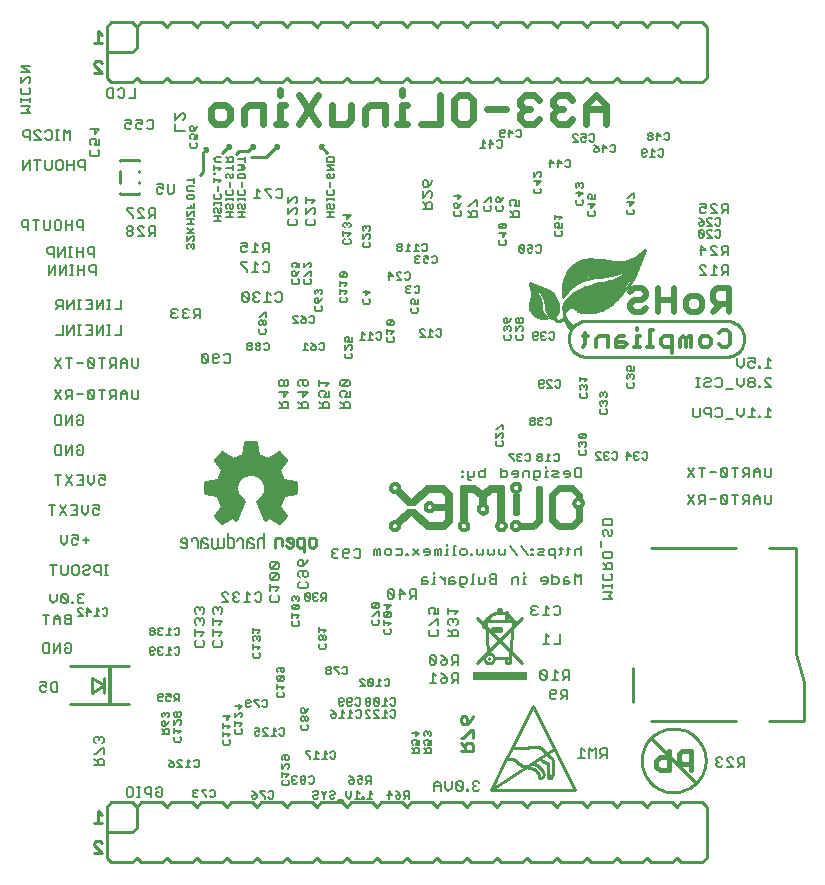
<source format=gbr>
G75*
G70*
%OFA0B0*%
%FSLAX24Y24*%
%IPPOS*%
%LPD*%
%AMOC8*
5,1,8,0,0,1.08239X$1,22.5*
%
%ADD10C,0.0080*%
%ADD11C,0.0240*%
%ADD12C,0.0100*%
%ADD13C,0.0060*%
%ADD14C,0.0160*%
%ADD15R,0.1800X0.0300*%
%ADD16C,0.0200*%
%ADD17C,0.0140*%
%ADD18C,0.0120*%
%ADD19C,0.0220*%
%ADD20C,0.0260*%
%ADD21R,0.0150X0.1300*%
%ADD22C,0.0050*%
D10*
X008748Y007392D02*
X009068Y007392D01*
X009068Y007553D01*
X009015Y007606D01*
X008908Y007606D01*
X008855Y007553D01*
X008855Y007392D01*
X008855Y007499D02*
X008748Y007606D01*
X008748Y007761D02*
X008801Y007761D01*
X009015Y007974D01*
X009068Y007974D01*
X009068Y007761D01*
X009015Y008129D02*
X009068Y008182D01*
X009068Y008289D01*
X009015Y008343D01*
X008962Y008343D01*
X008908Y008289D01*
X008855Y008343D01*
X008801Y008343D01*
X008748Y008289D01*
X008748Y008182D01*
X008801Y008129D01*
X008908Y008236D02*
X008908Y008289D01*
X009876Y006663D02*
X009822Y006609D01*
X009822Y006396D01*
X009876Y006342D01*
X009983Y006342D01*
X010036Y006396D01*
X010036Y006609D01*
X009983Y006663D01*
X009876Y006663D01*
X010175Y006663D02*
X010281Y006663D01*
X010228Y006663D02*
X010228Y006342D01*
X010281Y006342D02*
X010175Y006342D01*
X010436Y006503D02*
X010490Y006449D01*
X010650Y006449D01*
X010650Y006342D02*
X010650Y006663D01*
X010490Y006663D01*
X010436Y006609D01*
X010436Y006503D01*
X010805Y006503D02*
X010911Y006503D01*
X010805Y006503D02*
X010805Y006396D01*
X010858Y006342D01*
X010965Y006342D01*
X011018Y006396D01*
X011018Y006609D01*
X010965Y006663D01*
X010858Y006663D01*
X010805Y006609D01*
X007518Y009842D02*
X007358Y009842D01*
X007305Y009896D01*
X007305Y010109D01*
X007358Y010163D01*
X007518Y010163D01*
X007518Y009842D01*
X007150Y009896D02*
X007096Y009842D01*
X006990Y009842D01*
X006936Y009896D01*
X006936Y010003D01*
X006990Y010056D01*
X007043Y010056D01*
X007150Y010003D01*
X007150Y010163D01*
X006936Y010163D01*
X007076Y011142D02*
X007023Y011196D01*
X007023Y011409D01*
X007076Y011463D01*
X007236Y011463D01*
X007236Y011142D01*
X007076Y011142D01*
X007391Y011142D02*
X007391Y011463D01*
X007605Y011463D02*
X007391Y011142D01*
X007605Y011142D02*
X007605Y011463D01*
X007760Y011409D02*
X007813Y011463D01*
X007920Y011463D01*
X007973Y011409D01*
X007973Y011196D01*
X007920Y011142D01*
X007813Y011142D01*
X007760Y011196D01*
X007760Y011303D01*
X007866Y011303D01*
X007813Y012092D02*
X007973Y012092D01*
X007973Y012413D01*
X007813Y012413D01*
X007760Y012359D01*
X007760Y012306D01*
X007813Y012253D01*
X007973Y012253D01*
X007813Y012253D02*
X007760Y012199D01*
X007760Y012146D01*
X007813Y012092D01*
X007605Y012092D02*
X007605Y012306D01*
X007498Y012413D01*
X007391Y012306D01*
X007391Y012092D01*
X007391Y012253D02*
X007605Y012253D01*
X007236Y012413D02*
X007023Y012413D01*
X007130Y012413D02*
X007130Y012092D01*
X007380Y012792D02*
X007273Y012899D01*
X007273Y013113D01*
X007486Y013113D02*
X007486Y012899D01*
X007380Y012792D01*
X007641Y012846D02*
X007695Y012792D01*
X007801Y012792D01*
X007855Y012846D01*
X007641Y013059D01*
X007641Y012846D01*
X007641Y013059D02*
X007695Y013113D01*
X007801Y013113D01*
X007855Y013059D01*
X007855Y012846D01*
X007986Y012846D02*
X007986Y012792D01*
X008039Y012792D01*
X008039Y012846D01*
X007986Y012846D01*
X008194Y012846D02*
X008247Y012792D01*
X008354Y012792D01*
X008407Y012846D01*
X008300Y012953D02*
X008247Y012953D01*
X008194Y012899D01*
X008194Y012846D01*
X008247Y012953D02*
X008194Y013006D01*
X008194Y013059D01*
X008247Y013113D01*
X008354Y013113D01*
X008407Y013059D01*
X008431Y013742D02*
X008538Y013742D01*
X008591Y013796D01*
X008538Y013903D02*
X008431Y013903D01*
X008378Y013849D01*
X008378Y013796D01*
X008431Y013742D01*
X008538Y013903D02*
X008591Y013956D01*
X008591Y014009D01*
X008538Y014063D01*
X008431Y014063D01*
X008378Y014009D01*
X008223Y014009D02*
X008223Y013796D01*
X008170Y013742D01*
X008063Y013742D01*
X008010Y013796D01*
X008010Y014009D01*
X008063Y014063D01*
X008170Y014063D01*
X008223Y014009D01*
X007855Y014063D02*
X007855Y013796D01*
X007801Y013742D01*
X007695Y013742D01*
X007641Y013796D01*
X007641Y014063D01*
X007486Y014063D02*
X007273Y014063D01*
X007380Y014063D02*
X007380Y013742D01*
X007730Y014742D02*
X007623Y014849D01*
X007623Y015063D01*
X007836Y015063D02*
X007836Y014849D01*
X007730Y014742D01*
X007991Y014796D02*
X007991Y014903D01*
X008045Y014956D01*
X008098Y014956D01*
X008205Y014903D01*
X008205Y015063D01*
X007991Y015063D01*
X007991Y014796D02*
X008045Y014742D01*
X008151Y014742D01*
X008205Y014796D01*
X008360Y014903D02*
X008573Y014903D01*
X008466Y015009D02*
X008466Y014796D01*
X008800Y014063D02*
X008746Y014009D01*
X008746Y013903D01*
X008800Y013849D01*
X008960Y013849D01*
X008960Y013742D02*
X008960Y014063D01*
X008800Y014063D01*
X009098Y014063D02*
X009205Y014063D01*
X009152Y014063D02*
X009152Y013742D01*
X009205Y013742D02*
X009098Y013742D01*
X008856Y015742D02*
X008910Y015796D01*
X008856Y015742D02*
X008750Y015742D01*
X008696Y015796D01*
X008696Y015903D01*
X008750Y015956D01*
X008803Y015956D01*
X008910Y015903D01*
X008910Y016063D01*
X008696Y016063D01*
X008541Y016063D02*
X008541Y015849D01*
X008435Y015742D01*
X008328Y015849D01*
X008328Y016063D01*
X008173Y016063D02*
X008173Y015742D01*
X007960Y015742D01*
X007805Y015742D02*
X007591Y016063D01*
X007436Y016063D02*
X007223Y016063D01*
X007330Y016063D02*
X007330Y015742D01*
X007591Y015742D02*
X007805Y016063D01*
X007960Y016063D02*
X008173Y016063D01*
X008173Y015903D02*
X008066Y015903D01*
X008005Y016742D02*
X007791Y017063D01*
X007636Y017063D02*
X007423Y017063D01*
X007530Y017063D02*
X007530Y016742D01*
X007791Y016742D02*
X008005Y017063D01*
X008160Y017063D02*
X008373Y017063D01*
X008373Y016742D01*
X008160Y016742D01*
X008266Y016903D02*
X008373Y016903D01*
X008528Y016849D02*
X008528Y017063D01*
X008741Y017063D02*
X008741Y016849D01*
X008635Y016742D01*
X008528Y016849D01*
X008896Y016796D02*
X008950Y016742D01*
X009056Y016742D01*
X009110Y016796D01*
X009110Y016903D02*
X009003Y016956D01*
X008950Y016956D01*
X008896Y016903D01*
X008896Y016796D01*
X009110Y016903D02*
X009110Y017063D01*
X008896Y017063D01*
X008320Y017742D02*
X008373Y017796D01*
X008373Y018009D01*
X008320Y018063D01*
X008213Y018063D01*
X008160Y018009D01*
X008160Y017903D02*
X008266Y017903D01*
X008160Y017903D02*
X008160Y017796D01*
X008213Y017742D01*
X008320Y017742D01*
X008005Y017742D02*
X008005Y018063D01*
X007791Y017742D01*
X007791Y018063D01*
X007636Y018063D02*
X007476Y018063D01*
X007423Y018009D01*
X007423Y017796D01*
X007476Y017742D01*
X007636Y017742D01*
X007636Y018063D01*
X007636Y018742D02*
X007476Y018742D01*
X007423Y018796D01*
X007423Y019009D01*
X007476Y019063D01*
X007636Y019063D01*
X007636Y018742D01*
X007791Y018742D02*
X007791Y019063D01*
X008005Y019063D02*
X007791Y018742D01*
X008005Y018742D02*
X008005Y019063D01*
X008160Y019009D02*
X008213Y019063D01*
X008320Y019063D01*
X008373Y019009D01*
X008373Y018796D01*
X008320Y018742D01*
X008213Y018742D01*
X008160Y018796D01*
X008160Y018903D01*
X008266Y018903D01*
X008005Y019592D02*
X008005Y019913D01*
X007845Y019913D01*
X007791Y019859D01*
X007791Y019753D01*
X007845Y019699D01*
X008005Y019699D01*
X007898Y019699D02*
X007791Y019592D01*
X007636Y019592D02*
X007423Y019913D01*
X007636Y019913D02*
X007423Y019592D01*
X008160Y019753D02*
X008373Y019753D01*
X008528Y019859D02*
X008741Y019646D01*
X008688Y019592D01*
X008581Y019592D01*
X008528Y019646D01*
X008528Y019859D01*
X008581Y019913D01*
X008688Y019913D01*
X008741Y019859D01*
X008741Y019646D01*
X009003Y019592D02*
X009003Y019913D01*
X009110Y019913D02*
X008896Y019913D01*
X009264Y019859D02*
X009264Y019753D01*
X009318Y019699D01*
X009478Y019699D01*
X009478Y019592D02*
X009478Y019913D01*
X009318Y019913D01*
X009264Y019859D01*
X009371Y019699D02*
X009264Y019592D01*
X009633Y019592D02*
X009633Y019806D01*
X009740Y019913D01*
X009846Y019806D01*
X009846Y019592D01*
X009846Y019753D02*
X009633Y019753D01*
X010001Y019646D02*
X010054Y019592D01*
X010161Y019592D01*
X010215Y019646D01*
X010215Y019913D01*
X010001Y019913D02*
X010001Y019646D01*
X010054Y020642D02*
X010001Y020696D01*
X010001Y020963D01*
X009846Y020856D02*
X009740Y020963D01*
X009633Y020856D01*
X009633Y020642D01*
X009478Y020642D02*
X009478Y020963D01*
X009318Y020963D01*
X009264Y020909D01*
X009264Y020803D01*
X009318Y020749D01*
X009478Y020749D01*
X009371Y020749D02*
X009264Y020642D01*
X009003Y020642D02*
X009003Y020963D01*
X009110Y020963D02*
X008896Y020963D01*
X008741Y020909D02*
X008688Y020963D01*
X008581Y020963D01*
X008528Y020909D01*
X008741Y020696D01*
X008688Y020642D01*
X008581Y020642D01*
X008528Y020696D01*
X008528Y020909D01*
X008373Y020803D02*
X008160Y020803D01*
X008005Y020963D02*
X007791Y020963D01*
X007898Y020963D02*
X007898Y020642D01*
X007636Y020642D02*
X007423Y020963D01*
X007636Y020963D02*
X007423Y020642D01*
X007473Y021742D02*
X007686Y021742D01*
X007686Y022063D01*
X007841Y022063D02*
X007841Y021742D01*
X008055Y022063D01*
X008055Y021742D01*
X008194Y021742D02*
X008300Y021742D01*
X008247Y021742D02*
X008247Y022063D01*
X008300Y022063D02*
X008194Y022063D01*
X008455Y022063D02*
X008669Y022063D01*
X008669Y021742D01*
X008455Y021742D01*
X008562Y021903D02*
X008669Y021903D01*
X008823Y021742D02*
X008823Y022063D01*
X009037Y022063D02*
X008823Y021742D01*
X009037Y021742D02*
X009037Y022063D01*
X009176Y022063D02*
X009282Y022063D01*
X009229Y022063D02*
X009229Y021742D01*
X009282Y021742D02*
X009176Y021742D01*
X009437Y021742D02*
X009651Y021742D01*
X009651Y022063D01*
X009651Y022592D02*
X009437Y022592D01*
X009282Y022592D02*
X009176Y022592D01*
X009229Y022592D02*
X009229Y022913D01*
X009282Y022913D02*
X009176Y022913D01*
X009037Y022913D02*
X008823Y022592D01*
X008823Y022913D01*
X008669Y022913D02*
X008669Y022592D01*
X008455Y022592D01*
X008300Y022592D02*
X008194Y022592D01*
X008247Y022592D02*
X008247Y022913D01*
X008300Y022913D02*
X008194Y022913D01*
X008055Y022913D02*
X007841Y022592D01*
X007841Y022913D01*
X007686Y022913D02*
X007526Y022913D01*
X007473Y022859D01*
X007473Y022753D01*
X007526Y022699D01*
X007686Y022699D01*
X007580Y022699D02*
X007473Y022592D01*
X007686Y022592D02*
X007686Y022913D01*
X008055Y022913D02*
X008055Y022592D01*
X008455Y022913D02*
X008669Y022913D01*
X008669Y022753D02*
X008562Y022753D01*
X009037Y022592D02*
X009037Y022913D01*
X009651Y022913D02*
X009651Y022592D01*
X008787Y023742D02*
X008787Y024063D01*
X008627Y024063D01*
X008573Y024009D01*
X008573Y023903D01*
X008627Y023849D01*
X008787Y023849D01*
X008419Y023903D02*
X008205Y023903D01*
X008205Y024063D02*
X008205Y023742D01*
X008050Y023742D02*
X007944Y023742D01*
X007997Y023742D02*
X007997Y024063D01*
X008050Y024063D02*
X007944Y024063D01*
X007805Y024063D02*
X007591Y023742D01*
X007591Y024063D01*
X007436Y024063D02*
X007223Y023742D01*
X007223Y024063D01*
X007436Y024063D02*
X007436Y023742D01*
X007805Y023742D02*
X007805Y024063D01*
X007755Y024342D02*
X007755Y024663D01*
X007541Y024342D01*
X007541Y024663D01*
X007386Y024663D02*
X007226Y024663D01*
X007173Y024609D01*
X007173Y024503D01*
X007226Y024449D01*
X007386Y024449D01*
X007386Y024342D02*
X007386Y024663D01*
X007894Y024663D02*
X008000Y024663D01*
X007947Y024663D02*
X007947Y024342D01*
X008000Y024342D02*
X007894Y024342D01*
X008155Y024342D02*
X008155Y024663D01*
X008155Y024503D02*
X008369Y024503D01*
X008523Y024503D02*
X008577Y024449D01*
X008737Y024449D01*
X008737Y024342D02*
X008737Y024663D01*
X008577Y024663D01*
X008523Y024609D01*
X008523Y024503D01*
X008369Y024342D02*
X008369Y024663D01*
X008419Y024063D02*
X008419Y023742D01*
X008378Y025242D02*
X008378Y025563D01*
X008218Y025563D01*
X008164Y025509D01*
X008164Y025403D01*
X008218Y025349D01*
X008378Y025349D01*
X008010Y025403D02*
X007796Y025403D01*
X007796Y025563D02*
X007796Y025242D01*
X007641Y025296D02*
X007588Y025242D01*
X007481Y025242D01*
X007428Y025296D01*
X007428Y025509D01*
X007481Y025563D01*
X007588Y025563D01*
X007641Y025509D01*
X007641Y025296D01*
X007273Y025296D02*
X007273Y025563D01*
X007060Y025563D02*
X007060Y025296D01*
X007113Y025242D01*
X007220Y025242D01*
X007273Y025296D01*
X006905Y025563D02*
X006691Y025563D01*
X006798Y025563D02*
X006798Y025242D01*
X006536Y025242D02*
X006536Y025563D01*
X006376Y025563D01*
X006323Y025509D01*
X006323Y025403D01*
X006376Y025349D01*
X006536Y025349D01*
X008010Y025242D02*
X008010Y025563D01*
X008060Y027242D02*
X008060Y027563D01*
X008060Y027403D02*
X007846Y027403D01*
X007846Y027563D02*
X007846Y027242D01*
X007691Y027296D02*
X007638Y027242D01*
X007531Y027242D01*
X007478Y027296D01*
X007478Y027509D01*
X007531Y027563D01*
X007638Y027563D01*
X007691Y027509D01*
X007691Y027296D01*
X007323Y027296D02*
X007270Y027242D01*
X007163Y027242D01*
X007110Y027296D01*
X007110Y027563D01*
X006955Y027563D02*
X006741Y027563D01*
X006848Y027563D02*
X006848Y027242D01*
X006586Y027242D02*
X006586Y027563D01*
X006373Y027242D01*
X006373Y027563D01*
X006586Y028242D02*
X006586Y028563D01*
X006426Y028563D01*
X006373Y028509D01*
X006373Y028403D01*
X006426Y028349D01*
X006586Y028349D01*
X006741Y028242D02*
X006955Y028242D01*
X006741Y028456D01*
X006741Y028509D01*
X006795Y028563D01*
X006901Y028563D01*
X006955Y028509D01*
X007110Y028509D02*
X007163Y028563D01*
X007270Y028563D01*
X007323Y028509D01*
X007323Y028296D01*
X007270Y028242D01*
X007163Y028242D01*
X007110Y028296D01*
X007462Y028242D02*
X007569Y028242D01*
X007515Y028242D02*
X007515Y028563D01*
X007462Y028563D02*
X007569Y028563D01*
X007723Y028563D02*
X007723Y028242D01*
X007937Y028242D02*
X007937Y028563D01*
X007830Y028456D01*
X007723Y028563D01*
X008598Y028589D02*
X008918Y028589D01*
X008758Y028429D01*
X008758Y028643D01*
X008758Y028274D02*
X008651Y028274D01*
X008598Y028221D01*
X008598Y028114D01*
X008651Y028061D01*
X008758Y028061D02*
X008812Y028167D01*
X008812Y028221D01*
X008758Y028274D01*
X008918Y028274D02*
X008918Y028061D01*
X008758Y028061D01*
X008651Y027906D02*
X008598Y027853D01*
X008598Y027746D01*
X008651Y027692D01*
X008865Y027692D01*
X008918Y027746D01*
X008918Y027853D01*
X008865Y027906D01*
X008428Y027563D02*
X008268Y027563D01*
X008214Y027509D01*
X008214Y027403D01*
X008268Y027349D01*
X008428Y027349D01*
X008428Y027242D02*
X008428Y027563D01*
X007323Y027563D02*
X007323Y027296D01*
X006618Y029142D02*
X006512Y029249D01*
X006618Y029356D01*
X006298Y029356D01*
X006298Y029511D02*
X006298Y029617D01*
X006298Y029564D02*
X006618Y029564D01*
X006618Y029511D02*
X006618Y029617D01*
X006565Y029756D02*
X006351Y029756D01*
X006298Y029810D01*
X006298Y029916D01*
X006351Y029970D01*
X006298Y030125D02*
X006512Y030338D01*
X006565Y030338D01*
X006618Y030285D01*
X006618Y030178D01*
X006565Y030125D01*
X006565Y029970D02*
X006618Y029916D01*
X006618Y029810D01*
X006565Y029756D01*
X006298Y030125D02*
X006298Y030338D01*
X006298Y030493D02*
X006618Y030493D01*
X006298Y030706D01*
X006618Y030706D01*
X006618Y029142D02*
X006298Y029142D01*
X009168Y029696D02*
X009168Y029909D01*
X009221Y029963D01*
X009381Y029963D01*
X009381Y029642D01*
X009221Y029642D01*
X009168Y029696D01*
X009536Y029696D02*
X009590Y029642D01*
X009696Y029642D01*
X009750Y029696D01*
X009750Y029909D01*
X009696Y029963D01*
X009590Y029963D01*
X009536Y029909D01*
X009905Y029642D02*
X010118Y029642D01*
X010118Y029963D01*
X010136Y028913D02*
X010350Y028913D01*
X010350Y028753D01*
X010243Y028806D01*
X010190Y028806D01*
X010136Y028753D01*
X010136Y028646D01*
X010190Y028592D01*
X010296Y028592D01*
X010350Y028646D01*
X010505Y028646D02*
X010558Y028592D01*
X010665Y028592D01*
X010718Y028646D01*
X010718Y028859D01*
X010665Y028913D01*
X010558Y028913D01*
X010505Y028859D01*
X009981Y028913D02*
X009981Y028753D01*
X009875Y028806D01*
X009821Y028806D01*
X009768Y028753D01*
X009768Y028646D01*
X009821Y028592D01*
X009928Y028592D01*
X009981Y028646D01*
X009981Y028913D02*
X009768Y028913D01*
X011448Y028911D02*
X011662Y029124D01*
X011715Y029124D01*
X011768Y029071D01*
X011768Y028964D01*
X011715Y028911D01*
X011448Y028911D02*
X011448Y029124D01*
X011448Y028756D02*
X011448Y028542D01*
X011768Y028542D01*
X011405Y026763D02*
X011405Y026496D01*
X011351Y026442D01*
X011245Y026442D01*
X011191Y026496D01*
X011191Y026763D01*
X011036Y026763D02*
X011036Y026603D01*
X010930Y026656D01*
X010876Y026656D01*
X010823Y026603D01*
X010823Y026496D01*
X010876Y026442D01*
X010983Y026442D01*
X011036Y026496D01*
X011036Y026763D02*
X010823Y026763D01*
X010773Y025963D02*
X010613Y025963D01*
X010560Y025909D01*
X010560Y025803D01*
X010613Y025749D01*
X010773Y025749D01*
X010773Y025642D02*
X010773Y025963D01*
X010666Y025749D02*
X010560Y025642D01*
X010405Y025642D02*
X010191Y025856D01*
X010191Y025909D01*
X010245Y025963D01*
X010351Y025963D01*
X010405Y025909D01*
X010405Y025642D02*
X010191Y025642D01*
X010036Y025642D02*
X010036Y025696D01*
X009823Y025909D01*
X009823Y025963D01*
X010036Y025963D01*
X009983Y025363D02*
X009876Y025363D01*
X009823Y025309D01*
X009823Y025256D01*
X009876Y025203D01*
X009983Y025203D01*
X010036Y025256D01*
X010036Y025309D01*
X009983Y025363D01*
X009983Y025203D02*
X010036Y025149D01*
X010036Y025096D01*
X009983Y025042D01*
X009876Y025042D01*
X009823Y025096D01*
X009823Y025149D01*
X009876Y025203D01*
X010191Y025256D02*
X010405Y025042D01*
X010191Y025042D01*
X010191Y025256D02*
X010191Y025309D01*
X010245Y025363D01*
X010351Y025363D01*
X010405Y025309D01*
X010560Y025309D02*
X010560Y025203D01*
X010613Y025149D01*
X010773Y025149D01*
X010773Y025042D02*
X010773Y025363D01*
X010613Y025363D01*
X010560Y025309D01*
X010666Y025149D02*
X010560Y025042D01*
X011371Y022613D02*
X011318Y022559D01*
X011318Y022506D01*
X011371Y022453D01*
X011318Y022399D01*
X011318Y022346D01*
X011371Y022292D01*
X011478Y022292D01*
X011531Y022346D01*
X011425Y022453D02*
X011371Y022453D01*
X011371Y022613D02*
X011478Y022613D01*
X011531Y022559D01*
X011686Y022559D02*
X011686Y022506D01*
X011740Y022453D01*
X011686Y022399D01*
X011686Y022346D01*
X011740Y022292D01*
X011846Y022292D01*
X011900Y022346D01*
X011793Y022453D02*
X011740Y022453D01*
X011686Y022559D02*
X011740Y022613D01*
X011846Y022613D01*
X011900Y022559D01*
X012055Y022559D02*
X012055Y022453D01*
X012108Y022399D01*
X012268Y022399D01*
X012268Y022292D02*
X012268Y022613D01*
X012108Y022613D01*
X012055Y022559D01*
X012161Y022399D02*
X012055Y022292D01*
X012376Y021113D02*
X012323Y021059D01*
X012536Y020846D01*
X012483Y020792D01*
X012376Y020792D01*
X012323Y020846D01*
X012323Y021059D01*
X012376Y021113D02*
X012483Y021113D01*
X012536Y021059D01*
X012536Y020846D01*
X012691Y020846D02*
X012691Y021059D01*
X012745Y021113D01*
X012851Y021113D01*
X012905Y021059D01*
X012905Y021006D01*
X012851Y020953D01*
X012691Y020953D01*
X012691Y020846D02*
X012745Y020792D01*
X012851Y020792D01*
X012905Y020846D01*
X013060Y020846D02*
X013113Y020792D01*
X013220Y020792D01*
X013273Y020846D01*
X013273Y021059D01*
X013220Y021113D01*
X013113Y021113D01*
X013060Y021059D01*
X013726Y022842D02*
X013833Y022842D01*
X013886Y022896D01*
X013673Y023109D01*
X013673Y022896D01*
X013726Y022842D01*
X013886Y022896D02*
X013886Y023109D01*
X013833Y023163D01*
X013726Y023163D01*
X013673Y023109D01*
X014041Y023109D02*
X014041Y023056D01*
X014095Y023003D01*
X014041Y022949D01*
X014041Y022896D01*
X014095Y022842D01*
X014201Y022842D01*
X014255Y022896D01*
X014148Y023003D02*
X014095Y023003D01*
X014041Y023109D02*
X014095Y023163D01*
X014201Y023163D01*
X014255Y023109D01*
X014516Y023163D02*
X014516Y022842D01*
X014410Y022842D02*
X014623Y022842D01*
X014778Y022896D02*
X014831Y022842D01*
X014938Y022842D01*
X014991Y022896D01*
X014991Y023109D01*
X014938Y023163D01*
X014831Y023163D01*
X014778Y023109D01*
X014623Y023056D02*
X014516Y023163D01*
X014520Y023842D02*
X014413Y023842D01*
X014360Y023896D01*
X014205Y023842D02*
X013991Y023842D01*
X014098Y023842D02*
X014098Y024163D01*
X014205Y024056D01*
X014360Y024109D02*
X014413Y024163D01*
X014520Y024163D01*
X014573Y024109D01*
X014573Y023896D01*
X014520Y023842D01*
X013836Y023842D02*
X013836Y023896D01*
X013623Y024109D01*
X013623Y024163D01*
X013836Y024163D01*
X013783Y024492D02*
X013836Y024546D01*
X013783Y024492D02*
X013676Y024492D01*
X013623Y024546D01*
X013623Y024653D01*
X013676Y024706D01*
X013730Y024706D01*
X013836Y024653D01*
X013836Y024813D01*
X013623Y024813D01*
X014098Y024813D02*
X014098Y024492D01*
X014205Y024492D02*
X013991Y024492D01*
X014205Y024706D02*
X014098Y024813D01*
X014360Y024759D02*
X014360Y024653D01*
X014413Y024599D01*
X014573Y024599D01*
X014573Y024492D02*
X014573Y024813D01*
X014413Y024813D01*
X014360Y024759D01*
X014466Y024599D02*
X014360Y024492D01*
X015251Y025388D02*
X015198Y025441D01*
X015198Y025548D01*
X015251Y025601D01*
X015198Y025756D02*
X015198Y025969D01*
X015198Y026124D02*
X015412Y026338D01*
X015465Y026338D01*
X015518Y026284D01*
X015518Y026177D01*
X015465Y026124D01*
X015465Y025969D02*
X015518Y025916D01*
X015518Y025809D01*
X015465Y025756D01*
X015465Y025601D02*
X015518Y025548D01*
X015518Y025441D01*
X015465Y025388D01*
X015251Y025388D01*
X015198Y025756D02*
X015412Y025969D01*
X015465Y025969D01*
X015198Y026124D02*
X015198Y026338D01*
X015018Y026346D02*
X014965Y026292D01*
X014858Y026292D01*
X014805Y026346D01*
X014650Y026346D02*
X014650Y026292D01*
X014650Y026346D02*
X014436Y026559D01*
X014436Y026613D01*
X014650Y026613D01*
X014805Y026559D02*
X014858Y026613D01*
X014965Y026613D01*
X015018Y026559D01*
X015018Y026346D01*
X014281Y026292D02*
X014068Y026292D01*
X014175Y026292D02*
X014175Y026613D01*
X014281Y026506D01*
X015798Y026338D02*
X015798Y026124D01*
X015798Y026231D02*
X016118Y026231D01*
X016012Y026124D01*
X016012Y025969D02*
X016065Y025969D01*
X016118Y025916D01*
X016118Y025809D01*
X016065Y025756D01*
X016065Y025601D02*
X016118Y025548D01*
X016118Y025441D01*
X016065Y025388D01*
X015851Y025388D01*
X015798Y025441D01*
X015798Y025548D01*
X015851Y025601D01*
X015798Y025756D02*
X016012Y025969D01*
X015798Y025969D02*
X015798Y025756D01*
X019698Y025938D02*
X020018Y025938D01*
X020018Y026098D01*
X019965Y026151D01*
X019858Y026151D01*
X019805Y026098D01*
X019805Y025938D01*
X019805Y026044D02*
X019698Y026151D01*
X019698Y026306D02*
X019912Y026519D01*
X019965Y026519D01*
X020018Y026466D01*
X020018Y026359D01*
X019965Y026306D01*
X019698Y026306D02*
X019698Y026519D01*
X019751Y026674D02*
X019698Y026727D01*
X019698Y026834D01*
X019751Y026888D01*
X019805Y026888D01*
X019858Y026834D01*
X019858Y026674D01*
X019751Y026674D01*
X019858Y026674D02*
X019965Y026781D01*
X020018Y026888D01*
X021198Y026024D02*
X021251Y026024D01*
X021465Y026238D01*
X021518Y026238D01*
X021518Y026024D01*
X021465Y025869D02*
X021358Y025869D01*
X021305Y025816D01*
X021305Y025656D01*
X021305Y025763D02*
X021198Y025869D01*
X021198Y025656D02*
X021518Y025656D01*
X021518Y025816D01*
X021465Y025869D01*
X022598Y025869D02*
X022705Y025763D01*
X022705Y025816D02*
X022705Y025656D01*
X022598Y025656D02*
X022918Y025656D01*
X022918Y025816D01*
X022865Y025869D01*
X022758Y025869D01*
X022705Y025816D01*
X022758Y026024D02*
X022812Y026131D01*
X022812Y026184D01*
X022758Y026238D01*
X022651Y026238D01*
X022598Y026184D01*
X022598Y026077D01*
X022651Y026024D01*
X022758Y026024D02*
X022918Y026024D01*
X022918Y026238D01*
X028923Y026113D02*
X029136Y026113D01*
X029136Y025953D01*
X029030Y026006D01*
X028976Y026006D01*
X028923Y025953D01*
X028923Y025846D01*
X028976Y025792D01*
X029083Y025792D01*
X029136Y025846D01*
X029291Y025792D02*
X029505Y025792D01*
X029291Y026006D01*
X029291Y026059D01*
X029345Y026113D01*
X029451Y026113D01*
X029505Y026059D01*
X029660Y026059D02*
X029660Y025953D01*
X029713Y025899D01*
X029873Y025899D01*
X029873Y025792D02*
X029873Y026113D01*
X029713Y026113D01*
X029660Y026059D01*
X029766Y025899D02*
X029660Y025792D01*
X029713Y024713D02*
X029660Y024659D01*
X029660Y024553D01*
X029713Y024499D01*
X029873Y024499D01*
X029873Y024392D02*
X029873Y024713D01*
X029713Y024713D01*
X029505Y024659D02*
X029451Y024713D01*
X029345Y024713D01*
X029291Y024659D01*
X029291Y024606D01*
X029505Y024392D01*
X029291Y024392D01*
X029136Y024553D02*
X028923Y024553D01*
X028976Y024713D02*
X028976Y024392D01*
X029136Y024553D02*
X028976Y024713D01*
X028976Y024063D02*
X029083Y024063D01*
X029136Y024009D01*
X028976Y024063D02*
X028923Y024009D01*
X028923Y023956D01*
X029136Y023742D01*
X028923Y023742D01*
X029291Y023742D02*
X029505Y023742D01*
X029398Y023742D02*
X029398Y024063D01*
X029505Y023956D01*
X029660Y023903D02*
X029713Y023849D01*
X029873Y023849D01*
X029873Y023742D02*
X029873Y024063D01*
X029713Y024063D01*
X029660Y024009D01*
X029660Y023903D01*
X029766Y023849D02*
X029660Y023742D01*
X029660Y024392D02*
X029766Y024499D01*
X030184Y020963D02*
X030184Y020749D01*
X030291Y020642D01*
X030397Y020749D01*
X030397Y020963D01*
X030552Y020963D02*
X030766Y020963D01*
X030766Y020803D01*
X030659Y020856D01*
X030606Y020856D01*
X030552Y020803D01*
X030552Y020696D01*
X030606Y020642D01*
X030712Y020642D01*
X030766Y020696D01*
X030896Y020696D02*
X030896Y020642D01*
X030950Y020642D01*
X030950Y020696D01*
X030896Y020696D01*
X031105Y020642D02*
X031318Y020642D01*
X031211Y020642D02*
X031211Y020963D01*
X031318Y020856D01*
X031265Y020313D02*
X031158Y020313D01*
X031105Y020259D01*
X031105Y020206D01*
X031318Y019992D01*
X031105Y019992D01*
X030950Y019992D02*
X030896Y019992D01*
X030896Y020046D01*
X030950Y020046D01*
X030950Y019992D01*
X030766Y020046D02*
X030766Y020099D01*
X030712Y020153D01*
X030606Y020153D01*
X030552Y020099D01*
X030552Y020046D01*
X030606Y019992D01*
X030712Y019992D01*
X030766Y020046D01*
X030712Y020153D02*
X030766Y020206D01*
X030766Y020259D01*
X030712Y020313D01*
X030606Y020313D01*
X030552Y020259D01*
X030552Y020206D01*
X030606Y020153D01*
X030397Y020099D02*
X030291Y019992D01*
X030184Y020099D01*
X030184Y020313D01*
X030397Y020313D02*
X030397Y020099D01*
X030029Y019939D02*
X029816Y019939D01*
X029661Y020046D02*
X029607Y019992D01*
X029501Y019992D01*
X029447Y020046D01*
X029292Y020046D02*
X029239Y019992D01*
X029132Y019992D01*
X029079Y020046D01*
X029079Y020099D01*
X029132Y020153D01*
X029239Y020153D01*
X029292Y020206D01*
X029292Y020259D01*
X029239Y020313D01*
X029132Y020313D01*
X029079Y020259D01*
X028924Y020313D02*
X028817Y020313D01*
X028871Y020313D02*
X028871Y019992D01*
X028924Y019992D02*
X028817Y019992D01*
X029447Y020259D02*
X029501Y020313D01*
X029607Y020313D01*
X029661Y020259D01*
X029661Y020046D01*
X029607Y019313D02*
X029661Y019259D01*
X029661Y019046D01*
X029607Y018992D01*
X029501Y018992D01*
X029447Y019046D01*
X029292Y019099D02*
X029132Y019099D01*
X029079Y019153D01*
X029079Y019259D01*
X029132Y019313D01*
X029292Y019313D01*
X029292Y018992D01*
X029447Y019259D02*
X029501Y019313D01*
X029607Y019313D01*
X029816Y018939D02*
X030029Y018939D01*
X030184Y019099D02*
X030184Y019313D01*
X030397Y019313D02*
X030397Y019099D01*
X030291Y018992D01*
X030184Y019099D01*
X030552Y018992D02*
X030766Y018992D01*
X030659Y018992D02*
X030659Y019313D01*
X030766Y019206D01*
X030896Y019046D02*
X030896Y018992D01*
X030950Y018992D01*
X030950Y019046D01*
X030896Y019046D01*
X031105Y018992D02*
X031318Y018992D01*
X031211Y018992D02*
X031211Y019313D01*
X031318Y019206D01*
X031318Y020259D02*
X031265Y020313D01*
X028924Y019313D02*
X028924Y019046D01*
X028871Y018992D01*
X028764Y018992D01*
X028711Y019046D01*
X028711Y019313D01*
X028740Y017313D02*
X028526Y016992D01*
X028740Y016992D02*
X028526Y017313D01*
X028895Y017313D02*
X029108Y017313D01*
X029002Y017313D02*
X029002Y016992D01*
X029263Y017153D02*
X029477Y017153D01*
X029631Y017259D02*
X029845Y017046D01*
X029792Y016992D01*
X029685Y016992D01*
X029631Y017046D01*
X029631Y017259D01*
X029685Y017313D01*
X029792Y017313D01*
X029845Y017259D01*
X029845Y017046D01*
X030106Y016992D02*
X030106Y017313D01*
X030000Y017313D02*
X030213Y017313D01*
X030368Y017259D02*
X030368Y017153D01*
X030421Y017099D01*
X030581Y017099D01*
X030475Y017099D02*
X030368Y016992D01*
X030581Y016992D02*
X030581Y017313D01*
X030421Y017313D01*
X030368Y017259D01*
X030736Y017206D02*
X030736Y016992D01*
X030736Y017153D02*
X030950Y017153D01*
X030950Y017206D02*
X030843Y017313D01*
X030736Y017206D01*
X030950Y017206D02*
X030950Y016992D01*
X031105Y017046D02*
X031105Y017313D01*
X031318Y017313D02*
X031318Y017046D01*
X031265Y016992D01*
X031158Y016992D01*
X031105Y017046D01*
X031105Y016413D02*
X031105Y016146D01*
X031158Y016092D01*
X031265Y016092D01*
X031318Y016146D01*
X031318Y016413D01*
X030950Y016306D02*
X030843Y016413D01*
X030736Y016306D01*
X030736Y016092D01*
X030581Y016092D02*
X030581Y016413D01*
X030421Y016413D01*
X030368Y016359D01*
X030368Y016253D01*
X030421Y016199D01*
X030581Y016199D01*
X030475Y016199D02*
X030368Y016092D01*
X030106Y016092D02*
X030106Y016413D01*
X030000Y016413D02*
X030213Y016413D01*
X029845Y016359D02*
X029845Y016146D01*
X029631Y016359D01*
X029631Y016146D01*
X029685Y016092D01*
X029792Y016092D01*
X029845Y016146D01*
X029845Y016359D02*
X029792Y016413D01*
X029685Y016413D01*
X029631Y016359D01*
X029477Y016253D02*
X029263Y016253D01*
X029108Y016199D02*
X028948Y016199D01*
X028895Y016253D01*
X028895Y016359D01*
X028948Y016413D01*
X029108Y016413D01*
X029108Y016092D01*
X029002Y016199D02*
X028895Y016092D01*
X028740Y016092D02*
X028526Y016413D01*
X028740Y016413D02*
X028526Y016092D01*
X030736Y016253D02*
X030950Y016253D01*
X030950Y016306D02*
X030950Y016092D01*
X026018Y015558D02*
X026018Y015398D01*
X025698Y015398D01*
X025698Y015558D01*
X025751Y015611D01*
X025965Y015611D01*
X026018Y015558D01*
X025965Y015243D02*
X026018Y015190D01*
X026018Y015083D01*
X025965Y015029D01*
X025912Y015029D01*
X025858Y015083D01*
X025858Y015190D01*
X025805Y015243D01*
X025751Y015243D01*
X025698Y015190D01*
X025698Y015083D01*
X025751Y015029D01*
X025645Y014875D02*
X025645Y014661D01*
X025751Y014506D02*
X025965Y014506D01*
X026018Y014453D01*
X026018Y014346D01*
X025965Y014293D01*
X025751Y014293D01*
X025698Y014346D01*
X025698Y014453D01*
X025751Y014506D01*
X025698Y014138D02*
X025805Y014031D01*
X025805Y014085D02*
X025805Y013925D01*
X025698Y013925D02*
X026018Y013925D01*
X026018Y014085D01*
X025965Y014138D01*
X025858Y014138D01*
X025805Y014085D01*
X025751Y013770D02*
X025698Y013716D01*
X025698Y013610D01*
X025751Y013556D01*
X025965Y013556D01*
X026018Y013610D01*
X026018Y013716D01*
X025965Y013770D01*
X026018Y013417D02*
X026018Y013311D01*
X026018Y013364D02*
X025698Y013364D01*
X025698Y013311D02*
X025698Y013417D01*
X025698Y013156D02*
X026018Y013156D01*
X025912Y013049D01*
X026018Y012942D01*
X025698Y012942D01*
X024968Y013442D02*
X024968Y013763D01*
X024861Y013656D01*
X024755Y013763D01*
X024755Y013442D01*
X024600Y013496D02*
X024546Y013549D01*
X024386Y013549D01*
X024386Y013603D02*
X024386Y013442D01*
X024546Y013442D01*
X024600Y013496D01*
X024546Y013656D02*
X024440Y013656D01*
X024386Y013603D01*
X024231Y013603D02*
X024178Y013656D01*
X024018Y013656D01*
X024018Y013763D02*
X024018Y013442D01*
X024178Y013442D01*
X024231Y013496D01*
X024231Y013603D01*
X023863Y013603D02*
X023810Y013656D01*
X023703Y013656D01*
X023650Y013603D01*
X023650Y013549D01*
X023863Y013549D01*
X023863Y013496D02*
X023863Y013603D01*
X023863Y013496D02*
X023810Y013442D01*
X023703Y013442D01*
X023127Y013442D02*
X023020Y013442D01*
X023073Y013442D02*
X023073Y013656D01*
X023127Y013656D01*
X023073Y013763D02*
X023073Y013816D01*
X022881Y013656D02*
X022721Y013656D01*
X022668Y013603D01*
X022668Y013442D01*
X022881Y013442D02*
X022881Y013656D01*
X022820Y014392D02*
X022606Y014713D01*
X022451Y014606D02*
X022451Y014446D01*
X022398Y014392D01*
X022345Y014446D01*
X022291Y014392D01*
X022238Y014446D01*
X022238Y014606D01*
X022083Y014606D02*
X022083Y014446D01*
X022030Y014392D01*
X021976Y014446D01*
X021923Y014392D01*
X021870Y014446D01*
X021870Y014606D01*
X021715Y014606D02*
X021715Y014446D01*
X021661Y014392D01*
X021608Y014446D01*
X021555Y014392D01*
X021501Y014446D01*
X021501Y014606D01*
X021346Y014446D02*
X021293Y014446D01*
X021293Y014392D01*
X021346Y014392D01*
X021346Y014446D01*
X021162Y014446D02*
X021109Y014392D01*
X021002Y014392D01*
X020949Y014446D01*
X020949Y014553D01*
X021002Y014606D01*
X021109Y014606D01*
X021162Y014553D01*
X021162Y014446D01*
X020794Y014392D02*
X020687Y014392D01*
X020741Y014392D02*
X020741Y014713D01*
X020794Y014713D01*
X020549Y014606D02*
X020495Y014606D01*
X020495Y014392D01*
X020442Y014392D02*
X020549Y014392D01*
X020303Y014392D02*
X020303Y014606D01*
X020250Y014606D01*
X020196Y014553D01*
X020143Y014606D01*
X020090Y014553D01*
X020090Y014392D01*
X020196Y014392D02*
X020196Y014553D01*
X019935Y014553D02*
X019935Y014446D01*
X019881Y014392D01*
X019775Y014392D01*
X019721Y014499D02*
X019935Y014499D01*
X019935Y014553D02*
X019881Y014606D01*
X019775Y014606D01*
X019721Y014553D01*
X019721Y014499D01*
X019566Y014392D02*
X019353Y014606D01*
X019566Y014606D02*
X019353Y014392D01*
X019198Y014392D02*
X019145Y014392D01*
X019145Y014446D01*
X019198Y014446D01*
X019198Y014392D01*
X019014Y014446D02*
X018961Y014392D01*
X018800Y014392D01*
X018646Y014446D02*
X018592Y014392D01*
X018486Y014392D01*
X018432Y014446D01*
X018432Y014553D01*
X018486Y014606D01*
X018592Y014606D01*
X018646Y014553D01*
X018646Y014446D01*
X018800Y014606D02*
X018961Y014606D01*
X019014Y014553D01*
X019014Y014446D01*
X018277Y014392D02*
X018277Y014606D01*
X018224Y014606D01*
X018171Y014553D01*
X018117Y014606D01*
X018064Y014553D01*
X018064Y014392D01*
X018171Y014392D02*
X018171Y014553D01*
X017618Y014559D02*
X017618Y014346D01*
X017565Y014292D01*
X017458Y014292D01*
X017405Y014346D01*
X017250Y014346D02*
X017196Y014292D01*
X017090Y014292D01*
X017036Y014346D01*
X017036Y014559D01*
X017090Y014613D01*
X017196Y014613D01*
X017250Y014559D01*
X017250Y014506D01*
X017196Y014453D01*
X017036Y014453D01*
X016881Y014559D02*
X016828Y014613D01*
X016721Y014613D01*
X016668Y014559D01*
X016668Y014506D01*
X016721Y014453D01*
X016668Y014399D01*
X016668Y014346D01*
X016721Y014292D01*
X016828Y014292D01*
X016881Y014346D01*
X016775Y014453D02*
X016721Y014453D01*
X017405Y014559D02*
X017458Y014613D01*
X017565Y014613D01*
X017618Y014559D01*
X018576Y013263D02*
X018523Y013209D01*
X018736Y012996D01*
X018683Y012942D01*
X018576Y012942D01*
X018523Y012996D01*
X018523Y013209D01*
X018576Y013263D02*
X018683Y013263D01*
X018736Y013209D01*
X018736Y012996D01*
X018891Y013103D02*
X019105Y013103D01*
X018945Y013263D01*
X018945Y012942D01*
X019260Y012942D02*
X019366Y013049D01*
X019313Y013049D02*
X019473Y013049D01*
X019473Y012942D02*
X019473Y013263D01*
X019313Y013263D01*
X019260Y013209D01*
X019260Y013103D01*
X019313Y013049D01*
X019898Y012589D02*
X019898Y012482D01*
X019951Y012429D01*
X020058Y012429D02*
X020112Y012536D01*
X020112Y012589D01*
X020058Y012643D01*
X019951Y012643D01*
X019898Y012589D01*
X020058Y012429D02*
X020218Y012429D01*
X020218Y012643D01*
X020548Y012643D02*
X020548Y012429D01*
X020548Y012536D02*
X020868Y012536D01*
X020762Y012429D01*
X020762Y012274D02*
X020708Y012221D01*
X020655Y012274D01*
X020601Y012274D01*
X020548Y012221D01*
X020548Y012114D01*
X020601Y012061D01*
X020708Y012167D02*
X020708Y012221D01*
X020762Y012274D02*
X020815Y012274D01*
X020868Y012221D01*
X020868Y012114D01*
X020815Y012061D01*
X020815Y011906D02*
X020708Y011906D01*
X020655Y011853D01*
X020655Y011692D01*
X020548Y011692D02*
X020868Y011692D01*
X020868Y011853D01*
X020815Y011906D01*
X020655Y011799D02*
X020548Y011906D01*
X020218Y011853D02*
X020218Y011746D01*
X020165Y011692D01*
X019951Y011692D01*
X019898Y011746D01*
X019898Y011853D01*
X019951Y011906D01*
X019951Y012061D02*
X019898Y012061D01*
X019951Y012061D02*
X020165Y012274D01*
X020218Y012274D01*
X020218Y012061D01*
X020165Y011906D02*
X020218Y011853D01*
X020291Y011063D02*
X020398Y011009D01*
X020505Y010903D01*
X020345Y010903D01*
X020291Y010849D01*
X020291Y010796D01*
X020345Y010742D01*
X020451Y010742D01*
X020505Y010796D01*
X020505Y010903D01*
X020660Y010903D02*
X020713Y010849D01*
X020873Y010849D01*
X020873Y010742D02*
X020873Y011063D01*
X020713Y011063D01*
X020660Y011009D01*
X020660Y010903D01*
X020766Y010849D02*
X020660Y010742D01*
X020713Y010463D02*
X020660Y010409D01*
X020660Y010303D01*
X020713Y010249D01*
X020873Y010249D01*
X020873Y010142D02*
X020873Y010463D01*
X020713Y010463D01*
X020766Y010249D02*
X020660Y010142D01*
X020505Y010196D02*
X020451Y010142D01*
X020345Y010142D01*
X020291Y010196D01*
X020291Y010249D01*
X020345Y010303D01*
X020505Y010303D01*
X020505Y010196D01*
X020505Y010303D02*
X020398Y010409D01*
X020291Y010463D01*
X020136Y010356D02*
X020030Y010463D01*
X020030Y010142D01*
X020136Y010142D02*
X019923Y010142D01*
X019976Y010742D02*
X019923Y010796D01*
X019923Y011009D01*
X020136Y010796D01*
X020083Y010742D01*
X019976Y010742D01*
X020136Y010796D02*
X020136Y011009D01*
X020083Y011063D01*
X019976Y011063D01*
X019923Y011009D01*
X021002Y013336D02*
X020949Y013389D01*
X020949Y013656D01*
X021109Y013656D01*
X021162Y013603D01*
X021162Y013496D01*
X021109Y013442D01*
X020949Y013442D01*
X021002Y013336D02*
X021056Y013336D01*
X021301Y013442D02*
X021408Y013442D01*
X021354Y013442D02*
X021354Y013763D01*
X021408Y013763D01*
X021563Y013656D02*
X021563Y013442D01*
X021723Y013442D01*
X021776Y013496D01*
X021776Y013656D01*
X021931Y013656D02*
X021984Y013603D01*
X022144Y013603D01*
X021984Y013603D02*
X021931Y013549D01*
X021931Y013496D01*
X021984Y013442D01*
X022144Y013442D01*
X022144Y013763D01*
X021984Y013763D01*
X021931Y013709D01*
X021931Y013656D01*
X020794Y013496D02*
X020741Y013549D01*
X020581Y013549D01*
X020581Y013603D02*
X020581Y013442D01*
X020741Y013442D01*
X020794Y013496D01*
X020741Y013656D02*
X020634Y013656D01*
X020581Y013603D01*
X020426Y013656D02*
X020426Y013442D01*
X020426Y013549D02*
X020319Y013656D01*
X020266Y013656D01*
X020119Y013656D02*
X020065Y013656D01*
X020065Y013442D01*
X020012Y013442D02*
X020119Y013442D01*
X019873Y013496D02*
X019820Y013549D01*
X019660Y013549D01*
X019660Y013603D02*
X019660Y013442D01*
X019820Y013442D01*
X019873Y013496D01*
X019820Y013656D02*
X019713Y013656D01*
X019660Y013603D01*
X020065Y013763D02*
X020065Y013816D01*
X020495Y014713D02*
X020495Y014766D01*
X021248Y016886D02*
X021301Y016886D01*
X021248Y016886D02*
X021194Y016939D01*
X021194Y017206D01*
X021040Y017206D02*
X021040Y017153D01*
X020986Y017153D01*
X020986Y017206D01*
X021040Y017206D01*
X021040Y017046D02*
X021040Y016992D01*
X020986Y016992D01*
X020986Y017046D01*
X021040Y017046D01*
X021194Y016992D02*
X021354Y016992D01*
X021408Y017046D01*
X021408Y017206D01*
X021563Y017153D02*
X021563Y017046D01*
X021616Y016992D01*
X021776Y016992D01*
X021776Y017313D01*
X021776Y017206D02*
X021616Y017206D01*
X021563Y017153D01*
X022299Y017206D02*
X022459Y017206D01*
X022513Y017153D01*
X022513Y017046D01*
X022459Y016992D01*
X022299Y016992D01*
X022299Y017313D01*
X022668Y017153D02*
X022668Y017099D01*
X022881Y017099D01*
X022881Y017046D02*
X022881Y017153D01*
X022828Y017206D01*
X022721Y017206D01*
X022668Y017153D01*
X022721Y016992D02*
X022828Y016992D01*
X022881Y017046D01*
X023036Y016992D02*
X023036Y017153D01*
X023089Y017206D01*
X023249Y017206D01*
X023249Y016992D01*
X023404Y016992D02*
X023564Y016992D01*
X023618Y017046D01*
X023618Y017153D01*
X023564Y017206D01*
X023404Y017206D01*
X023404Y016939D01*
X023458Y016886D01*
X023511Y016886D01*
X023756Y016992D02*
X023863Y016992D01*
X023810Y016992D02*
X023810Y017206D01*
X023863Y017206D01*
X023810Y017313D02*
X023810Y017366D01*
X024018Y017206D02*
X024178Y017206D01*
X024231Y017153D01*
X024178Y017099D01*
X024071Y017099D01*
X024018Y017046D01*
X024071Y016992D01*
X024231Y016992D01*
X024386Y017099D02*
X024600Y017099D01*
X024600Y017046D02*
X024600Y017153D01*
X024546Y017206D01*
X024440Y017206D01*
X024386Y017153D01*
X024386Y017099D01*
X024440Y016992D02*
X024546Y016992D01*
X024600Y017046D01*
X024755Y017046D02*
X024755Y017259D01*
X024808Y017313D01*
X024968Y017313D01*
X024968Y016992D01*
X024808Y016992D01*
X024755Y017046D01*
X024968Y014713D02*
X024968Y014392D01*
X024968Y014553D02*
X024915Y014606D01*
X024808Y014606D01*
X024755Y014553D01*
X024755Y014392D01*
X024546Y014446D02*
X024546Y014659D01*
X024493Y014606D02*
X024600Y014606D01*
X024546Y014446D02*
X024493Y014392D01*
X024301Y014446D02*
X024301Y014659D01*
X024354Y014606D02*
X024248Y014606D01*
X024109Y014606D02*
X023949Y014606D01*
X023895Y014553D01*
X023895Y014446D01*
X023949Y014392D01*
X024109Y014392D01*
X024109Y014286D02*
X024109Y014606D01*
X024301Y014446D02*
X024248Y014392D01*
X023740Y014392D02*
X023580Y014392D01*
X023527Y014446D01*
X023580Y014499D01*
X023687Y014499D01*
X023740Y014553D01*
X023687Y014606D01*
X023527Y014606D01*
X023372Y014606D02*
X023372Y014553D01*
X023319Y014553D01*
X023319Y014606D01*
X023372Y014606D01*
X023372Y014446D02*
X023372Y014392D01*
X023319Y014392D01*
X023319Y014446D01*
X023372Y014446D01*
X023188Y014392D02*
X022975Y014713D01*
X023371Y012713D02*
X023318Y012659D01*
X023318Y012606D01*
X023371Y012553D01*
X023318Y012499D01*
X023318Y012446D01*
X023371Y012392D01*
X023478Y012392D01*
X023531Y012446D01*
X023425Y012553D02*
X023371Y012553D01*
X023371Y012713D02*
X023478Y012713D01*
X023531Y012659D01*
X023793Y012713D02*
X023793Y012392D01*
X023900Y012392D02*
X023686Y012392D01*
X023900Y012606D02*
X023793Y012713D01*
X024055Y012659D02*
X024108Y012713D01*
X024215Y012713D01*
X024268Y012659D01*
X024268Y012446D01*
X024215Y012392D01*
X024108Y012392D01*
X024055Y012446D01*
X024268Y011763D02*
X024268Y011442D01*
X024055Y011442D01*
X023900Y011442D02*
X023686Y011442D01*
X023793Y011442D02*
X023793Y011763D01*
X023900Y011656D01*
X023778Y010563D02*
X023671Y010563D01*
X023618Y010509D01*
X023831Y010296D01*
X023778Y010242D01*
X023671Y010242D01*
X023618Y010296D01*
X023618Y010509D01*
X023778Y010563D02*
X023831Y010509D01*
X023831Y010296D01*
X023986Y010242D02*
X024200Y010242D01*
X024093Y010242D02*
X024093Y010563D01*
X024200Y010456D01*
X024355Y010509D02*
X024408Y010563D01*
X024568Y010563D01*
X024568Y010242D01*
X024568Y010349D02*
X024408Y010349D01*
X024355Y010403D01*
X024355Y010509D01*
X024461Y010349D02*
X024355Y010242D01*
X024358Y009913D02*
X024305Y009859D01*
X024305Y009753D01*
X024358Y009699D01*
X024518Y009699D01*
X024518Y009592D02*
X024518Y009913D01*
X024358Y009913D01*
X024150Y009859D02*
X024150Y009806D01*
X024096Y009753D01*
X023936Y009753D01*
X023936Y009859D02*
X023936Y009646D01*
X023990Y009592D01*
X024096Y009592D01*
X024150Y009646D01*
X024305Y009592D02*
X024411Y009699D01*
X024150Y009859D02*
X024096Y009913D01*
X023990Y009913D01*
X023936Y009859D01*
X024980Y007963D02*
X024980Y007642D01*
X025086Y007642D02*
X024873Y007642D01*
X025086Y007856D02*
X024980Y007963D01*
X025241Y007963D02*
X025241Y007642D01*
X025455Y007642D02*
X025455Y007963D01*
X025348Y007856D01*
X025241Y007963D01*
X025610Y007909D02*
X025610Y007803D01*
X025663Y007749D01*
X025823Y007749D01*
X025823Y007642D02*
X025823Y007963D01*
X025663Y007963D01*
X025610Y007909D01*
X025716Y007749D02*
X025610Y007642D01*
X029468Y007609D02*
X029468Y007556D01*
X029521Y007503D01*
X029468Y007449D01*
X029468Y007396D01*
X029521Y007342D01*
X029628Y007342D01*
X029681Y007396D01*
X029575Y007503D02*
X029521Y007503D01*
X029468Y007609D02*
X029521Y007663D01*
X029628Y007663D01*
X029681Y007609D01*
X029836Y007609D02*
X029890Y007663D01*
X029996Y007663D01*
X030050Y007609D01*
X030205Y007609D02*
X030258Y007663D01*
X030418Y007663D01*
X030418Y007342D01*
X030418Y007449D02*
X030258Y007449D01*
X030205Y007503D01*
X030205Y007609D01*
X030311Y007449D02*
X030205Y007342D01*
X030050Y007342D02*
X029836Y007556D01*
X029836Y007609D01*
X029836Y007342D02*
X030050Y007342D01*
X021576Y006809D02*
X021522Y006863D01*
X021415Y006863D01*
X021362Y006809D01*
X021362Y006756D01*
X021415Y006703D01*
X021362Y006649D01*
X021362Y006596D01*
X021415Y006542D01*
X021522Y006542D01*
X021576Y006596D01*
X021469Y006703D02*
X021415Y006703D01*
X021207Y006596D02*
X021154Y006596D01*
X021154Y006542D01*
X021207Y006542D01*
X021207Y006596D01*
X021023Y006596D02*
X020810Y006809D01*
X020810Y006596D01*
X020863Y006542D01*
X020970Y006542D01*
X021023Y006596D01*
X021023Y006809D01*
X020970Y006863D01*
X020863Y006863D01*
X020810Y006809D01*
X020655Y006863D02*
X020655Y006649D01*
X020548Y006542D01*
X020441Y006649D01*
X020441Y006863D01*
X020286Y006756D02*
X020180Y006863D01*
X020073Y006756D01*
X020073Y006542D01*
X020073Y006703D02*
X020286Y006703D01*
X020286Y006756D02*
X020286Y006542D01*
X014865Y012842D02*
X014651Y012842D01*
X014598Y012896D01*
X014598Y013003D01*
X014651Y013056D01*
X014598Y013211D02*
X014598Y013424D01*
X014598Y013317D02*
X014918Y013317D01*
X014812Y013211D01*
X014865Y013056D02*
X014918Y013003D01*
X014918Y012896D01*
X014865Y012842D01*
X014318Y012896D02*
X014318Y013109D01*
X014265Y013163D01*
X014158Y013163D01*
X014105Y013109D01*
X013950Y013056D02*
X013843Y013163D01*
X013843Y012842D01*
X013950Y012842D02*
X013736Y012842D01*
X013581Y012896D02*
X013528Y012842D01*
X013421Y012842D01*
X013368Y012896D01*
X013368Y012949D01*
X013421Y013003D01*
X013475Y013003D01*
X013421Y013003D02*
X013368Y013056D01*
X013368Y013109D01*
X013421Y013163D01*
X013528Y013163D01*
X013581Y013109D01*
X013213Y013109D02*
X013160Y013163D01*
X013053Y013163D01*
X013000Y013109D01*
X013000Y013056D01*
X013213Y012842D01*
X013000Y012842D01*
X012965Y012661D02*
X012912Y012661D01*
X012858Y012607D01*
X012805Y012661D01*
X012751Y012661D01*
X012698Y012607D01*
X012698Y012501D01*
X012751Y012447D01*
X012858Y012554D02*
X012858Y012607D01*
X012965Y012661D02*
X013018Y012607D01*
X013018Y012501D01*
X012965Y012447D01*
X013018Y012186D02*
X012698Y012186D01*
X012698Y012079D02*
X012698Y012293D01*
X012418Y012239D02*
X012365Y012293D01*
X012312Y012293D01*
X012258Y012239D01*
X012205Y012293D01*
X012151Y012293D01*
X012098Y012239D01*
X012098Y012132D01*
X012151Y012079D01*
X012258Y012186D02*
X012258Y012239D01*
X012418Y012239D02*
X012418Y012132D01*
X012365Y012079D01*
X012418Y011817D02*
X012098Y011817D01*
X012098Y011711D02*
X012098Y011924D01*
X012312Y011711D02*
X012418Y011817D01*
X012365Y011556D02*
X012418Y011503D01*
X012418Y011396D01*
X012365Y011342D01*
X012151Y011342D01*
X012098Y011396D01*
X012098Y011503D01*
X012151Y011556D01*
X012698Y011503D02*
X012751Y011556D01*
X012698Y011503D02*
X012698Y011396D01*
X012751Y011342D01*
X012965Y011342D01*
X013018Y011396D01*
X013018Y011503D01*
X012965Y011556D01*
X012912Y011711D02*
X013018Y011817D01*
X012698Y011817D01*
X012698Y011711D02*
X012698Y011924D01*
X012912Y012079D02*
X013018Y012186D01*
X012418Y012501D02*
X012418Y012607D01*
X012365Y012661D01*
X012312Y012661D01*
X012258Y012607D01*
X012205Y012661D01*
X012151Y012661D01*
X012098Y012607D01*
X012098Y012501D01*
X012151Y012447D01*
X012258Y012554D02*
X012258Y012607D01*
X012418Y012501D02*
X012365Y012447D01*
X014105Y012896D02*
X014158Y012842D01*
X014265Y012842D01*
X014318Y012896D01*
X014651Y013579D02*
X014865Y013793D01*
X014651Y013793D01*
X014598Y013739D01*
X014598Y013632D01*
X014651Y013579D01*
X014865Y013579D01*
X014918Y013632D01*
X014918Y013739D01*
X014865Y013793D01*
X014865Y013947D02*
X014918Y014001D01*
X014918Y014107D01*
X014865Y014161D01*
X014651Y013947D01*
X014598Y014001D01*
X014598Y014107D01*
X014651Y014161D01*
X014865Y014161D01*
X014865Y013947D02*
X014651Y013947D01*
X015548Y013821D02*
X015548Y013714D01*
X015601Y013661D01*
X015708Y013714D02*
X015708Y013874D01*
X015601Y013874D02*
X015815Y013874D01*
X015868Y013821D01*
X015868Y013714D01*
X015815Y013661D01*
X015762Y013661D01*
X015708Y013714D01*
X015548Y013821D02*
X015601Y013874D01*
X015601Y014029D02*
X015548Y014082D01*
X015548Y014189D01*
X015601Y014243D01*
X015655Y014243D01*
X015708Y014189D01*
X015708Y014029D01*
X015601Y014029D01*
X015708Y014029D02*
X015815Y014136D01*
X015868Y014243D01*
X015815Y013506D02*
X015868Y013453D01*
X015868Y013346D01*
X015815Y013292D01*
X015601Y013292D01*
X015548Y013346D01*
X015548Y013453D01*
X015601Y013506D01*
X015548Y019292D02*
X015868Y019292D01*
X015868Y019453D01*
X015815Y019506D01*
X015708Y019506D01*
X015655Y019453D01*
X015655Y019292D01*
X015655Y019399D02*
X015548Y019506D01*
X015708Y019661D02*
X015708Y019874D01*
X015762Y020029D02*
X015708Y020082D01*
X015708Y020243D01*
X015601Y020243D02*
X015815Y020243D01*
X015868Y020189D01*
X015868Y020082D01*
X015815Y020029D01*
X015762Y020029D01*
X015601Y020029D02*
X015548Y020082D01*
X015548Y020189D01*
X015601Y020243D01*
X015218Y020189D02*
X015165Y020243D01*
X015112Y020243D01*
X015058Y020189D01*
X015058Y020082D01*
X015112Y020029D01*
X015165Y020029D01*
X015218Y020082D01*
X015218Y020189D01*
X015058Y020189D02*
X015005Y020243D01*
X014951Y020243D01*
X014898Y020189D01*
X014898Y020082D01*
X014951Y020029D01*
X015005Y020029D01*
X015058Y020082D01*
X015058Y019874D02*
X015058Y019661D01*
X015218Y019821D01*
X014898Y019821D01*
X014898Y019506D02*
X015005Y019399D01*
X015005Y019453D02*
X015005Y019292D01*
X014898Y019292D02*
X015218Y019292D01*
X015218Y019453D01*
X015165Y019506D01*
X015058Y019506D01*
X015005Y019453D01*
X015548Y019821D02*
X015868Y019821D01*
X015708Y019661D01*
X016248Y019714D02*
X016301Y019661D01*
X016248Y019714D02*
X016248Y019821D01*
X016301Y019874D01*
X016408Y019874D01*
X016462Y019821D01*
X016462Y019767D01*
X016408Y019661D01*
X016568Y019661D01*
X016568Y019874D01*
X016462Y020029D02*
X016568Y020136D01*
X016248Y020136D01*
X016248Y020029D02*
X016248Y020243D01*
X016948Y020189D02*
X016948Y020082D01*
X017001Y020029D01*
X017215Y020243D01*
X017001Y020243D01*
X016948Y020189D01*
X017001Y020029D02*
X017215Y020029D01*
X017268Y020082D01*
X017268Y020189D01*
X017215Y020243D01*
X017268Y019874D02*
X017268Y019661D01*
X017108Y019661D01*
X017162Y019767D01*
X017162Y019821D01*
X017108Y019874D01*
X017001Y019874D01*
X016948Y019821D01*
X016948Y019714D01*
X017001Y019661D01*
X016948Y019506D02*
X017055Y019399D01*
X017055Y019453D02*
X017055Y019292D01*
X016948Y019292D02*
X017268Y019292D01*
X017268Y019453D01*
X017215Y019506D01*
X017108Y019506D01*
X017055Y019453D01*
X016568Y019453D02*
X016515Y019506D01*
X016408Y019506D01*
X016355Y019453D01*
X016355Y019292D01*
X016248Y019292D02*
X016568Y019292D01*
X016568Y019453D01*
X016355Y019399D02*
X016248Y019506D01*
X010215Y020696D02*
X010161Y020642D01*
X010054Y020642D01*
X010215Y020696D02*
X010215Y020963D01*
X009846Y020856D02*
X009846Y020642D01*
X009846Y020803D02*
X009633Y020803D01*
X008741Y020696D02*
X008741Y020909D01*
D11*
X012785Y028772D02*
X012625Y028933D01*
X012625Y029253D01*
X012785Y029413D01*
X013106Y029413D01*
X013266Y029253D01*
X013266Y028933D01*
X013106Y028772D01*
X012785Y028772D01*
X013730Y028772D02*
X013730Y029253D01*
X013890Y029413D01*
X014371Y029413D01*
X014371Y028772D01*
X014787Y028772D02*
X015107Y028772D01*
X014947Y028772D02*
X014947Y029413D01*
X015107Y029413D01*
X014947Y029733D02*
X014947Y029893D01*
X015572Y029733D02*
X016212Y028772D01*
X016677Y028772D02*
X016677Y029413D01*
X016212Y029733D02*
X015572Y028772D01*
X016677Y028772D02*
X017157Y028772D01*
X017317Y028933D01*
X017317Y029413D01*
X017781Y029253D02*
X017781Y028772D01*
X017781Y029253D02*
X017942Y029413D01*
X018422Y029413D01*
X018422Y028772D01*
X018838Y028772D02*
X019159Y028772D01*
X018998Y028772D02*
X018998Y029413D01*
X019159Y029413D01*
X018998Y029733D02*
X018998Y029893D01*
X020264Y029733D02*
X020264Y028772D01*
X019623Y028772D01*
X020728Y028933D02*
X020728Y029573D01*
X020888Y029733D01*
X021208Y029733D01*
X021368Y029573D01*
X021368Y028933D01*
X021208Y028772D01*
X020888Y028772D01*
X020728Y028933D01*
X021833Y029253D02*
X022473Y029253D01*
X022938Y029413D02*
X023098Y029253D01*
X022938Y029093D01*
X022938Y028933D01*
X023098Y028772D01*
X023418Y028772D01*
X023578Y028933D01*
X023258Y029253D02*
X023098Y029253D01*
X022938Y029413D02*
X022938Y029573D01*
X023098Y029733D01*
X023418Y029733D01*
X023578Y029573D01*
X024043Y029573D02*
X024043Y029413D01*
X024203Y029253D01*
X024043Y029093D01*
X024043Y028933D01*
X024203Y028772D01*
X024523Y028772D01*
X024683Y028933D01*
X024363Y029253D02*
X024203Y029253D01*
X024043Y029573D02*
X024203Y029733D01*
X024523Y029733D01*
X024683Y029573D01*
X025148Y029413D02*
X025148Y028772D01*
X025148Y029253D02*
X025788Y029253D01*
X025788Y029413D02*
X025468Y029733D01*
X025148Y029413D01*
X025788Y029413D02*
X025788Y028772D01*
X024668Y016622D02*
X024248Y016622D01*
X024018Y016392D01*
X024018Y015572D01*
X024228Y015362D01*
X024668Y015362D01*
X024888Y015582D01*
X024888Y015922D01*
X024888Y016332D02*
X024888Y016402D01*
X024668Y016622D01*
X023558Y016602D02*
X023558Y015542D01*
X023378Y015362D01*
X022988Y015362D01*
X021748Y016412D02*
X021708Y016412D01*
D12*
X009018Y004452D02*
X008752Y004452D01*
X009018Y004452D02*
X008752Y004719D01*
X008752Y004786D01*
X008818Y004853D01*
X008952Y004853D01*
X009018Y004786D01*
X009158Y005152D02*
X010008Y005152D01*
X010158Y005302D01*
X010158Y006002D01*
X010008Y006152D01*
X009308Y006152D01*
X009158Y006002D01*
X009158Y005152D01*
X009158Y004302D01*
X009308Y004152D01*
X010008Y004152D01*
X010158Y004302D01*
X010308Y004152D01*
X011008Y004152D01*
X011158Y004302D01*
X011308Y004152D01*
X012008Y004152D01*
X012158Y004302D01*
X012308Y004152D01*
X013008Y004152D01*
X013158Y004302D01*
X013308Y004152D01*
X014008Y004152D01*
X014158Y004302D01*
X014308Y004152D01*
X015008Y004152D01*
X015158Y004302D01*
X015308Y004152D01*
X016008Y004152D01*
X016158Y004302D01*
X016308Y004152D01*
X017008Y004152D01*
X017158Y004302D01*
X017308Y004152D01*
X018008Y004152D01*
X018158Y004302D01*
X018308Y004152D01*
X019008Y004152D01*
X019158Y004302D01*
X019308Y004152D01*
X020008Y004152D01*
X020158Y004302D01*
X020308Y004152D01*
X021008Y004152D01*
X021158Y004302D01*
X021308Y004152D01*
X022008Y004152D01*
X022158Y004302D01*
X022308Y004152D01*
X023008Y004152D01*
X023158Y004302D01*
X023308Y004152D01*
X024008Y004152D01*
X024158Y004302D01*
X024308Y004152D01*
X025008Y004152D01*
X025158Y004302D01*
X025308Y004152D01*
X026008Y004152D01*
X026158Y004302D01*
X026308Y004152D01*
X027008Y004152D01*
X027158Y004302D01*
X027308Y004152D01*
X028008Y004152D01*
X028158Y004302D01*
X028308Y004152D01*
X029008Y004152D01*
X029158Y004302D01*
X029158Y006002D01*
X029008Y006152D01*
X028308Y006152D01*
X028158Y006002D01*
X028008Y006152D01*
X027308Y006152D01*
X027158Y006002D01*
X027008Y006152D01*
X026308Y006152D01*
X026158Y006002D01*
X026008Y006152D01*
X025308Y006152D01*
X025158Y006002D01*
X025008Y006152D01*
X024308Y006152D01*
X024158Y006002D01*
X024008Y006152D01*
X023308Y006152D01*
X023158Y006002D01*
X023008Y006152D01*
X022308Y006152D01*
X022158Y006002D01*
X022008Y006152D01*
X021308Y006152D01*
X021158Y006002D01*
X021008Y006152D01*
X020308Y006152D01*
X020158Y006002D01*
X020008Y006152D01*
X019308Y006152D01*
X019158Y006002D01*
X019008Y006152D01*
X018308Y006152D01*
X018158Y006002D01*
X018008Y006152D01*
X017308Y006152D01*
X017158Y006002D01*
X017008Y006152D01*
X016308Y006152D01*
X016158Y006002D01*
X016008Y006152D01*
X015308Y006152D01*
X015158Y006002D01*
X015008Y006152D01*
X014308Y006152D01*
X014158Y006002D01*
X014008Y006152D01*
X013308Y006152D01*
X013158Y006002D01*
X013008Y006152D01*
X012308Y006152D01*
X012158Y006002D01*
X012008Y006152D01*
X011308Y006152D01*
X011158Y006002D01*
X011008Y006152D01*
X010308Y006152D01*
X010158Y006002D01*
X009018Y005719D02*
X008885Y005853D01*
X008885Y005452D01*
X009018Y005452D02*
X008752Y005452D01*
X007924Y009421D02*
X009892Y009421D01*
X009058Y009802D02*
X009058Y010302D01*
X009058Y010052D02*
X008658Y009802D01*
X008658Y010302D01*
X009058Y010052D01*
X009892Y010684D02*
X007924Y010684D01*
X012758Y015702D02*
X013008Y015452D01*
X013328Y015672D01*
X013478Y015582D01*
X013728Y016212D01*
X013658Y016192D02*
X013458Y015672D01*
X013338Y015732D01*
X013038Y015542D01*
X013008Y015522D01*
X012828Y015722D01*
X013058Y016052D01*
X012888Y016432D01*
X012498Y016512D01*
X012498Y016792D01*
X012918Y016882D01*
X013058Y017272D01*
X012818Y017582D01*
X012998Y017772D01*
X013368Y017512D01*
X013738Y017702D01*
X013828Y018122D01*
X014088Y018112D01*
X014168Y017712D01*
X014498Y017552D01*
X014558Y017512D01*
X014778Y017682D01*
X014888Y017782D01*
X014918Y017772D01*
X015078Y017592D01*
X014848Y017242D01*
X014988Y016862D01*
X015388Y016772D01*
X015388Y016502D01*
X015038Y016422D01*
X014868Y016042D01*
X015078Y015692D01*
X014888Y015532D01*
X014578Y015732D01*
X014468Y015662D01*
X014258Y016202D01*
X014458Y016442D01*
X014508Y016752D01*
X014348Y017032D01*
X014018Y017192D01*
X013708Y017132D01*
X013518Y016972D01*
X013428Y016722D01*
X013428Y016522D01*
X013568Y016252D01*
X013658Y016192D01*
X013651Y016175D02*
X013003Y016175D01*
X012959Y016273D02*
X013557Y016273D01*
X013506Y016372D02*
X012915Y016372D01*
X012848Y016392D02*
X012988Y016032D01*
X012758Y015702D01*
X012865Y015682D02*
X013259Y015682D01*
X013439Y015682D02*
X013462Y015682D01*
X013500Y015781D02*
X012869Y015781D01*
X012937Y015879D02*
X013538Y015879D01*
X013576Y015978D02*
X013006Y015978D01*
X013048Y016076D02*
X013613Y016076D01*
X013455Y016470D02*
X012703Y016470D01*
X012848Y016392D02*
X012448Y016462D01*
X012448Y016822D01*
X012858Y016902D01*
X012998Y017242D01*
X012758Y017582D01*
X013008Y017832D01*
X013368Y017592D01*
X013698Y017732D01*
X013778Y018152D01*
X014128Y018152D01*
X014208Y017732D01*
X014548Y017592D01*
X014898Y017832D01*
X015138Y017582D01*
X014908Y017242D01*
X015048Y016892D01*
X015458Y016822D01*
X015458Y016462D01*
X015058Y016392D01*
X014918Y016032D01*
X015148Y015702D01*
X014888Y015452D01*
X014568Y015672D01*
X014428Y015582D01*
X014178Y016212D01*
X014269Y016175D02*
X014927Y016175D01*
X014971Y016273D02*
X014317Y016273D01*
X014399Y016372D02*
X015015Y016372D01*
X015248Y016470D02*
X014463Y016470D01*
X014479Y016569D02*
X015388Y016569D01*
X015388Y016667D02*
X014494Y016667D01*
X014500Y016766D02*
X015388Y016766D01*
X014987Y016865D02*
X014444Y016865D01*
X014388Y016963D02*
X014951Y016963D01*
X014915Y017062D02*
X014288Y017062D01*
X014085Y017160D02*
X014878Y017160D01*
X014859Y017259D02*
X013053Y017259D01*
X013018Y017160D02*
X013851Y017160D01*
X013624Y017062D02*
X012982Y017062D01*
X012947Y016963D02*
X013515Y016963D01*
X013479Y016865D02*
X012834Y016865D01*
X012498Y016766D02*
X013444Y016766D01*
X013428Y016667D02*
X012498Y016667D01*
X012498Y016569D02*
X013428Y016569D01*
X013728Y016212D02*
X013690Y016234D01*
X013655Y016260D01*
X013623Y016290D01*
X013593Y016321D01*
X013566Y016356D01*
X013542Y016393D01*
X013522Y016432D01*
X013506Y016472D01*
X013493Y016514D01*
X013484Y016557D01*
X013479Y016600D01*
X013478Y016644D01*
X013481Y016687D01*
X013488Y016731D01*
X013499Y016773D01*
X013513Y016814D01*
X013532Y016854D01*
X013554Y016892D01*
X013579Y016927D01*
X013607Y016961D01*
X013638Y016991D01*
X013672Y017019D01*
X013709Y017043D01*
X013747Y017064D01*
X013787Y017081D01*
X013828Y017095D01*
X013871Y017105D01*
X013914Y017111D01*
X013958Y017113D01*
X014002Y017111D01*
X014045Y017105D01*
X014088Y017095D01*
X014129Y017081D01*
X014169Y017064D01*
X014207Y017043D01*
X014244Y017019D01*
X014278Y016991D01*
X014309Y016961D01*
X014337Y016927D01*
X014362Y016892D01*
X014384Y016854D01*
X014403Y016814D01*
X014417Y016773D01*
X014428Y016731D01*
X014435Y016687D01*
X014438Y016644D01*
X014437Y016600D01*
X014432Y016557D01*
X014423Y016514D01*
X014410Y016472D01*
X014394Y016432D01*
X014374Y016393D01*
X014350Y016356D01*
X014323Y016321D01*
X014293Y016290D01*
X014261Y016260D01*
X014226Y016234D01*
X014188Y016212D01*
X014307Y016076D02*
X014883Y016076D01*
X014907Y015978D02*
X014346Y015978D01*
X014384Y015879D02*
X014966Y015879D01*
X015025Y015781D02*
X014422Y015781D01*
X014461Y015682D02*
X014499Y015682D01*
X014656Y015682D02*
X015066Y015682D01*
X014949Y015583D02*
X014809Y015583D01*
X014870Y014982D02*
X014897Y014982D01*
X014967Y014953D02*
X014969Y014952D01*
X014998Y014881D02*
X014998Y014684D01*
X015167Y014673D02*
X015169Y014672D01*
X015167Y014673D02*
X015159Y014684D01*
X015153Y014697D01*
X015149Y014710D01*
X015148Y014724D01*
X015169Y014671D02*
X015184Y014659D01*
X015202Y014650D01*
X015220Y014644D01*
X015240Y014642D01*
X015267Y014642D01*
X015337Y014672D02*
X015339Y014673D01*
X015368Y014744D02*
X015368Y014881D01*
X015339Y014952D02*
X015337Y014953D01*
X015267Y014982D02*
X015240Y014982D01*
X015169Y014953D02*
X015167Y014952D01*
X015148Y014892D02*
X015360Y014762D01*
X015368Y014744D02*
X015366Y014724D01*
X015360Y014706D01*
X015351Y014688D01*
X015339Y014673D01*
X015338Y014671D02*
X015323Y014659D01*
X015305Y014650D01*
X015287Y014644D01*
X015267Y014642D01*
X015368Y014881D02*
X015366Y014901D01*
X015360Y014919D01*
X015351Y014937D01*
X015339Y014952D01*
X015338Y014953D02*
X015323Y014965D01*
X015305Y014974D01*
X015287Y014980D01*
X015267Y014982D01*
X015167Y014952D02*
X015159Y014941D01*
X015153Y014928D01*
X015149Y014915D01*
X015148Y014901D01*
X015169Y014953D02*
X015184Y014965D01*
X015202Y014974D01*
X015220Y014980D01*
X015240Y014982D01*
X015508Y014881D02*
X015508Y014744D01*
X015537Y014673D02*
X015539Y014672D01*
X015610Y014642D02*
X015637Y014642D01*
X015707Y014672D02*
X015709Y014673D01*
X015738Y014744D02*
X015738Y014881D01*
X015738Y014882D02*
X015738Y014502D01*
X015927Y014673D02*
X015929Y014672D01*
X016000Y014642D02*
X016027Y014642D01*
X016097Y014672D02*
X016099Y014673D01*
X016128Y014744D02*
X016128Y014881D01*
X016099Y014952D02*
X016097Y014953D01*
X016027Y014982D02*
X016000Y014982D01*
X015929Y014953D02*
X015927Y014952D01*
X015898Y014881D02*
X015898Y014744D01*
X015900Y014724D01*
X015906Y014706D01*
X015915Y014688D01*
X015927Y014673D01*
X015929Y014671D02*
X015944Y014659D01*
X015962Y014650D01*
X015980Y014644D01*
X016000Y014642D01*
X016027Y014642D02*
X016047Y014644D01*
X016065Y014650D01*
X016083Y014659D01*
X016098Y014671D01*
X016099Y014673D02*
X016111Y014688D01*
X016120Y014706D01*
X016126Y014724D01*
X016128Y014744D01*
X016128Y014881D02*
X016126Y014901D01*
X016120Y014919D01*
X016111Y014937D01*
X016099Y014952D01*
X016098Y014953D02*
X016083Y014965D01*
X016065Y014974D01*
X016047Y014980D01*
X016027Y014982D01*
X016000Y014982D02*
X015980Y014980D01*
X015962Y014974D01*
X015944Y014965D01*
X015929Y014953D01*
X015927Y014952D02*
X015915Y014937D01*
X015906Y014919D01*
X015900Y014901D01*
X015898Y014881D01*
X015709Y014952D02*
X015707Y014953D01*
X015637Y014982D02*
X015610Y014982D01*
X015539Y014953D02*
X015537Y014952D01*
X015525Y014937D01*
X015516Y014919D01*
X015510Y014901D01*
X015508Y014881D01*
X015539Y014953D02*
X015554Y014965D01*
X015572Y014974D01*
X015590Y014980D01*
X015610Y014982D01*
X015637Y014982D02*
X015657Y014980D01*
X015675Y014974D01*
X015693Y014965D01*
X015708Y014953D01*
X015709Y014952D02*
X015721Y014937D01*
X015730Y014919D01*
X015736Y014901D01*
X015738Y014881D01*
X015738Y014744D02*
X015736Y014724D01*
X015730Y014706D01*
X015721Y014688D01*
X015709Y014673D01*
X015708Y014671D02*
X015693Y014659D01*
X015675Y014650D01*
X015657Y014644D01*
X015637Y014642D01*
X015610Y014642D02*
X015590Y014644D01*
X015572Y014650D01*
X015554Y014659D01*
X015539Y014671D01*
X015537Y014673D02*
X015525Y014688D01*
X015516Y014706D01*
X015510Y014724D01*
X015508Y014744D01*
X014998Y014881D02*
X014996Y014901D01*
X014990Y014919D01*
X014981Y014937D01*
X014969Y014952D01*
X014968Y014953D02*
X014953Y014965D01*
X014935Y014974D01*
X014917Y014980D01*
X014897Y014982D01*
X014799Y014953D02*
X014797Y014952D01*
X014768Y014881D02*
X014768Y014644D01*
X014768Y014881D02*
X014770Y014901D01*
X014776Y014919D01*
X014785Y014937D01*
X014797Y014952D01*
X014799Y014953D02*
X014814Y014965D01*
X014832Y014974D01*
X014850Y014980D01*
X014870Y014982D01*
X013103Y015583D02*
X012953Y015583D01*
X012992Y017357D02*
X014924Y017357D01*
X014988Y017456D02*
X012916Y017456D01*
X012840Y017554D02*
X013308Y017554D01*
X013450Y017554D02*
X014494Y017554D01*
X014612Y017554D02*
X015053Y017554D01*
X015024Y017653D02*
X014740Y017653D01*
X014854Y017751D02*
X014937Y017751D01*
X014291Y017653D02*
X013642Y017653D01*
X013749Y017751D02*
X014160Y017751D01*
X014141Y017850D02*
X013770Y017850D01*
X013791Y017949D02*
X014121Y017949D01*
X014101Y018047D02*
X013812Y018047D01*
X013168Y017653D02*
X012885Y017653D01*
X012978Y017751D02*
X013028Y017751D01*
X010227Y026442D02*
X009589Y026442D01*
X009589Y026480D01*
X009589Y026797D02*
X009589Y027208D01*
X009589Y027525D02*
X009589Y027562D01*
X010227Y027562D01*
X010227Y027525D01*
X010227Y027208D02*
X010227Y027171D01*
X010227Y026834D02*
X010227Y026797D01*
X010227Y026480D02*
X010227Y026442D01*
X012258Y027052D02*
X012358Y027152D01*
X012358Y027802D01*
X012508Y027952D01*
X012508Y027852D01*
X012408Y027952D01*
X012508Y027952D01*
X013008Y027802D02*
X013258Y028052D01*
X013258Y027952D01*
X013158Y028052D01*
X013258Y028052D01*
X013458Y027752D02*
X013558Y027852D01*
X013858Y027852D01*
X014058Y028052D01*
X014058Y027952D01*
X013958Y028052D01*
X014058Y028052D01*
X013958Y027652D02*
X014458Y027652D01*
X014858Y028052D01*
X014858Y027952D01*
X014758Y028052D01*
X014858Y028052D01*
X016258Y028052D02*
X016258Y027952D01*
X016358Y028052D01*
X016258Y028052D01*
X016508Y027802D01*
X016308Y030152D02*
X017008Y030152D01*
X017158Y030302D01*
X017308Y030152D01*
X018008Y030152D01*
X018158Y030302D01*
X018308Y030152D01*
X019008Y030152D01*
X019158Y030302D01*
X019308Y030152D01*
X020008Y030152D01*
X020158Y030302D01*
X020308Y030152D01*
X021008Y030152D01*
X021158Y030302D01*
X021308Y030152D01*
X022008Y030152D01*
X022158Y030302D01*
X022308Y030152D01*
X023008Y030152D01*
X023158Y030302D01*
X023308Y030152D01*
X024008Y030152D01*
X024158Y030302D01*
X024308Y030152D01*
X025008Y030152D01*
X025158Y030302D01*
X025308Y030152D01*
X026008Y030152D01*
X026158Y030302D01*
X026308Y030152D01*
X027008Y030152D01*
X027158Y030302D01*
X027308Y030152D01*
X028008Y030152D01*
X028158Y030302D01*
X028308Y030152D01*
X029008Y030152D01*
X029158Y030302D01*
X029158Y032002D01*
X029008Y032152D01*
X028308Y032152D01*
X028158Y032002D01*
X028008Y032152D01*
X027308Y032152D01*
X027158Y032002D01*
X027008Y032152D01*
X026308Y032152D01*
X026158Y032002D01*
X026008Y032152D01*
X025308Y032152D01*
X025158Y032002D01*
X025008Y032152D01*
X024308Y032152D01*
X024158Y032002D01*
X024008Y032152D01*
X023308Y032152D01*
X023158Y032002D01*
X023008Y032152D01*
X022308Y032152D01*
X022158Y032002D01*
X022008Y032152D01*
X021308Y032152D01*
X021158Y032002D01*
X021008Y032152D01*
X020308Y032152D01*
X020158Y032002D01*
X020008Y032152D01*
X019308Y032152D01*
X019158Y032002D01*
X019008Y032152D01*
X018308Y032152D01*
X018158Y032002D01*
X018008Y032152D01*
X017308Y032152D01*
X017158Y032002D01*
X017008Y032152D01*
X016308Y032152D01*
X016158Y032002D01*
X016008Y032152D01*
X015308Y032152D01*
X015158Y032002D01*
X015008Y032152D01*
X014308Y032152D01*
X014158Y032002D01*
X014008Y032152D01*
X013308Y032152D01*
X013158Y032002D01*
X013008Y032152D01*
X012308Y032152D01*
X012158Y032002D01*
X012008Y032152D01*
X011308Y032152D01*
X011158Y032002D01*
X011008Y032152D01*
X010308Y032152D01*
X010158Y032002D01*
X010158Y031302D01*
X010008Y031152D01*
X009158Y031152D01*
X009158Y030302D01*
X009308Y030152D01*
X010008Y030152D01*
X010158Y030302D01*
X010308Y030152D01*
X011008Y030152D01*
X011158Y030302D01*
X011308Y030152D01*
X012008Y030152D01*
X012158Y030302D01*
X012308Y030152D01*
X013008Y030152D01*
X013158Y030302D01*
X013308Y030152D01*
X014008Y030152D01*
X014158Y030302D01*
X014308Y030152D01*
X015008Y030152D01*
X015158Y030302D01*
X015308Y030152D01*
X016008Y030152D01*
X016158Y030302D01*
X016308Y030152D01*
X010158Y032002D02*
X010008Y032152D01*
X009308Y032152D01*
X009158Y032002D01*
X009158Y031152D01*
X009018Y031452D02*
X008752Y031452D01*
X008885Y031452D02*
X008885Y031853D01*
X009018Y031719D01*
X008952Y030853D02*
X009018Y030786D01*
X008952Y030853D02*
X008818Y030853D01*
X008752Y030786D01*
X008752Y030719D01*
X009018Y030452D01*
X008752Y030452D01*
X023311Y023240D02*
X023321Y023195D01*
X023327Y023148D01*
X023329Y023101D01*
X023328Y023054D01*
X023323Y023008D01*
X023314Y022962D01*
X023302Y022916D01*
X023286Y022872D01*
X023308Y022852D02*
X023608Y022852D01*
X023608Y022802D02*
X023308Y022802D01*
X023308Y022752D02*
X023608Y022752D01*
X023628Y022772D02*
X023638Y022618D01*
X023608Y022602D02*
X023308Y022602D01*
X023308Y022552D02*
X023638Y022552D01*
X023658Y022502D02*
X023358Y022502D01*
X023408Y022452D02*
X023658Y022452D01*
X023708Y022402D02*
X023458Y022402D01*
X023391Y022420D02*
X023382Y022429D01*
X023558Y022352D02*
X023758Y022352D01*
X023698Y022302D02*
X023838Y022302D01*
X023939Y022352D02*
X023950Y022341D01*
X024008Y022352D02*
X023808Y022702D01*
X023908Y022702D01*
X023908Y022502D01*
X023908Y022452D02*
X024108Y022452D01*
X024108Y022402D01*
X024108Y022452D02*
X024108Y022502D01*
X023858Y022502D01*
X023858Y022552D02*
X024158Y022552D01*
X024158Y022594D02*
X024158Y022602D01*
X023858Y022602D01*
X024158Y022594D02*
X024156Y022561D01*
X024151Y022527D01*
X024143Y022495D01*
X024132Y022464D01*
X024118Y022433D01*
X024101Y022405D01*
X024081Y022378D01*
X024058Y022353D01*
X024053Y022302D02*
X024058Y022302D01*
X024174Y022468D01*
X024108Y022502D02*
X024108Y022652D01*
X023858Y022652D01*
X023908Y022702D02*
X024058Y022702D01*
X024058Y022452D01*
X024058Y022302D02*
X024032Y022304D01*
X024006Y022310D01*
X023981Y022320D01*
X023959Y022334D01*
X023939Y022351D01*
X024058Y022302D02*
X024111Y022250D01*
X024110Y022250D02*
X024126Y022236D01*
X024144Y022225D01*
X024163Y022215D01*
X024183Y022209D01*
X024204Y022204D01*
X024225Y022203D01*
X024367Y022261D02*
X024408Y022302D01*
X024458Y022252D02*
X024658Y021952D01*
X024658Y022002D02*
X024585Y022076D01*
X024514Y022196D02*
X024708Y022002D01*
X024514Y022196D02*
X024490Y022222D01*
X024469Y022251D01*
X024451Y022281D01*
X024436Y022313D01*
X024424Y022347D01*
X024415Y022381D01*
X024410Y022417D01*
X024408Y022452D01*
X024408Y022435D01*
X024408Y022502D02*
X024399Y022520D01*
X024408Y022502D02*
X024517Y022611D01*
X023950Y022341D02*
X023919Y022377D01*
X023891Y022415D01*
X023866Y022455D01*
X023844Y022497D01*
X023826Y022541D01*
X023811Y022586D01*
X023800Y022632D01*
X023793Y022678D01*
X023789Y022726D01*
X023788Y022773D01*
X023788Y022772D02*
X023788Y022776D01*
X023808Y022752D02*
X024158Y022752D01*
X024158Y022702D02*
X024108Y022702D01*
X024108Y022652D01*
X023835Y022306D02*
X023802Y022332D01*
X023771Y022360D01*
X023743Y022391D01*
X023717Y022425D01*
X023695Y022461D01*
X023675Y022498D01*
X023659Y022537D01*
X023647Y022577D01*
X023638Y022618D01*
X024208Y022643D02*
X024206Y022687D01*
X024201Y022732D01*
X024193Y022775D01*
X024182Y022818D01*
X024167Y022860D01*
X024150Y022901D01*
X024129Y022941D01*
X024108Y022978D01*
X024108Y022952D02*
X023758Y022952D01*
X023758Y023002D02*
X024058Y023002D01*
X024008Y023052D02*
X023708Y023052D01*
X023708Y023102D02*
X023958Y023102D01*
X023858Y023152D02*
X023658Y023152D01*
X023658Y023252D02*
X023358Y023252D01*
X023311Y023241D02*
X023258Y023452D01*
X023658Y023302D01*
X023823Y023232D01*
X023808Y023202D02*
X023458Y023202D01*
X023458Y023002D01*
X023408Y023002D02*
X023408Y023202D01*
X023458Y023202D01*
X023408Y023202D02*
X023358Y023202D01*
X023308Y023302D02*
X023558Y023302D01*
X023508Y023352D02*
X023308Y023352D01*
X023358Y023002D02*
X023558Y023002D01*
X023558Y022952D02*
X023358Y022952D01*
X023358Y022902D02*
X023608Y022902D01*
X023391Y022420D02*
X023424Y022393D01*
X023460Y022370D01*
X023498Y022350D01*
X023537Y022334D01*
X023578Y022321D01*
X023620Y022312D01*
X023619Y022312D02*
X023645Y022306D01*
X023672Y022303D01*
X023698Y022302D01*
X024174Y022468D02*
X024186Y022502D01*
X024196Y022536D01*
X024203Y022572D01*
X024207Y022607D01*
X024208Y022643D01*
X024158Y022602D02*
X024158Y022702D01*
X024108Y022702D02*
X024058Y022702D01*
X024158Y022802D02*
X023808Y022802D01*
X023808Y022852D02*
X024108Y022852D01*
X024108Y022902D02*
X023808Y022902D01*
X023258Y022727D02*
X023260Y022690D01*
X023264Y022654D01*
X023272Y022618D01*
X023283Y022583D01*
X023298Y022549D01*
X023315Y022516D01*
X023334Y022485D01*
X023357Y022456D01*
X023382Y022429D01*
X023308Y022652D02*
X023608Y022652D01*
X024108Y022978D02*
X024082Y023019D01*
X024053Y023058D01*
X024021Y023094D01*
X023986Y023128D01*
X023949Y023159D01*
X023909Y023186D01*
X023867Y023211D01*
X023823Y023231D01*
X023286Y022872D02*
X023274Y022837D01*
X023265Y022801D01*
X023260Y022764D01*
X023258Y022727D01*
X023308Y022702D02*
X023608Y022702D01*
X024225Y022202D02*
X024251Y022204D01*
X024277Y022209D01*
X024302Y022217D01*
X024325Y022229D01*
X024347Y022243D01*
X024366Y022261D01*
X024517Y022611D02*
X024536Y022629D01*
X024558Y022643D01*
X024581Y022655D01*
X024606Y022663D01*
X024632Y022668D01*
X024658Y022670D01*
X024684Y022668D01*
X024710Y022663D01*
X024735Y022655D01*
X024758Y022643D01*
X024780Y022629D01*
X024799Y022611D01*
X024800Y022611D02*
X024820Y022590D01*
X024408Y022502D02*
X024394Y022535D01*
X024383Y022569D01*
X024376Y022604D01*
X024373Y022640D01*
X024374Y022676D01*
X024378Y022712D01*
X024387Y022746D01*
X024398Y022780D01*
X024414Y022813D01*
X024433Y022843D01*
X024455Y022871D01*
X024454Y022871D02*
X024521Y022946D01*
X024358Y023002D02*
X024359Y023004D01*
X024358Y023003D02*
X024358Y023153D01*
X024382Y023420D02*
X024439Y023656D01*
X024775Y023426D02*
X024778Y023428D01*
X024440Y023656D02*
X024462Y023711D01*
X024487Y023765D01*
X024515Y023816D01*
X024547Y023866D01*
X024582Y023914D01*
X024621Y023959D01*
X024662Y024001D01*
X024706Y024041D01*
X024752Y024078D01*
X024801Y024111D01*
X024852Y024142D01*
X024904Y024169D01*
X024959Y024192D01*
X025015Y024211D01*
X025072Y024227D01*
X025129Y024240D01*
X025188Y024248D01*
X025247Y024252D01*
X026093Y024176D01*
X026012Y023740D02*
X026558Y023902D01*
X026448Y023766D01*
X026767Y023720D02*
X027108Y024552D01*
X026768Y024309D01*
X026958Y024352D02*
X026558Y024102D01*
X026768Y024309D02*
X026718Y024278D01*
X026666Y024250D01*
X026613Y024226D01*
X026557Y024205D01*
X026501Y024188D01*
X026444Y024175D01*
X026386Y024166D01*
X026327Y024160D01*
X026268Y024158D01*
X026209Y024160D01*
X026151Y024166D01*
X026092Y024175D01*
X025482Y023655D02*
X025277Y023626D01*
X025971Y022766D02*
X025924Y022726D01*
X025875Y022689D01*
X025824Y022655D01*
X025770Y022624D01*
X025715Y022596D01*
X025658Y022572D01*
X025600Y022551D01*
X025541Y022534D01*
X025481Y022520D01*
X025420Y022510D01*
X025358Y022504D01*
X025297Y022501D01*
X025235Y022502D01*
X025032Y022502D01*
X024585Y022075D02*
X024553Y022110D01*
X024523Y022147D01*
X024497Y022186D01*
X024474Y022228D01*
X024454Y022271D01*
X024438Y022315D01*
X024425Y022361D01*
X024415Y022408D01*
X024410Y022455D01*
X024408Y022502D01*
X024820Y022590D02*
X024845Y022567D01*
X024872Y022548D01*
X024902Y022532D01*
X024933Y022519D01*
X024965Y022510D01*
X024998Y022504D01*
X025032Y022502D01*
X024408Y022435D02*
X024410Y022386D01*
X024415Y022338D01*
X024424Y022290D01*
X024436Y022243D01*
X024451Y022196D01*
X024470Y022151D01*
X024492Y022108D01*
X024516Y022066D01*
X024544Y022026D01*
X024575Y021988D01*
X024608Y021952D01*
X025158Y022202D02*
X029808Y022202D01*
X030408Y021602D02*
X030406Y021555D01*
X030401Y021508D01*
X030391Y021462D01*
X030379Y021417D01*
X030362Y021372D01*
X030343Y021330D01*
X030320Y021289D01*
X030293Y021249D01*
X030264Y021212D01*
X030232Y021178D01*
X030198Y021146D01*
X030161Y021117D01*
X030121Y021090D01*
X030080Y021067D01*
X030038Y021048D01*
X029993Y021031D01*
X029948Y021019D01*
X029902Y021009D01*
X029855Y021004D01*
X029808Y021002D01*
X025158Y021002D01*
X025111Y021004D01*
X025064Y021009D01*
X025018Y021019D01*
X024973Y021031D01*
X024928Y021048D01*
X024886Y021067D01*
X024845Y021090D01*
X024805Y021117D01*
X024768Y021146D01*
X024734Y021178D01*
X024702Y021212D01*
X024673Y021249D01*
X024646Y021289D01*
X024623Y021330D01*
X024604Y021372D01*
X024587Y021417D01*
X024575Y021462D01*
X024565Y021508D01*
X024560Y021555D01*
X024558Y021602D01*
X024560Y021649D01*
X024565Y021696D01*
X024575Y021742D01*
X024587Y021787D01*
X024604Y021832D01*
X024623Y021874D01*
X024646Y021915D01*
X024673Y021955D01*
X024702Y021992D01*
X024734Y022026D01*
X024768Y022058D01*
X024805Y022087D01*
X024845Y022114D01*
X024886Y022137D01*
X024928Y022156D01*
X024973Y022173D01*
X025018Y022185D01*
X025064Y022195D01*
X025111Y022200D01*
X025158Y022202D01*
X024779Y023427D02*
X024846Y023466D01*
X024914Y023501D01*
X024984Y023532D01*
X025056Y023561D01*
X025129Y023586D01*
X025203Y023607D01*
X025278Y023625D01*
X025528Y023446D02*
X025649Y023470D01*
X024382Y023420D02*
X024370Y023354D01*
X024363Y023287D01*
X024359Y023220D01*
X024358Y023152D01*
X023789Y022776D02*
X023784Y022823D01*
X023775Y022868D01*
X023763Y022913D01*
X023748Y022957D01*
X023729Y022999D01*
X023707Y023040D01*
X023682Y023079D01*
X023653Y023116D01*
X023622Y023151D01*
X023589Y023183D01*
X023487Y023144D02*
X023517Y023101D01*
X023544Y023056D01*
X023567Y023009D01*
X023587Y022960D01*
X023602Y022910D01*
X023614Y022859D01*
X023622Y022807D01*
X023626Y022755D01*
X025972Y022766D02*
X025986Y022780D01*
X024776Y023425D02*
X024708Y023374D01*
X024643Y023319D01*
X024581Y023261D01*
X024521Y023200D01*
X024465Y023137D01*
X024411Y023071D01*
X024360Y023003D01*
X024521Y022945D02*
X024588Y023002D01*
X024657Y023056D01*
X024728Y023107D01*
X024801Y023155D01*
X024876Y023200D01*
X024953Y023242D01*
X025031Y023281D01*
X025111Y023316D01*
X025192Y023349D01*
X025274Y023378D01*
X025358Y023404D01*
X025442Y023427D01*
X025528Y023446D01*
X025649Y023469D02*
X025734Y023482D01*
X025818Y023499D01*
X025902Y023519D01*
X025984Y023543D01*
X026065Y023571D01*
X026145Y023603D01*
X026224Y023638D01*
X026300Y023677D01*
X026375Y023719D01*
X026448Y023765D01*
X026012Y023740D02*
X025925Y023718D01*
X025837Y023700D01*
X025749Y023684D01*
X025660Y023671D01*
X025571Y023661D01*
X025482Y023654D01*
X025986Y022780D02*
X026077Y022862D01*
X026166Y022947D01*
X026252Y023035D01*
X026334Y023125D01*
X026414Y023218D01*
X026491Y023314D01*
X026565Y023412D01*
X026636Y023512D01*
X026703Y023615D01*
X026767Y023720D01*
X029808Y022202D02*
X029855Y022200D01*
X029902Y022195D01*
X029948Y022185D01*
X029993Y022173D01*
X030038Y022156D01*
X030080Y022137D01*
X030121Y022114D01*
X030161Y022087D01*
X030198Y022058D01*
X030232Y022026D01*
X030264Y021992D01*
X030293Y021955D01*
X030320Y021915D01*
X030343Y021874D01*
X030362Y021832D01*
X030379Y021787D01*
X030391Y021742D01*
X030401Y021696D01*
X030406Y021649D01*
X030408Y021602D01*
X023628Y016682D02*
X023628Y016652D01*
X023628Y016682D02*
X023488Y016682D01*
X023488Y016652D01*
X022858Y015792D02*
X022858Y015762D01*
X022738Y015762D01*
X022738Y015792D01*
X022308Y012602D02*
X022208Y012602D01*
X022208Y012502D01*
X022308Y012502D01*
X022308Y012602D01*
X022458Y012502D02*
X022458Y012202D01*
X021808Y012202D01*
X021878Y011112D01*
X021750Y010952D02*
X021752Y010977D01*
X021758Y011002D01*
X021768Y011025D01*
X021782Y011047D01*
X021799Y011066D01*
X021818Y011082D01*
X021840Y011095D01*
X021864Y011104D01*
X021889Y011109D01*
X021914Y011110D01*
X021940Y011107D01*
X021964Y011100D01*
X021987Y011089D01*
X022008Y011074D01*
X022026Y011057D01*
X022042Y011036D01*
X022053Y011014D01*
X022061Y010990D01*
X022065Y010965D01*
X022065Y010939D01*
X022061Y010914D01*
X022053Y010890D01*
X022042Y010868D01*
X022026Y010847D01*
X022008Y010830D01*
X021987Y010815D01*
X021964Y010804D01*
X021940Y010797D01*
X021914Y010794D01*
X021889Y010795D01*
X021864Y010800D01*
X021840Y010809D01*
X021818Y010822D01*
X021799Y010838D01*
X021782Y010857D01*
X021768Y010879D01*
X021758Y010902D01*
X021752Y010927D01*
X021750Y010952D01*
X021898Y010952D02*
X021900Y010958D01*
X021905Y010962D01*
X021911Y010962D01*
X021916Y010958D01*
X021918Y010952D01*
X021916Y010946D01*
X021911Y010942D01*
X021905Y010942D01*
X021900Y010946D01*
X021898Y010952D01*
X022068Y010952D02*
X022458Y010952D01*
X022458Y010802D01*
X022608Y010802D01*
X022608Y010952D01*
X022708Y012202D01*
X022508Y012202D01*
X022508Y012502D01*
X022458Y012502D01*
X022458Y012202D02*
X022508Y012202D01*
X022708Y012202D02*
X022758Y012202D01*
X023008Y012302D02*
X021508Y010802D01*
X022458Y010952D02*
X022608Y010952D01*
X023008Y010802D02*
X021808Y012002D01*
X021508Y012302D01*
X021708Y012152D02*
X021708Y012002D01*
X021808Y012002D01*
X021708Y012152D02*
X021758Y012202D01*
X021808Y012202D01*
X021808Y012252D02*
X021810Y012266D01*
X021816Y012279D01*
X021825Y012290D01*
X021837Y012297D01*
X021851Y012301D01*
X021865Y012301D01*
X021879Y012297D01*
X021891Y012290D01*
X021900Y012279D01*
X021906Y012266D01*
X021908Y012252D01*
X021906Y012238D01*
X021900Y012225D01*
X021891Y012214D01*
X021879Y012207D01*
X021865Y012203D01*
X021851Y012203D01*
X021837Y012207D01*
X021825Y012214D01*
X021816Y012225D01*
X021810Y012238D01*
X021808Y012252D01*
X022008Y011952D02*
X022308Y011952D01*
X022308Y011852D01*
X022008Y011852D01*
X022008Y011952D01*
X021808Y012202D02*
X021830Y012241D01*
X021855Y012278D01*
X021883Y012312D01*
X021914Y012344D01*
X021948Y012373D01*
X021984Y012399D01*
X022023Y012421D01*
X022063Y012441D01*
X022105Y012456D01*
X022148Y012468D01*
X022191Y012476D01*
X022236Y012480D01*
X022280Y012480D01*
X022325Y012476D01*
X022368Y012468D01*
X022411Y012456D01*
X022453Y012441D01*
X022493Y012421D01*
X022532Y012399D01*
X022568Y012373D01*
X022602Y012344D01*
X022633Y012312D01*
X022661Y012278D01*
X022686Y012241D01*
X022708Y012202D01*
X023358Y009352D02*
X022658Y007952D01*
X023123Y007952D01*
X023123Y007953D02*
X023141Y007952D01*
X023159Y007954D01*
X023176Y007960D01*
X023193Y007967D01*
X023208Y007978D01*
X022808Y007527D02*
X022836Y007496D01*
X022867Y007468D01*
X022900Y007442D01*
X022935Y007419D01*
X022972Y007399D01*
X023011Y007382D01*
X023050Y007369D01*
X023091Y007359D01*
X023133Y007352D01*
X023208Y007977D02*
X023250Y007991D01*
X023293Y008001D01*
X023337Y008007D01*
X023381Y008010D01*
X023425Y008009D01*
X023469Y008004D01*
X023512Y007996D01*
X023555Y007985D01*
X023596Y007969D01*
X023636Y007951D01*
X023675Y007929D01*
X023711Y007904D01*
X023745Y007876D01*
X023777Y007846D01*
X023806Y007813D01*
X023833Y007778D01*
X023608Y007627D02*
X023630Y007597D01*
X023655Y007569D01*
X023682Y007544D01*
X023711Y007521D01*
X023743Y007501D01*
X023776Y007484D01*
X023810Y007470D01*
X023846Y007460D01*
X023883Y007452D01*
X023883Y007052D01*
X023908Y007052D01*
X023883Y007052D02*
X023873Y007050D01*
X023865Y007045D01*
X023860Y007037D01*
X023858Y007027D01*
X023858Y006977D01*
X023860Y006967D01*
X023865Y006959D01*
X023873Y006954D01*
X023883Y006952D01*
X023958Y007002D02*
X023956Y007015D01*
X023951Y007027D01*
X023943Y007037D01*
X023933Y007045D01*
X023921Y007050D01*
X023908Y007052D01*
X023883Y006952D02*
X023906Y006954D01*
X023929Y006959D01*
X023951Y006968D01*
X023971Y006981D01*
X023989Y006996D01*
X024004Y007014D01*
X024017Y007034D01*
X024026Y007056D01*
X024031Y007079D01*
X024033Y007102D01*
X024033Y007527D01*
X024034Y007527D02*
X024032Y007549D01*
X024027Y007570D01*
X024019Y007590D01*
X024008Y007609D01*
X023994Y007626D01*
X023977Y007641D01*
X023959Y007652D01*
X024058Y007927D02*
X021958Y006552D01*
X022483Y007602D01*
X022608Y007602D01*
X022483Y007602D02*
X022658Y007952D01*
X022608Y007603D02*
X022636Y007604D01*
X022663Y007602D01*
X022690Y007597D01*
X022717Y007589D01*
X022742Y007578D01*
X022766Y007564D01*
X022788Y007547D01*
X022808Y007528D01*
X023333Y007453D02*
X023377Y007442D01*
X023420Y007427D01*
X023461Y007408D01*
X023501Y007386D01*
X023538Y007361D01*
X023574Y007333D01*
X023607Y007302D01*
X023637Y007268D01*
X023664Y007232D01*
X023688Y007193D01*
X023709Y007153D01*
X023708Y007027D02*
X023700Y007010D01*
X023689Y006996D01*
X023675Y006985D01*
X023658Y006977D01*
X023598Y006977D01*
X023708Y007027D02*
X023716Y007047D01*
X023721Y007068D01*
X023723Y007090D01*
X023721Y007112D01*
X023716Y007133D01*
X023708Y007153D01*
X023583Y006978D02*
X023580Y007014D01*
X023572Y007049D01*
X023560Y007083D01*
X023545Y007116D01*
X023527Y007147D01*
X023505Y007176D01*
X023481Y007202D01*
X023453Y007226D01*
X023424Y007247D01*
X023392Y007264D01*
X023358Y007278D01*
X023834Y007778D02*
X023854Y007748D01*
X023876Y007721D01*
X023902Y007695D01*
X023929Y007673D01*
X023959Y007653D01*
X024758Y006552D02*
X021958Y006552D01*
X023183Y007328D02*
X023242Y007313D01*
X023300Y007297D01*
X023358Y007278D01*
X024758Y006552D02*
X023358Y009352D01*
X021358Y009040D02*
X021292Y008907D01*
X021158Y008773D01*
X021158Y008973D01*
X021092Y009040D01*
X021025Y009040D01*
X020958Y008973D01*
X020958Y008840D01*
X021025Y008773D01*
X021158Y008773D01*
X021292Y008580D02*
X021025Y008313D01*
X020958Y008313D01*
X020958Y008119D02*
X021092Y007986D01*
X021092Y008053D02*
X021092Y007852D01*
X020958Y007852D02*
X021358Y007852D01*
X021358Y008053D01*
X021292Y008119D01*
X021158Y008119D01*
X021092Y008053D01*
X021358Y008313D02*
X021358Y008580D01*
X021292Y008580D01*
X026704Y009489D02*
X026704Y010630D01*
X027294Y008859D02*
X030129Y008859D01*
X031231Y008859D02*
X032412Y008859D01*
X032412Y010158D01*
X032137Y011103D01*
X032137Y014646D01*
X031231Y014646D01*
X030129Y014646D02*
X027294Y014646D01*
X027310Y008300D02*
X028806Y006804D01*
X026995Y007552D02*
X026999Y007649D01*
X027013Y007745D01*
X027034Y007839D01*
X027065Y007931D01*
X027103Y008019D01*
X027150Y008104D01*
X027204Y008185D01*
X027265Y008260D01*
X027332Y008329D01*
X027406Y008392D01*
X027485Y008447D01*
X027569Y008496D01*
X027657Y008536D01*
X027748Y008569D01*
X027842Y008593D01*
X027937Y008608D01*
X028034Y008615D01*
X028131Y008613D01*
X028227Y008602D01*
X028321Y008582D01*
X028414Y008554D01*
X028504Y008517D01*
X028589Y008473D01*
X028671Y008420D01*
X028747Y008361D01*
X028818Y008295D01*
X028883Y008223D01*
X028940Y008145D01*
X028990Y008062D01*
X029033Y007976D01*
X029067Y007885D01*
X029094Y007792D01*
X029111Y007697D01*
X029120Y007600D01*
X029120Y007504D01*
X029111Y007407D01*
X029094Y007312D01*
X029067Y007219D01*
X029033Y007128D01*
X028990Y007042D01*
X028940Y006959D01*
X028883Y006881D01*
X028818Y006809D01*
X028747Y006743D01*
X028671Y006684D01*
X028590Y006631D01*
X028504Y006587D01*
X028414Y006550D01*
X028321Y006522D01*
X028227Y006502D01*
X028131Y006491D01*
X028034Y006489D01*
X027937Y006496D01*
X027842Y006511D01*
X027748Y006535D01*
X027657Y006568D01*
X027569Y006608D01*
X027485Y006657D01*
X027406Y006712D01*
X027332Y006775D01*
X027265Y006844D01*
X027204Y006919D01*
X027150Y007000D01*
X027103Y007085D01*
X027065Y007173D01*
X027034Y007265D01*
X027013Y007359D01*
X026999Y007455D01*
X026995Y007552D01*
D13*
X019978Y007804D02*
X019978Y007924D01*
X019938Y007964D01*
X019858Y007964D01*
X019818Y007924D01*
X019818Y007804D01*
X019818Y007884D02*
X019738Y007964D01*
X019778Y008080D02*
X019738Y008120D01*
X019738Y008200D01*
X019778Y008240D01*
X019858Y008240D01*
X019898Y008200D01*
X019898Y008160D01*
X019858Y008080D01*
X019978Y008080D01*
X019978Y008240D01*
X019938Y008356D02*
X019978Y008396D01*
X019978Y008476D01*
X019938Y008516D01*
X019898Y008516D01*
X019858Y008476D01*
X019818Y008516D01*
X019778Y008516D01*
X019738Y008476D01*
X019738Y008396D01*
X019778Y008356D01*
X019858Y008436D02*
X019858Y008476D01*
X019578Y008476D02*
X019458Y008356D01*
X019458Y008516D01*
X019338Y008476D02*
X019578Y008476D01*
X019578Y008240D02*
X019578Y008080D01*
X019458Y008080D01*
X019498Y008160D01*
X019498Y008200D01*
X019458Y008240D01*
X019378Y008240D01*
X019338Y008200D01*
X019338Y008120D01*
X019378Y008080D01*
X019338Y007964D02*
X019418Y007884D01*
X019418Y007924D02*
X019418Y007804D01*
X019338Y007804D02*
X019578Y007804D01*
X019578Y007924D01*
X019538Y007964D01*
X019458Y007964D01*
X019418Y007924D01*
X019738Y007804D02*
X019978Y007804D01*
X019228Y006523D02*
X019108Y006523D01*
X019068Y006483D01*
X019068Y006403D01*
X019108Y006362D01*
X019228Y006362D01*
X019228Y006282D02*
X019228Y006523D01*
X019148Y006362D02*
X019068Y006282D01*
X018952Y006322D02*
X018912Y006282D01*
X018832Y006282D01*
X018792Y006322D01*
X018792Y006362D01*
X018832Y006403D01*
X018952Y006403D01*
X018952Y006322D01*
X018952Y006403D02*
X018872Y006483D01*
X018792Y006523D01*
X018676Y006403D02*
X018516Y006403D01*
X018556Y006523D02*
X018676Y006403D01*
X018556Y006523D02*
X018556Y006282D01*
X018000Y006282D02*
X017840Y006282D01*
X017920Y006282D02*
X017920Y006523D01*
X018000Y006443D01*
X017724Y006322D02*
X017684Y006322D01*
X017684Y006282D01*
X017724Y006282D01*
X017724Y006322D01*
X017586Y006282D02*
X017425Y006282D01*
X017505Y006282D02*
X017505Y006523D01*
X017586Y006443D01*
X017309Y006523D02*
X017309Y006362D01*
X017229Y006282D01*
X017149Y006362D01*
X017149Y006523D01*
X017284Y006782D02*
X017244Y006822D01*
X017244Y006862D01*
X017284Y006903D01*
X017404Y006903D01*
X017404Y006822D01*
X017364Y006782D01*
X017284Y006782D01*
X017404Y006903D02*
X017324Y006983D01*
X017244Y007023D01*
X017520Y007023D02*
X017681Y007023D01*
X017681Y006903D01*
X017601Y006943D01*
X017561Y006943D01*
X017520Y006903D01*
X017520Y006822D01*
X017561Y006782D01*
X017641Y006782D01*
X017681Y006822D01*
X017797Y006782D02*
X017877Y006862D01*
X017837Y006862D02*
X017957Y006862D01*
X017957Y006782D02*
X017957Y007023D01*
X017837Y007023D01*
X017797Y006983D01*
X017797Y006903D01*
X017837Y006862D01*
X017033Y006242D02*
X016873Y006242D01*
X016757Y006322D02*
X016717Y006282D01*
X016637Y006282D01*
X016597Y006322D01*
X016597Y006362D01*
X016637Y006403D01*
X016717Y006403D01*
X016757Y006443D01*
X016757Y006483D01*
X016717Y006523D01*
X016637Y006523D01*
X016597Y006483D01*
X016481Y006483D02*
X016401Y006403D01*
X016401Y006282D01*
X016401Y006403D02*
X016321Y006483D01*
X016321Y006523D01*
X016204Y006483D02*
X016204Y006443D01*
X016164Y006403D01*
X016084Y006403D01*
X016044Y006362D01*
X016044Y006322D01*
X016084Y006282D01*
X016164Y006282D01*
X016204Y006322D01*
X016204Y006483D02*
X016164Y006523D01*
X016084Y006523D01*
X016044Y006483D01*
X016017Y006782D02*
X015937Y006782D01*
X015897Y006822D01*
X015781Y006822D02*
X015781Y006862D01*
X015741Y006903D01*
X015661Y006903D01*
X015620Y006862D01*
X015620Y006822D01*
X015661Y006782D01*
X015741Y006782D01*
X015781Y006822D01*
X015741Y006903D02*
X015781Y006943D01*
X015781Y006983D01*
X015741Y007023D01*
X015661Y007023D01*
X015620Y006983D01*
X015620Y006943D01*
X015661Y006903D01*
X015504Y006983D02*
X015464Y007023D01*
X015384Y007023D01*
X015344Y006983D01*
X015344Y006943D01*
X015384Y006903D01*
X015344Y006862D01*
X015344Y006822D01*
X015384Y006782D01*
X015464Y006782D01*
X015504Y006822D01*
X015424Y006903D02*
X015384Y006903D01*
X015228Y006848D02*
X015228Y006768D01*
X015188Y006728D01*
X015028Y006728D01*
X014988Y006768D01*
X014988Y006848D01*
X015028Y006888D01*
X014988Y007004D02*
X014988Y007164D01*
X014988Y007084D02*
X015228Y007084D01*
X015148Y007004D01*
X015188Y006888D02*
X015228Y006848D01*
X014707Y006483D02*
X014707Y006322D01*
X014667Y006282D01*
X014587Y006282D01*
X014547Y006322D01*
X014431Y006322D02*
X014431Y006282D01*
X014431Y006322D02*
X014270Y006483D01*
X014270Y006523D01*
X014431Y006523D01*
X014547Y006483D02*
X014587Y006523D01*
X014667Y006523D01*
X014707Y006483D01*
X014154Y006403D02*
X014034Y006403D01*
X013994Y006362D01*
X013994Y006322D01*
X014034Y006282D01*
X014114Y006282D01*
X014154Y006322D01*
X014154Y006403D01*
X014074Y006483D01*
X013994Y006523D01*
X012757Y006533D02*
X012757Y006372D01*
X012717Y006332D01*
X012637Y006332D01*
X012597Y006372D01*
X012481Y006372D02*
X012481Y006332D01*
X012481Y006372D02*
X012320Y006533D01*
X012320Y006573D01*
X012481Y006573D01*
X012597Y006533D02*
X012637Y006573D01*
X012717Y006573D01*
X012757Y006533D01*
X012204Y006533D02*
X012164Y006573D01*
X012084Y006573D01*
X012044Y006533D01*
X012044Y006493D01*
X012084Y006453D01*
X012044Y006412D01*
X012044Y006372D01*
X012084Y006332D01*
X012164Y006332D01*
X012204Y006372D01*
X012124Y006453D02*
X012084Y006453D01*
X012108Y007332D02*
X012068Y007372D01*
X012108Y007332D02*
X012188Y007332D01*
X012228Y007372D01*
X012228Y007533D01*
X012188Y007573D01*
X012108Y007573D01*
X012068Y007533D01*
X011952Y007493D02*
X011872Y007573D01*
X011872Y007332D01*
X011952Y007332D02*
X011792Y007332D01*
X011676Y007332D02*
X011516Y007493D01*
X011516Y007533D01*
X011556Y007573D01*
X011636Y007573D01*
X011676Y007533D01*
X011676Y007332D02*
X011516Y007332D01*
X011399Y007372D02*
X011359Y007332D01*
X011279Y007332D01*
X011239Y007372D01*
X011239Y007412D01*
X011279Y007453D01*
X011399Y007453D01*
X011399Y007372D01*
X011399Y007453D02*
X011319Y007533D01*
X011239Y007573D01*
X011428Y008182D02*
X011388Y008222D01*
X011388Y008303D01*
X011428Y008343D01*
X011388Y008459D02*
X011388Y008619D01*
X011388Y008539D02*
X011628Y008539D01*
X011548Y008459D01*
X011588Y008343D02*
X011628Y008303D01*
X011628Y008222D01*
X011588Y008182D01*
X011428Y008182D01*
X011228Y008432D02*
X011228Y008553D01*
X011188Y008593D01*
X011108Y008593D01*
X011068Y008553D01*
X011068Y008432D01*
X010988Y008432D02*
X011228Y008432D01*
X011068Y008512D02*
X010988Y008593D01*
X011028Y008709D02*
X010988Y008749D01*
X010988Y008829D01*
X011028Y008869D01*
X011068Y008869D01*
X011108Y008829D01*
X011108Y008709D01*
X011028Y008709D01*
X011108Y008709D02*
X011188Y008789D01*
X011228Y008869D01*
X011188Y008985D02*
X011228Y009025D01*
X011228Y009105D01*
X011188Y009145D01*
X011148Y009145D01*
X011108Y009105D01*
X011068Y009145D01*
X011028Y009145D01*
X010988Y009105D01*
X010988Y009025D01*
X011028Y008985D01*
X011108Y009065D02*
X011108Y009105D01*
X011388Y009131D02*
X011388Y009051D01*
X011428Y009011D01*
X011468Y009011D01*
X011508Y009051D01*
X011508Y009131D01*
X011468Y009171D01*
X011428Y009171D01*
X011388Y009131D01*
X011508Y009131D02*
X011548Y009171D01*
X011588Y009171D01*
X011628Y009131D01*
X011628Y009051D01*
X011588Y009011D01*
X011548Y009011D01*
X011508Y009051D01*
X011548Y008895D02*
X011588Y008895D01*
X011628Y008855D01*
X011628Y008775D01*
X011588Y008735D01*
X011548Y008895D02*
X011388Y008735D01*
X011388Y008895D01*
X011418Y009532D02*
X011498Y009612D01*
X011458Y009612D02*
X011578Y009612D01*
X011578Y009532D02*
X011578Y009773D01*
X011458Y009773D01*
X011418Y009733D01*
X011418Y009653D01*
X011458Y009612D01*
X011302Y009572D02*
X011262Y009532D01*
X011182Y009532D01*
X011142Y009572D01*
X011142Y009653D01*
X011182Y009693D01*
X011222Y009693D01*
X011302Y009653D01*
X011302Y009773D01*
X011142Y009773D01*
X011026Y009733D02*
X011026Y009693D01*
X010986Y009653D01*
X010866Y009653D01*
X010866Y009733D02*
X010906Y009773D01*
X010986Y009773D01*
X011026Y009733D01*
X010866Y009733D02*
X010866Y009572D01*
X010906Y009532D01*
X010986Y009532D01*
X011026Y009572D01*
X010991Y011082D02*
X011031Y011122D01*
X010991Y011082D02*
X010911Y011082D01*
X010870Y011122D01*
X010870Y011162D01*
X010911Y011203D01*
X010951Y011203D01*
X010911Y011203D02*
X010870Y011243D01*
X010870Y011283D01*
X010911Y011323D01*
X010991Y011323D01*
X011031Y011283D01*
X011227Y011323D02*
X011227Y011082D01*
X011307Y011082D02*
X011147Y011082D01*
X011307Y011243D02*
X011227Y011323D01*
X011423Y011283D02*
X011463Y011323D01*
X011543Y011323D01*
X011583Y011283D01*
X011583Y011122D01*
X011543Y011082D01*
X011463Y011082D01*
X011423Y011122D01*
X011463Y011732D02*
X011423Y011772D01*
X011463Y011732D02*
X011543Y011732D01*
X011583Y011772D01*
X011583Y011933D01*
X011543Y011973D01*
X011463Y011973D01*
X011423Y011933D01*
X011307Y011893D02*
X011227Y011973D01*
X011227Y011732D01*
X011307Y011732D02*
X011147Y011732D01*
X011031Y011772D02*
X010991Y011732D01*
X010911Y011732D01*
X010870Y011772D01*
X010870Y011812D01*
X010911Y011853D01*
X010951Y011853D01*
X010911Y011853D02*
X010870Y011893D01*
X010870Y011933D01*
X010911Y011973D01*
X010991Y011973D01*
X011031Y011933D01*
X010754Y011933D02*
X010754Y011893D01*
X010714Y011853D01*
X010634Y011853D01*
X010594Y011812D01*
X010594Y011772D01*
X010634Y011732D01*
X010714Y011732D01*
X010754Y011772D01*
X010754Y011812D01*
X010714Y011853D01*
X010634Y011853D02*
X010594Y011893D01*
X010594Y011933D01*
X010634Y011973D01*
X010714Y011973D01*
X010754Y011933D01*
X010714Y011323D02*
X010754Y011283D01*
X010754Y011243D01*
X010714Y011203D01*
X010594Y011203D01*
X010594Y011283D02*
X010594Y011122D01*
X010634Y011082D01*
X010714Y011082D01*
X010754Y011122D01*
X010714Y011323D02*
X010634Y011323D01*
X010594Y011283D01*
X009183Y012422D02*
X009143Y012382D01*
X009063Y012382D01*
X009023Y012422D01*
X008907Y012382D02*
X008747Y012382D01*
X008827Y012382D02*
X008827Y012623D01*
X008907Y012543D01*
X009023Y012583D02*
X009063Y012623D01*
X009143Y012623D01*
X009183Y012583D01*
X009183Y012422D01*
X008631Y012503D02*
X008470Y012503D01*
X008511Y012623D02*
X008631Y012503D01*
X008511Y012623D02*
X008511Y012382D01*
X008354Y012382D02*
X008194Y012543D01*
X008194Y012583D01*
X008234Y012623D01*
X008314Y012623D01*
X008354Y012583D01*
X008354Y012382D02*
X008194Y012382D01*
X013038Y009026D02*
X013278Y009026D01*
X013158Y008906D01*
X013158Y009066D01*
X013438Y009145D02*
X013438Y008985D01*
X013598Y009145D01*
X013638Y009145D01*
X013678Y009105D01*
X013678Y009025D01*
X013638Y008985D01*
X013678Y008789D02*
X013438Y008789D01*
X013438Y008709D02*
X013438Y008869D01*
X013278Y008710D02*
X013038Y008710D01*
X013038Y008630D02*
X013038Y008790D01*
X013198Y008630D02*
X013278Y008710D01*
X013438Y008553D02*
X013478Y008593D01*
X013438Y008553D02*
X013438Y008472D01*
X013478Y008432D01*
X013638Y008432D01*
X013678Y008472D01*
X013678Y008553D01*
X013638Y008593D01*
X013598Y008709D02*
X013678Y008789D01*
X014089Y008623D02*
X014249Y008623D01*
X014249Y008503D01*
X014169Y008543D01*
X014129Y008543D01*
X014089Y008503D01*
X014089Y008422D01*
X014129Y008382D01*
X014209Y008382D01*
X014249Y008422D01*
X014366Y008382D02*
X014526Y008382D01*
X014366Y008543D01*
X014366Y008583D01*
X014406Y008623D01*
X014486Y008623D01*
X014526Y008583D01*
X014722Y008623D02*
X014722Y008382D01*
X014802Y008382D02*
X014642Y008382D01*
X014802Y008543D02*
X014722Y008623D01*
X014918Y008583D02*
X014958Y008623D01*
X015038Y008623D01*
X015078Y008583D01*
X015078Y008422D01*
X015038Y008382D01*
X014958Y008382D01*
X014918Y008422D01*
X015028Y007716D02*
X015188Y007716D01*
X015228Y007676D01*
X015228Y007596D01*
X015188Y007556D01*
X015148Y007556D01*
X015108Y007596D01*
X015108Y007716D01*
X015028Y007716D02*
X014988Y007676D01*
X014988Y007596D01*
X015028Y007556D01*
X014988Y007440D02*
X014988Y007280D01*
X015148Y007440D01*
X015188Y007440D01*
X015228Y007400D01*
X015228Y007320D01*
X015188Y007280D01*
X015897Y006983D02*
X015937Y007023D01*
X016017Y007023D01*
X016057Y006983D01*
X016057Y006822D01*
X016017Y006782D01*
X016481Y006523D02*
X016481Y006483D01*
X016502Y007612D02*
X016342Y007612D01*
X016422Y007612D02*
X016422Y007853D01*
X016502Y007773D01*
X016618Y007813D02*
X016658Y007853D01*
X016738Y007853D01*
X016778Y007813D01*
X016778Y007652D01*
X016738Y007612D01*
X016658Y007612D01*
X016618Y007652D01*
X016226Y007612D02*
X016066Y007612D01*
X016146Y007612D02*
X016146Y007853D01*
X016226Y007773D01*
X015949Y007853D02*
X015789Y007853D01*
X015789Y007813D01*
X015949Y007652D01*
X015949Y007612D01*
X015838Y008582D02*
X015678Y008582D01*
X015638Y008622D01*
X015638Y008703D01*
X015678Y008743D01*
X015678Y008859D02*
X015718Y008859D01*
X015758Y008899D01*
X015758Y008979D01*
X015718Y009019D01*
X015678Y009019D01*
X015638Y008979D01*
X015638Y008899D01*
X015678Y008859D01*
X015758Y008899D02*
X015798Y008859D01*
X015838Y008859D01*
X015878Y008899D01*
X015878Y008979D01*
X015838Y009019D01*
X015798Y009019D01*
X015758Y008979D01*
X015758Y009135D02*
X015758Y009255D01*
X015718Y009295D01*
X015678Y009295D01*
X015638Y009255D01*
X015638Y009175D01*
X015678Y009135D01*
X015758Y009135D01*
X015838Y009215D01*
X015878Y009295D01*
X015838Y008743D02*
X015878Y008703D01*
X015878Y008622D01*
X015838Y008582D01*
X016639Y009022D02*
X016639Y009062D01*
X016679Y009103D01*
X016799Y009103D01*
X016799Y009022D01*
X016759Y008982D01*
X016679Y008982D01*
X016639Y009022D01*
X016719Y009183D02*
X016799Y009103D01*
X016719Y009183D02*
X016639Y009223D01*
X016894Y009422D02*
X016894Y009583D01*
X016934Y009623D01*
X017014Y009623D01*
X017054Y009583D01*
X017054Y009543D01*
X017014Y009503D01*
X016894Y009503D01*
X016894Y009422D02*
X016934Y009382D01*
X017014Y009382D01*
X017054Y009422D01*
X017170Y009422D02*
X017170Y009583D01*
X017211Y009623D01*
X017291Y009623D01*
X017331Y009583D01*
X017331Y009543D01*
X017291Y009503D01*
X017170Y009503D01*
X017170Y009422D02*
X017211Y009382D01*
X017291Y009382D01*
X017331Y009422D01*
X017447Y009422D02*
X017487Y009382D01*
X017567Y009382D01*
X017607Y009422D01*
X017607Y009583D01*
X017567Y009623D01*
X017487Y009623D01*
X017447Y009583D01*
X017789Y009583D02*
X017789Y009543D01*
X017829Y009503D01*
X017909Y009503D01*
X017949Y009543D01*
X017949Y009583D01*
X017909Y009623D01*
X017829Y009623D01*
X017789Y009583D01*
X017829Y009503D02*
X017789Y009462D01*
X017789Y009422D01*
X017829Y009382D01*
X017909Y009382D01*
X017949Y009422D01*
X017949Y009462D01*
X017909Y009503D01*
X018066Y009583D02*
X018226Y009422D01*
X018186Y009382D01*
X018106Y009382D01*
X018066Y009422D01*
X018066Y009583D01*
X018106Y009623D01*
X018186Y009623D01*
X018226Y009583D01*
X018226Y009422D01*
X018342Y009382D02*
X018502Y009382D01*
X018422Y009382D02*
X018422Y009623D01*
X018502Y009543D01*
X018618Y009583D02*
X018658Y009623D01*
X018738Y009623D01*
X018778Y009583D01*
X018778Y009422D01*
X018738Y009382D01*
X018658Y009382D01*
X018618Y009422D01*
X018658Y009223D02*
X018738Y009223D01*
X018778Y009183D01*
X018778Y009022D01*
X018738Y008982D01*
X018658Y008982D01*
X018618Y009022D01*
X018502Y008982D02*
X018342Y008982D01*
X018422Y008982D02*
X018422Y009223D01*
X018502Y009143D01*
X018618Y009183D02*
X018658Y009223D01*
X018226Y009183D02*
X018186Y009223D01*
X018106Y009223D01*
X018066Y009183D01*
X018066Y009143D01*
X018226Y008982D01*
X018066Y008982D01*
X017949Y008982D02*
X017789Y009143D01*
X017789Y009183D01*
X017829Y009223D01*
X017909Y009223D01*
X017949Y009183D01*
X017949Y008982D02*
X017789Y008982D01*
X017628Y009022D02*
X017588Y008982D01*
X017508Y008982D01*
X017468Y009022D01*
X017352Y008982D02*
X017192Y008982D01*
X017272Y008982D02*
X017272Y009223D01*
X017352Y009143D01*
X017468Y009183D02*
X017508Y009223D01*
X017588Y009223D01*
X017628Y009183D01*
X017628Y009022D01*
X017076Y008982D02*
X016916Y008982D01*
X016996Y008982D02*
X016996Y009223D01*
X017076Y009143D01*
X017594Y010032D02*
X017754Y010032D01*
X017594Y010193D01*
X017594Y010233D01*
X017634Y010273D01*
X017714Y010273D01*
X017754Y010233D01*
X017870Y010233D02*
X018031Y010072D01*
X017991Y010032D01*
X017911Y010032D01*
X017870Y010072D01*
X017870Y010233D01*
X017911Y010273D01*
X017991Y010273D01*
X018031Y010233D01*
X018031Y010072D01*
X018147Y010032D02*
X018307Y010032D01*
X018227Y010032D02*
X018227Y010273D01*
X018307Y010193D01*
X018423Y010233D02*
X018463Y010273D01*
X018543Y010273D01*
X018583Y010233D01*
X018583Y010072D01*
X018543Y010032D01*
X018463Y010032D01*
X018423Y010072D01*
X017178Y010472D02*
X017138Y010432D01*
X017058Y010432D01*
X017018Y010472D01*
X016902Y010472D02*
X016902Y010432D01*
X016902Y010472D02*
X016742Y010633D01*
X016742Y010673D01*
X016902Y010673D01*
X017018Y010633D02*
X017058Y010673D01*
X017138Y010673D01*
X017178Y010633D01*
X017178Y010472D01*
X016626Y010472D02*
X016626Y010512D01*
X016586Y010553D01*
X016506Y010553D01*
X016466Y010512D01*
X016466Y010472D01*
X016506Y010432D01*
X016586Y010432D01*
X016626Y010472D01*
X016586Y010553D02*
X016626Y010593D01*
X016626Y010633D01*
X016586Y010673D01*
X016506Y010673D01*
X016466Y010633D01*
X016466Y010593D01*
X016506Y010553D01*
X016438Y011282D02*
X016278Y011282D01*
X016238Y011322D01*
X016238Y011403D01*
X016278Y011443D01*
X016278Y011559D02*
X016318Y011559D01*
X016358Y011599D01*
X016358Y011679D01*
X016318Y011719D01*
X016278Y011719D01*
X016238Y011679D01*
X016238Y011599D01*
X016278Y011559D01*
X016358Y011599D02*
X016398Y011559D01*
X016438Y011559D01*
X016478Y011599D01*
X016478Y011679D01*
X016438Y011719D01*
X016398Y011719D01*
X016358Y011679D01*
X016398Y011835D02*
X016478Y011915D01*
X016238Y011915D01*
X016238Y011835D02*
X016238Y011995D01*
X016438Y011443D02*
X016478Y011403D01*
X016478Y011322D01*
X016438Y011282D01*
X015578Y012072D02*
X015538Y012032D01*
X015378Y012032D01*
X015338Y012072D01*
X015338Y012153D01*
X015378Y012193D01*
X015338Y012309D02*
X015338Y012469D01*
X015338Y012389D02*
X015578Y012389D01*
X015498Y012309D01*
X015538Y012193D02*
X015578Y012153D01*
X015578Y012072D01*
X015538Y012585D02*
X015578Y012625D01*
X015578Y012705D01*
X015538Y012745D01*
X015378Y012585D01*
X015338Y012625D01*
X015338Y012705D01*
X015378Y012745D01*
X015538Y012745D01*
X015538Y012861D02*
X015578Y012901D01*
X015578Y012981D01*
X015538Y013021D01*
X015498Y013021D01*
X015458Y012981D01*
X015418Y013021D01*
X015378Y013021D01*
X015338Y012981D01*
X015338Y012901D01*
X015378Y012861D01*
X015458Y012941D02*
X015458Y012981D01*
X015766Y012922D02*
X015766Y013083D01*
X015926Y012922D01*
X015886Y012882D01*
X015806Y012882D01*
X015766Y012922D01*
X015926Y012922D02*
X015926Y013083D01*
X015886Y013123D01*
X015806Y013123D01*
X015766Y013083D01*
X016042Y013083D02*
X016042Y013043D01*
X016082Y013003D01*
X016042Y012962D01*
X016042Y012922D01*
X016082Y012882D01*
X016162Y012882D01*
X016202Y012922D01*
X016122Y013003D02*
X016082Y013003D01*
X016042Y013083D02*
X016082Y013123D01*
X016162Y013123D01*
X016202Y013083D01*
X016318Y013083D02*
X016318Y013003D01*
X016358Y012962D01*
X016478Y012962D01*
X016478Y012882D02*
X016478Y013123D01*
X016358Y013123D01*
X016318Y013083D01*
X016398Y012962D02*
X016318Y012882D01*
X015538Y012585D02*
X015378Y012585D01*
X014278Y011891D02*
X014038Y011891D01*
X014038Y011811D02*
X014038Y011971D01*
X014198Y011811D02*
X014278Y011891D01*
X014238Y011695D02*
X014198Y011695D01*
X014158Y011655D01*
X014118Y011695D01*
X014078Y011695D01*
X014038Y011655D01*
X014038Y011575D01*
X014078Y011535D01*
X014158Y011615D02*
X014158Y011655D01*
X014238Y011695D02*
X014278Y011655D01*
X014278Y011575D01*
X014238Y011535D01*
X014278Y011339D02*
X014038Y011339D01*
X014038Y011259D02*
X014038Y011419D01*
X014198Y011259D02*
X014278Y011339D01*
X014238Y011143D02*
X014278Y011103D01*
X014278Y011022D01*
X014238Y010982D01*
X014078Y010982D01*
X014038Y011022D01*
X014038Y011103D01*
X014078Y011143D01*
X014838Y010606D02*
X014838Y010526D01*
X014878Y010486D01*
X014958Y010526D02*
X014958Y010646D01*
X014878Y010646D02*
X015038Y010646D01*
X015078Y010606D01*
X015078Y010526D01*
X015038Y010486D01*
X014998Y010486D01*
X014958Y010526D01*
X014838Y010606D02*
X014878Y010646D01*
X014878Y010370D02*
X014838Y010330D01*
X014838Y010250D01*
X014878Y010210D01*
X015038Y010370D01*
X014878Y010370D01*
X014878Y010210D02*
X015038Y010210D01*
X015078Y010250D01*
X015078Y010330D01*
X015038Y010370D01*
X014838Y010094D02*
X014838Y009934D01*
X014838Y010014D02*
X015078Y010014D01*
X014998Y009934D01*
X015038Y009818D02*
X015078Y009778D01*
X015078Y009698D01*
X015038Y009658D01*
X014878Y009658D01*
X014838Y009698D01*
X014838Y009778D01*
X014878Y009818D01*
X014507Y009533D02*
X014507Y009372D01*
X014467Y009332D01*
X014387Y009332D01*
X014347Y009372D01*
X014231Y009372D02*
X014231Y009332D01*
X014231Y009372D02*
X014070Y009533D01*
X014070Y009573D01*
X014231Y009573D01*
X014347Y009533D02*
X014387Y009573D01*
X014467Y009573D01*
X014507Y009533D01*
X013954Y009533D02*
X013954Y009493D01*
X013914Y009453D01*
X013794Y009453D01*
X013794Y009533D02*
X013834Y009573D01*
X013914Y009573D01*
X013954Y009533D01*
X013794Y009533D02*
X013794Y009372D01*
X013834Y009332D01*
X013914Y009332D01*
X013954Y009372D01*
X013678Y009381D02*
X013558Y009261D01*
X013558Y009421D01*
X013438Y009381D02*
X013678Y009381D01*
X013278Y008434D02*
X013038Y008434D01*
X013038Y008354D02*
X013038Y008514D01*
X013198Y008354D02*
X013278Y008434D01*
X013238Y008238D02*
X013278Y008198D01*
X013278Y008118D01*
X013238Y008078D01*
X013078Y008078D01*
X013038Y008118D01*
X013038Y008198D01*
X013078Y008238D01*
X017988Y012122D02*
X017988Y012203D01*
X018028Y012243D01*
X018028Y012359D02*
X017988Y012359D01*
X018028Y012359D02*
X018188Y012519D01*
X018228Y012519D01*
X018228Y012359D01*
X018188Y012243D02*
X018228Y012203D01*
X018228Y012122D01*
X018188Y012082D01*
X018028Y012082D01*
X017988Y012122D01*
X018388Y012139D02*
X018628Y012139D01*
X018548Y012059D01*
X018588Y011943D02*
X018628Y011903D01*
X018628Y011822D01*
X018588Y011782D01*
X018428Y011782D01*
X018388Y011822D01*
X018388Y011903D01*
X018428Y011943D01*
X018388Y012059D02*
X018388Y012219D01*
X018428Y012335D02*
X018588Y012495D01*
X018428Y012495D01*
X018388Y012455D01*
X018388Y012375D01*
X018428Y012335D01*
X018588Y012335D01*
X018628Y012375D01*
X018628Y012455D01*
X018588Y012495D01*
X018508Y012611D02*
X018508Y012771D01*
X018388Y012731D02*
X018628Y012731D01*
X018508Y012611D01*
X018228Y012675D02*
X018228Y012755D01*
X018188Y012795D01*
X018028Y012635D01*
X017988Y012675D01*
X017988Y012755D01*
X018028Y012795D01*
X018188Y012795D01*
X018228Y012675D02*
X018188Y012635D01*
X018028Y012635D01*
X022726Y017532D02*
X022726Y017572D01*
X022566Y017733D01*
X022566Y017773D01*
X022726Y017773D01*
X022842Y017733D02*
X022842Y017693D01*
X022882Y017653D01*
X022842Y017612D01*
X022842Y017572D01*
X022882Y017532D01*
X022962Y017532D01*
X023002Y017572D01*
X022922Y017653D02*
X022882Y017653D01*
X022842Y017733D02*
X022882Y017773D01*
X022962Y017773D01*
X023002Y017733D01*
X023118Y017733D02*
X023158Y017773D01*
X023238Y017773D01*
X023278Y017733D01*
X023278Y017572D01*
X023238Y017532D01*
X023158Y017532D01*
X023118Y017572D01*
X023516Y017572D02*
X023556Y017532D01*
X023636Y017532D01*
X023676Y017572D01*
X023676Y017612D01*
X023636Y017653D01*
X023556Y017653D01*
X023516Y017612D01*
X023516Y017572D01*
X023556Y017653D02*
X023516Y017693D01*
X023516Y017733D01*
X023556Y017773D01*
X023636Y017773D01*
X023676Y017733D01*
X023676Y017693D01*
X023636Y017653D01*
X023792Y017532D02*
X023952Y017532D01*
X023872Y017532D02*
X023872Y017773D01*
X023952Y017693D01*
X024068Y017733D02*
X024108Y017773D01*
X024188Y017773D01*
X024228Y017733D01*
X024228Y017572D01*
X024188Y017532D01*
X024108Y017532D01*
X024068Y017572D01*
X024888Y017772D02*
X024888Y017853D01*
X024928Y017893D01*
X024928Y018009D02*
X024888Y018049D01*
X024888Y018129D01*
X024928Y018169D01*
X024968Y018169D01*
X025008Y018129D01*
X025008Y018089D01*
X025008Y018129D02*
X025048Y018169D01*
X025088Y018169D01*
X025128Y018129D01*
X025128Y018049D01*
X025088Y018009D01*
X025088Y017893D02*
X025128Y017853D01*
X025128Y017772D01*
X025088Y017732D01*
X024928Y017732D01*
X024888Y017772D01*
X024928Y018285D02*
X025088Y018445D01*
X024928Y018445D01*
X024888Y018405D01*
X024888Y018325D01*
X024928Y018285D01*
X025088Y018285D01*
X025128Y018325D01*
X025128Y018405D01*
X025088Y018445D01*
X025506Y017823D02*
X025586Y017823D01*
X025626Y017783D01*
X025742Y017783D02*
X025742Y017743D01*
X025782Y017703D01*
X025742Y017662D01*
X025742Y017622D01*
X025782Y017582D01*
X025862Y017582D01*
X025902Y017622D01*
X025822Y017703D02*
X025782Y017703D01*
X025742Y017783D02*
X025782Y017823D01*
X025862Y017823D01*
X025902Y017783D01*
X026018Y017783D02*
X026058Y017823D01*
X026138Y017823D01*
X026178Y017783D01*
X026178Y017622D01*
X026138Y017582D01*
X026058Y017582D01*
X026018Y017622D01*
X025626Y017582D02*
X025466Y017743D01*
X025466Y017783D01*
X025506Y017823D01*
X025466Y017582D02*
X025626Y017582D01*
X026466Y017703D02*
X026626Y017703D01*
X026506Y017823D01*
X026506Y017582D01*
X026742Y017622D02*
X026782Y017582D01*
X026862Y017582D01*
X026902Y017622D01*
X026822Y017703D02*
X026782Y017703D01*
X026742Y017662D01*
X026742Y017622D01*
X026782Y017703D02*
X026742Y017743D01*
X026742Y017783D01*
X026782Y017823D01*
X026862Y017823D01*
X026902Y017783D01*
X027018Y017783D02*
X027058Y017823D01*
X027138Y017823D01*
X027178Y017783D01*
X027178Y017622D01*
X027138Y017582D01*
X027058Y017582D01*
X027018Y017622D01*
X025788Y019104D02*
X025628Y019104D01*
X025588Y019144D01*
X025588Y019224D01*
X025628Y019264D01*
X025628Y019380D02*
X025588Y019420D01*
X025588Y019500D01*
X025628Y019540D01*
X025668Y019540D01*
X025708Y019500D01*
X025708Y019460D01*
X025708Y019500D02*
X025748Y019540D01*
X025788Y019540D01*
X025828Y019500D01*
X025828Y019420D01*
X025788Y019380D01*
X025788Y019264D02*
X025828Y019224D01*
X025828Y019144D01*
X025788Y019104D01*
X025788Y019656D02*
X025828Y019696D01*
X025828Y019776D01*
X025788Y019816D01*
X025748Y019816D01*
X025708Y019776D01*
X025668Y019816D01*
X025628Y019816D01*
X025588Y019776D01*
X025588Y019696D01*
X025628Y019656D01*
X025708Y019736D02*
X025708Y019776D01*
X025178Y019753D02*
X025178Y019672D01*
X025138Y019632D01*
X024978Y019632D01*
X024938Y019672D01*
X024938Y019753D01*
X024978Y019793D01*
X024978Y019909D02*
X024938Y019949D01*
X024938Y020029D01*
X024978Y020069D01*
X025018Y020069D01*
X025058Y020029D01*
X025058Y019989D01*
X025058Y020029D02*
X025098Y020069D01*
X025138Y020069D01*
X025178Y020029D01*
X025178Y019949D01*
X025138Y019909D01*
X025138Y019793D02*
X025178Y019753D01*
X025098Y020185D02*
X025178Y020265D01*
X024938Y020265D01*
X024938Y020185D02*
X024938Y020345D01*
X024278Y020183D02*
X024278Y020022D01*
X024238Y019982D01*
X024158Y019982D01*
X024118Y020022D01*
X024002Y019982D02*
X023842Y020143D01*
X023842Y020183D01*
X023882Y020223D01*
X023962Y020223D01*
X024002Y020183D01*
X024118Y020183D02*
X024158Y020223D01*
X024238Y020223D01*
X024278Y020183D01*
X024002Y019982D02*
X023842Y019982D01*
X023726Y020022D02*
X023686Y019982D01*
X023606Y019982D01*
X023566Y020022D01*
X023566Y020183D01*
X023606Y020223D01*
X023686Y020223D01*
X023726Y020183D01*
X023726Y020143D01*
X023686Y020103D01*
X023566Y020103D01*
X023582Y018973D02*
X023542Y018933D01*
X023542Y018893D01*
X023582Y018853D01*
X023542Y018812D01*
X023542Y018772D01*
X023582Y018732D01*
X023662Y018732D01*
X023702Y018772D01*
X023622Y018853D02*
X023582Y018853D01*
X023582Y018973D02*
X023662Y018973D01*
X023702Y018933D01*
X023818Y018933D02*
X023858Y018973D01*
X023938Y018973D01*
X023978Y018933D01*
X023978Y018772D01*
X023938Y018732D01*
X023858Y018732D01*
X023818Y018772D01*
X023426Y018772D02*
X023426Y018812D01*
X023386Y018853D01*
X023306Y018853D01*
X023266Y018812D01*
X023266Y018772D01*
X023306Y018732D01*
X023386Y018732D01*
X023426Y018772D01*
X023386Y018853D02*
X023426Y018893D01*
X023426Y018933D01*
X023386Y018973D01*
X023306Y018973D01*
X023266Y018933D01*
X023266Y018893D01*
X023306Y018853D01*
X022378Y018745D02*
X022338Y018745D01*
X022178Y018585D01*
X022138Y018585D01*
X022138Y018469D02*
X022138Y018309D01*
X022298Y018469D01*
X022338Y018469D01*
X022378Y018429D01*
X022378Y018349D01*
X022338Y018309D01*
X022338Y018193D02*
X022378Y018153D01*
X022378Y018072D01*
X022338Y018032D01*
X022178Y018032D01*
X022138Y018072D01*
X022138Y018153D01*
X022178Y018193D01*
X022378Y018585D02*
X022378Y018745D01*
X022428Y021582D02*
X022388Y021622D01*
X022388Y021703D01*
X022428Y021743D01*
X022428Y021859D02*
X022388Y021899D01*
X022388Y021979D01*
X022428Y022019D01*
X022468Y022019D01*
X022508Y021979D01*
X022508Y021939D01*
X022508Y021979D02*
X022548Y022019D01*
X022588Y022019D01*
X022628Y021979D01*
X022628Y021899D01*
X022588Y021859D01*
X022588Y021743D02*
X022628Y021703D01*
X022628Y021622D01*
X022588Y021582D01*
X022428Y021582D01*
X022788Y021622D02*
X022788Y021703D01*
X022828Y021743D01*
X022788Y021859D02*
X022948Y022019D01*
X022988Y022019D01*
X023028Y021979D01*
X023028Y021899D01*
X022988Y021859D01*
X022988Y021743D02*
X023028Y021703D01*
X023028Y021622D01*
X022988Y021582D01*
X022828Y021582D01*
X022788Y021622D01*
X022788Y021859D02*
X022788Y022019D01*
X022828Y022135D02*
X022868Y022135D01*
X022908Y022175D01*
X022908Y022255D01*
X022868Y022295D01*
X022828Y022295D01*
X022788Y022255D01*
X022788Y022175D01*
X022828Y022135D01*
X022908Y022175D02*
X022948Y022135D01*
X022988Y022135D01*
X023028Y022175D01*
X023028Y022255D01*
X022988Y022295D01*
X022948Y022295D01*
X022908Y022255D01*
X022628Y022295D02*
X022588Y022215D01*
X022508Y022135D01*
X022508Y022255D01*
X022468Y022295D01*
X022428Y022295D01*
X022388Y022255D01*
X022388Y022175D01*
X022428Y022135D01*
X022508Y022135D01*
X023366Y021783D02*
X023366Y021622D01*
X023406Y021582D01*
X023486Y021582D01*
X023526Y021622D01*
X023486Y021703D02*
X023366Y021703D01*
X023366Y021783D02*
X023406Y021823D01*
X023486Y021823D01*
X023526Y021783D01*
X023526Y021743D01*
X023486Y021703D01*
X023642Y021743D02*
X023642Y021783D01*
X023682Y021823D01*
X023762Y021823D01*
X023802Y021783D01*
X023722Y021703D02*
X023682Y021703D01*
X023642Y021662D01*
X023642Y021622D01*
X023682Y021582D01*
X023762Y021582D01*
X023802Y021622D01*
X023918Y021622D02*
X023958Y021582D01*
X024038Y021582D01*
X024078Y021622D01*
X024078Y021783D01*
X024038Y021823D01*
X023958Y021823D01*
X023918Y021783D01*
X023682Y021703D02*
X023642Y021743D01*
X026488Y020655D02*
X026488Y020575D01*
X026528Y020535D01*
X026608Y020535D02*
X026648Y020615D01*
X026648Y020655D01*
X026608Y020695D01*
X026528Y020695D01*
X026488Y020655D01*
X026608Y020535D02*
X026728Y020535D01*
X026728Y020695D01*
X026688Y020419D02*
X026648Y020419D01*
X026608Y020379D01*
X026568Y020419D01*
X026528Y020419D01*
X026488Y020379D01*
X026488Y020299D01*
X026528Y020259D01*
X026608Y020339D02*
X026608Y020379D01*
X026688Y020419D02*
X026728Y020379D01*
X026728Y020299D01*
X026688Y020259D01*
X026688Y020143D02*
X026728Y020103D01*
X026728Y020022D01*
X026688Y019982D01*
X026528Y019982D01*
X026488Y020022D01*
X026488Y020103D01*
X026528Y020143D01*
X023588Y024482D02*
X023508Y024482D01*
X023468Y024522D01*
X023352Y024522D02*
X023312Y024482D01*
X023232Y024482D01*
X023192Y024522D01*
X023192Y024603D01*
X023232Y024643D01*
X023272Y024643D01*
X023352Y024603D01*
X023352Y024723D01*
X023192Y024723D01*
X023076Y024683D02*
X023036Y024723D01*
X022956Y024723D01*
X022916Y024683D01*
X023076Y024522D01*
X023036Y024482D01*
X022956Y024482D01*
X022916Y024522D01*
X022916Y024683D01*
X023076Y024683D02*
X023076Y024522D01*
X023468Y024683D02*
X023508Y024723D01*
X023588Y024723D01*
X023628Y024683D01*
X023628Y024522D01*
X023588Y024482D01*
X024128Y025032D02*
X024088Y025072D01*
X024088Y025153D01*
X024128Y025193D01*
X024128Y025309D02*
X024088Y025349D01*
X024088Y025429D01*
X024128Y025469D01*
X024208Y025469D01*
X024248Y025429D01*
X024248Y025389D01*
X024208Y025309D01*
X024328Y025309D01*
X024328Y025469D01*
X024248Y025585D02*
X024328Y025665D01*
X024088Y025665D01*
X024088Y025585D02*
X024088Y025745D01*
X024288Y025193D02*
X024328Y025153D01*
X024328Y025072D01*
X024288Y025032D01*
X024128Y025032D01*
X024828Y026082D02*
X024788Y026122D01*
X024788Y026203D01*
X024828Y026243D01*
X024908Y026359D02*
X024908Y026519D01*
X024788Y026479D02*
X025028Y026479D01*
X024908Y026359D01*
X024988Y026243D02*
X025028Y026203D01*
X025028Y026122D01*
X024988Y026082D01*
X024828Y026082D01*
X025188Y026100D02*
X025428Y026100D01*
X025308Y025980D01*
X025308Y026140D01*
X025308Y026256D02*
X025348Y026336D01*
X025348Y026376D01*
X025308Y026416D01*
X025228Y026416D01*
X025188Y026376D01*
X025188Y026296D01*
X025228Y026256D01*
X025308Y026256D02*
X025428Y026256D01*
X025428Y026416D01*
X025388Y025864D02*
X025428Y025824D01*
X025428Y025744D01*
X025388Y025704D01*
X025228Y025704D01*
X025188Y025744D01*
X025188Y025824D01*
X025228Y025864D01*
X024988Y026635D02*
X025028Y026675D01*
X025028Y026755D01*
X024988Y026795D01*
X024948Y026795D01*
X024908Y026755D01*
X024868Y026795D01*
X024828Y026795D01*
X024788Y026755D01*
X024788Y026675D01*
X024828Y026635D01*
X024908Y026715D02*
X024908Y026755D01*
X024567Y027332D02*
X024487Y027332D01*
X024447Y027372D01*
X024567Y027332D02*
X024607Y027372D01*
X024607Y027533D01*
X024567Y027573D01*
X024487Y027573D01*
X024447Y027533D01*
X024331Y027453D02*
X024170Y027453D01*
X024054Y027453D02*
X023894Y027453D01*
X023934Y027573D02*
X024054Y027453D01*
X023934Y027573D02*
X023934Y027332D01*
X024211Y027332D02*
X024211Y027573D01*
X024331Y027453D01*
X023628Y027126D02*
X023628Y027046D01*
X023588Y027006D01*
X023628Y027126D02*
X023588Y027166D01*
X023548Y027166D01*
X023388Y027006D01*
X023388Y027166D01*
X023508Y026890D02*
X023508Y026730D01*
X023628Y026850D01*
X023388Y026850D01*
X023428Y026614D02*
X023388Y026574D01*
X023388Y026494D01*
X023428Y026454D01*
X023588Y026454D01*
X023628Y026494D01*
X023628Y026574D01*
X023588Y026614D01*
X022378Y026316D02*
X022338Y026236D01*
X022258Y026156D01*
X022258Y026276D01*
X022218Y026316D01*
X022178Y026316D01*
X022138Y026276D01*
X022138Y026196D01*
X022178Y026156D01*
X022258Y026156D01*
X022178Y026040D02*
X022138Y026000D01*
X022138Y025920D01*
X022178Y025880D01*
X022338Y025880D01*
X022378Y025920D01*
X022378Y026000D01*
X022338Y026040D01*
X021978Y026000D02*
X021978Y025920D01*
X021938Y025880D01*
X021778Y025880D01*
X021738Y025920D01*
X021738Y026000D01*
X021778Y026040D01*
X021778Y026156D02*
X021738Y026156D01*
X021778Y026156D02*
X021938Y026316D01*
X021978Y026316D01*
X021978Y026156D01*
X021938Y026040D02*
X021978Y026000D01*
X022278Y025445D02*
X022238Y025405D01*
X022238Y025325D01*
X022278Y025285D01*
X022438Y025445D01*
X022278Y025445D01*
X022278Y025285D02*
X022438Y025285D01*
X022478Y025325D01*
X022478Y025405D01*
X022438Y025445D01*
X022358Y025169D02*
X022358Y025009D01*
X022478Y025129D01*
X022238Y025129D01*
X022278Y024893D02*
X022238Y024853D01*
X022238Y024772D01*
X022278Y024732D01*
X022438Y024732D01*
X022478Y024772D01*
X022478Y024853D01*
X022438Y024893D01*
X020978Y025744D02*
X020938Y025704D01*
X020778Y025704D01*
X020738Y025744D01*
X020738Y025824D01*
X020778Y025864D01*
X020778Y025980D02*
X020738Y026020D01*
X020738Y026100D01*
X020778Y026140D01*
X020818Y026140D01*
X020858Y026100D01*
X020858Y025980D01*
X020778Y025980D01*
X020858Y025980D02*
X020938Y026060D01*
X020978Y026140D01*
X020858Y026256D02*
X020858Y026416D01*
X020738Y026376D02*
X020978Y026376D01*
X020858Y026256D01*
X020938Y025864D02*
X020978Y025824D01*
X020978Y025744D01*
X019833Y024733D02*
X019833Y024572D01*
X019793Y024532D01*
X019713Y024532D01*
X019673Y024572D01*
X019557Y024532D02*
X019397Y024532D01*
X019477Y024532D02*
X019477Y024773D01*
X019557Y024693D01*
X019673Y024733D02*
X019713Y024773D01*
X019793Y024773D01*
X019833Y024733D01*
X019881Y024373D02*
X019881Y024253D01*
X019801Y024293D01*
X019761Y024293D01*
X019720Y024253D01*
X019720Y024172D01*
X019761Y024132D01*
X019841Y024132D01*
X019881Y024172D01*
X019997Y024172D02*
X020037Y024132D01*
X020117Y024132D01*
X020157Y024172D01*
X020157Y024333D01*
X020117Y024373D01*
X020037Y024373D01*
X019997Y024333D01*
X019881Y024373D02*
X019720Y024373D01*
X019604Y024333D02*
X019564Y024373D01*
X019484Y024373D01*
X019444Y024333D01*
X019444Y024293D01*
X019484Y024253D01*
X019444Y024212D01*
X019444Y024172D01*
X019484Y024132D01*
X019564Y024132D01*
X019604Y024172D01*
X019524Y024253D02*
X019484Y024253D01*
X019281Y024532D02*
X019120Y024532D01*
X019201Y024532D02*
X019201Y024773D01*
X019281Y024693D01*
X019004Y024693D02*
X018964Y024653D01*
X018884Y024653D01*
X018844Y024612D01*
X018844Y024572D01*
X018884Y024532D01*
X018964Y024532D01*
X019004Y024572D01*
X019004Y024612D01*
X018964Y024653D01*
X019004Y024693D02*
X019004Y024733D01*
X018964Y024773D01*
X018884Y024773D01*
X018844Y024733D01*
X018844Y024693D01*
X018884Y024653D01*
X018861Y023823D02*
X018941Y023823D01*
X018981Y023783D01*
X019097Y023783D02*
X019137Y023823D01*
X019217Y023823D01*
X019257Y023783D01*
X019257Y023622D01*
X019217Y023582D01*
X019137Y023582D01*
X019097Y023622D01*
X018981Y023582D02*
X018820Y023582D01*
X018820Y023743D02*
X018820Y023783D01*
X018861Y023823D01*
X018820Y023743D02*
X018981Y023582D01*
X019184Y023373D02*
X019144Y023333D01*
X019144Y023293D01*
X019184Y023253D01*
X019144Y023212D01*
X019144Y023172D01*
X019184Y023132D01*
X019264Y023132D01*
X019304Y023172D01*
X019224Y023253D02*
X019184Y023253D01*
X019184Y023373D02*
X019264Y023373D01*
X019304Y023333D01*
X019420Y023333D02*
X019460Y023373D01*
X019541Y023373D01*
X019581Y023333D01*
X019581Y023172D01*
X019541Y023132D01*
X019460Y023132D01*
X019420Y023172D01*
X019408Y022919D02*
X019328Y022919D01*
X019288Y022879D01*
X019288Y022799D01*
X019328Y022759D01*
X019408Y022759D02*
X019448Y022839D01*
X019448Y022879D01*
X019408Y022919D01*
X019528Y022919D02*
X019528Y022759D01*
X019408Y022759D01*
X019328Y022643D02*
X019288Y022603D01*
X019288Y022522D01*
X019328Y022482D01*
X019488Y022482D01*
X019528Y022522D01*
X019528Y022603D01*
X019488Y022643D01*
X019634Y021923D02*
X019594Y021883D01*
X019594Y021843D01*
X019754Y021682D01*
X019594Y021682D01*
X019634Y021923D02*
X019714Y021923D01*
X019754Y021883D01*
X019951Y021923D02*
X019951Y021682D01*
X020031Y021682D02*
X019870Y021682D01*
X020031Y021843D02*
X019951Y021923D01*
X020147Y021883D02*
X020187Y021923D01*
X020267Y021923D01*
X020307Y021883D01*
X020307Y021722D01*
X020267Y021682D01*
X020187Y021682D01*
X020147Y021722D01*
X018728Y021624D02*
X018728Y021544D01*
X018688Y021504D01*
X018528Y021504D01*
X018488Y021544D01*
X018488Y021624D01*
X018528Y021664D01*
X018488Y021780D02*
X018488Y021940D01*
X018488Y021860D02*
X018728Y021860D01*
X018648Y021780D01*
X018688Y021664D02*
X018728Y021624D01*
X018307Y021622D02*
X018307Y021783D01*
X018267Y021823D01*
X018187Y021823D01*
X018147Y021783D01*
X018031Y021743D02*
X017951Y021823D01*
X017951Y021582D01*
X018031Y021582D02*
X017870Y021582D01*
X017754Y021582D02*
X017594Y021582D01*
X017674Y021582D02*
X017674Y021823D01*
X017754Y021743D01*
X018147Y021622D02*
X018187Y021582D01*
X018267Y021582D01*
X018307Y021622D01*
X018528Y022056D02*
X018488Y022096D01*
X018488Y022176D01*
X018528Y022216D01*
X018688Y022216D01*
X018528Y022056D01*
X018688Y022056D01*
X018728Y022096D01*
X018728Y022176D01*
X018688Y022216D01*
X017928Y022822D02*
X017928Y022903D01*
X017888Y022943D01*
X017928Y022822D02*
X017888Y022782D01*
X017728Y022782D01*
X017688Y022822D01*
X017688Y022903D01*
X017728Y022943D01*
X017808Y023059D02*
X017808Y023219D01*
X017688Y023179D02*
X017928Y023179D01*
X017808Y023059D01*
X017178Y022948D02*
X017178Y022868D01*
X017138Y022828D01*
X016978Y022828D01*
X016938Y022868D01*
X016938Y022948D01*
X016978Y022988D01*
X016938Y023104D02*
X016938Y023264D01*
X016938Y023184D02*
X017178Y023184D01*
X017098Y023104D01*
X017138Y022988D02*
X017178Y022948D01*
X017098Y023380D02*
X017178Y023460D01*
X016938Y023460D01*
X016938Y023380D02*
X016938Y023540D01*
X016978Y023656D02*
X017138Y023816D01*
X016978Y023816D01*
X016938Y023776D01*
X016938Y023696D01*
X016978Y023656D01*
X017138Y023656D01*
X017178Y023696D01*
X017178Y023776D01*
X017138Y023816D01*
X017729Y024657D02*
X017689Y024697D01*
X017689Y024777D01*
X017729Y024817D01*
X017689Y024933D02*
X017849Y025093D01*
X017889Y025093D01*
X017929Y025053D01*
X017929Y024973D01*
X017889Y024933D01*
X017889Y024817D02*
X017929Y024777D01*
X017929Y024697D01*
X017889Y024657D01*
X017729Y024657D01*
X017689Y024933D02*
X017689Y025093D01*
X017729Y025209D02*
X017689Y025249D01*
X017689Y025329D01*
X017729Y025369D01*
X017769Y025369D01*
X017809Y025329D01*
X017809Y025289D01*
X017809Y025329D02*
X017849Y025369D01*
X017889Y025369D01*
X017929Y025329D01*
X017929Y025249D01*
X017889Y025209D01*
X017288Y025123D02*
X017208Y025043D01*
X017288Y025123D02*
X017048Y025123D01*
X017048Y025043D02*
X017048Y025203D01*
X017088Y025320D02*
X017048Y025360D01*
X017048Y025440D01*
X017088Y025480D01*
X017128Y025480D01*
X017168Y025440D01*
X017168Y025400D01*
X017168Y025440D02*
X017208Y025480D01*
X017248Y025480D01*
X017288Y025440D01*
X017288Y025360D01*
X017248Y025320D01*
X017168Y025596D02*
X017168Y025756D01*
X017048Y025716D02*
X017288Y025716D01*
X017168Y025596D01*
X016728Y025665D02*
X016488Y025665D01*
X016608Y025665D02*
X016608Y025825D01*
X016728Y025825D02*
X016488Y025825D01*
X016528Y025941D02*
X016488Y025981D01*
X016488Y026061D01*
X016528Y026101D01*
X016568Y026101D01*
X016608Y026061D01*
X016608Y025981D01*
X016648Y025941D01*
X016688Y025941D01*
X016728Y025981D01*
X016728Y026061D01*
X016688Y026101D01*
X016728Y026217D02*
X016728Y026297D01*
X016728Y026257D02*
X016488Y026257D01*
X016488Y026217D02*
X016488Y026297D01*
X016528Y026401D02*
X016488Y026441D01*
X016488Y026521D01*
X016528Y026561D01*
X016608Y026677D02*
X016608Y026838D01*
X016528Y026954D02*
X016488Y026994D01*
X016488Y027074D01*
X016528Y027114D01*
X016608Y027114D01*
X016608Y027034D01*
X016688Y027114D02*
X016728Y027074D01*
X016728Y026994D01*
X016688Y026954D01*
X016528Y026954D01*
X016488Y027230D02*
X016728Y027230D01*
X016488Y027390D01*
X016728Y027390D01*
X016728Y027506D02*
X016728Y027626D01*
X016688Y027666D01*
X016528Y027666D01*
X016488Y027626D01*
X016488Y027506D01*
X016728Y027506D01*
X016688Y026561D02*
X016728Y026521D01*
X016728Y026441D01*
X016688Y026401D01*
X016528Y026401D01*
X017088Y024927D02*
X017048Y024887D01*
X017048Y024807D01*
X017088Y024767D01*
X017248Y024767D01*
X017288Y024807D01*
X017288Y024887D01*
X017248Y024927D01*
X015978Y024105D02*
X015978Y024025D01*
X015938Y023985D01*
X015938Y023869D02*
X015778Y023709D01*
X015738Y023709D01*
X015778Y023593D02*
X015738Y023553D01*
X015738Y023472D01*
X015778Y023432D01*
X015938Y023432D01*
X015978Y023472D01*
X015978Y023553D01*
X015938Y023593D01*
X015978Y023709D02*
X015978Y023869D01*
X015938Y023869D01*
X015738Y023985D02*
X015898Y024145D01*
X015938Y024145D01*
X015978Y024105D01*
X015738Y024145D02*
X015738Y023985D01*
X015578Y023985D02*
X015458Y023985D01*
X015498Y024065D01*
X015498Y024105D01*
X015458Y024145D01*
X015378Y024145D01*
X015338Y024105D01*
X015338Y024025D01*
X015378Y023985D01*
X015378Y023869D02*
X015418Y023869D01*
X015458Y023829D01*
X015458Y023709D01*
X015378Y023709D01*
X015338Y023749D01*
X015338Y023829D01*
X015378Y023869D01*
X015538Y023789D02*
X015458Y023709D01*
X015538Y023789D02*
X015578Y023869D01*
X015578Y023985D02*
X015578Y024145D01*
X015538Y023593D02*
X015578Y023553D01*
X015578Y023472D01*
X015538Y023432D01*
X015378Y023432D01*
X015338Y023472D01*
X015338Y023553D01*
X015378Y023593D01*
X016088Y023205D02*
X016088Y023125D01*
X016128Y023085D01*
X016208Y023165D02*
X016208Y023205D01*
X016168Y023245D01*
X016128Y023245D01*
X016088Y023205D01*
X016208Y023205D02*
X016248Y023245D01*
X016288Y023245D01*
X016328Y023205D01*
X016328Y023125D01*
X016288Y023085D01*
X016328Y022969D02*
X016288Y022889D01*
X016208Y022809D01*
X016208Y022929D01*
X016168Y022969D01*
X016128Y022969D01*
X016088Y022929D01*
X016088Y022849D01*
X016128Y022809D01*
X016208Y022809D01*
X016128Y022693D02*
X016088Y022653D01*
X016088Y022572D01*
X016128Y022532D01*
X016288Y022532D01*
X016328Y022572D01*
X016328Y022653D01*
X016288Y022693D01*
X016038Y022373D02*
X015958Y022373D01*
X015918Y022333D01*
X016038Y022373D02*
X016078Y022333D01*
X016078Y022172D01*
X016038Y022132D01*
X015958Y022132D01*
X015918Y022172D01*
X015802Y022172D02*
X015762Y022132D01*
X015682Y022132D01*
X015642Y022172D01*
X015642Y022212D01*
X015682Y022253D01*
X015802Y022253D01*
X015802Y022172D01*
X015802Y022253D02*
X015722Y022333D01*
X015642Y022373D01*
X015526Y022333D02*
X015486Y022373D01*
X015406Y022373D01*
X015366Y022333D01*
X015366Y022293D01*
X015526Y022132D01*
X015366Y022132D01*
X015774Y021473D02*
X015774Y021232D01*
X015854Y021232D02*
X015694Y021232D01*
X015854Y021393D02*
X015774Y021473D01*
X015970Y021473D02*
X016051Y021433D01*
X016131Y021353D01*
X016011Y021353D01*
X015970Y021312D01*
X015970Y021272D01*
X016011Y021232D01*
X016091Y021232D01*
X016131Y021272D01*
X016131Y021353D01*
X016247Y021433D02*
X016287Y021473D01*
X016367Y021473D01*
X016407Y021433D01*
X016407Y021272D01*
X016367Y021232D01*
X016287Y021232D01*
X016247Y021272D01*
X017088Y021230D02*
X017248Y021390D01*
X017288Y021390D01*
X017328Y021350D01*
X017328Y021270D01*
X017288Y021230D01*
X017288Y021114D02*
X017328Y021074D01*
X017328Y020994D01*
X017288Y020954D01*
X017128Y020954D01*
X017088Y020994D01*
X017088Y021074D01*
X017128Y021114D01*
X017088Y021230D02*
X017088Y021390D01*
X017128Y021506D02*
X017088Y021546D01*
X017088Y021626D01*
X017128Y021666D01*
X017208Y021666D01*
X017248Y021626D01*
X017248Y021586D01*
X017208Y021506D01*
X017328Y021506D01*
X017328Y021666D01*
X018584Y023582D02*
X018584Y023823D01*
X018704Y023703D01*
X018544Y023703D01*
X014557Y021433D02*
X014557Y021272D01*
X014517Y021232D01*
X014437Y021232D01*
X014397Y021272D01*
X014281Y021272D02*
X014281Y021312D01*
X014241Y021353D01*
X014161Y021353D01*
X014120Y021312D01*
X014120Y021272D01*
X014161Y021232D01*
X014241Y021232D01*
X014281Y021272D01*
X014241Y021353D02*
X014281Y021393D01*
X014281Y021433D01*
X014241Y021473D01*
X014161Y021473D01*
X014120Y021433D01*
X014120Y021393D01*
X014161Y021353D01*
X014004Y021393D02*
X014004Y021433D01*
X013964Y021473D01*
X013884Y021473D01*
X013844Y021433D01*
X013844Y021393D01*
X013884Y021353D01*
X013964Y021353D01*
X014004Y021393D01*
X013964Y021353D02*
X014004Y021312D01*
X014004Y021272D01*
X013964Y021232D01*
X013884Y021232D01*
X013844Y021272D01*
X013844Y021312D01*
X013884Y021353D01*
X014397Y021433D02*
X014437Y021473D01*
X014517Y021473D01*
X014557Y021433D01*
X014438Y021782D02*
X014278Y021782D01*
X014238Y021822D01*
X014238Y021903D01*
X014278Y021943D01*
X014278Y022059D02*
X014318Y022059D01*
X014358Y022099D01*
X014358Y022179D01*
X014318Y022219D01*
X014278Y022219D01*
X014238Y022179D01*
X014238Y022099D01*
X014278Y022059D01*
X014358Y022099D02*
X014398Y022059D01*
X014438Y022059D01*
X014478Y022099D01*
X014478Y022179D01*
X014438Y022219D01*
X014398Y022219D01*
X014358Y022179D01*
X014278Y022335D02*
X014238Y022335D01*
X014278Y022335D02*
X014438Y022495D01*
X014478Y022495D01*
X014478Y022335D01*
X014438Y021943D02*
X014478Y021903D01*
X014478Y021822D01*
X014438Y021782D01*
X012038Y024596D02*
X012078Y024636D01*
X012078Y024716D01*
X012038Y024756D01*
X011998Y024756D01*
X011958Y024716D01*
X011918Y024756D01*
X011878Y024756D01*
X011838Y024716D01*
X011838Y024636D01*
X011878Y024596D01*
X011958Y024676D02*
X011958Y024716D01*
X012038Y024873D02*
X012078Y024913D01*
X012078Y024993D01*
X012038Y025033D01*
X011998Y025033D01*
X011838Y024873D01*
X011838Y025033D01*
X011838Y025149D02*
X012078Y025149D01*
X011958Y025189D02*
X011838Y025309D01*
X011838Y025425D02*
X012078Y025425D01*
X012078Y025309D02*
X011918Y025149D01*
X011958Y025425D02*
X011958Y025585D01*
X012078Y025585D02*
X011838Y025585D01*
X011838Y025701D02*
X011838Y025861D01*
X011838Y025977D02*
X012078Y025977D01*
X012078Y026138D01*
X012038Y026254D02*
X011878Y026254D01*
X011838Y026294D01*
X011838Y026374D01*
X011878Y026414D01*
X012038Y026414D01*
X012078Y026374D01*
X012078Y026294D01*
X012038Y026254D01*
X011958Y026057D02*
X011958Y025977D01*
X012038Y025861D02*
X011878Y025701D01*
X011838Y025701D01*
X012078Y025701D02*
X012078Y025861D01*
X012038Y025861D01*
X012078Y026530D02*
X011878Y026530D01*
X011838Y026570D01*
X011838Y026650D01*
X011878Y026690D01*
X012078Y026690D01*
X012078Y026806D02*
X012078Y026966D01*
X012078Y026886D02*
X011838Y026886D01*
X012738Y026896D02*
X012978Y026896D01*
X012898Y026816D01*
X012858Y026699D02*
X012858Y026539D01*
X012778Y026423D02*
X012738Y026383D01*
X012738Y026303D01*
X012778Y026263D01*
X012938Y026263D01*
X012978Y026303D01*
X012978Y026383D01*
X012938Y026423D01*
X013138Y026441D02*
X013138Y026521D01*
X013178Y026561D01*
X013138Y026441D02*
X013178Y026401D01*
X013338Y026401D01*
X013378Y026441D01*
X013378Y026521D01*
X013338Y026561D01*
X013258Y026677D02*
X013258Y026838D01*
X013298Y026954D02*
X013258Y026994D01*
X013258Y027074D01*
X013218Y027114D01*
X013178Y027114D01*
X013138Y027074D01*
X013138Y026994D01*
X013178Y026954D01*
X013298Y026954D02*
X013338Y026954D01*
X013378Y026994D01*
X013378Y027074D01*
X013338Y027114D01*
X013378Y027230D02*
X013378Y027390D01*
X013378Y027310D02*
X013138Y027310D01*
X012978Y027310D02*
X012738Y027310D01*
X012738Y027230D02*
X012738Y027390D01*
X012818Y027506D02*
X012738Y027586D01*
X012818Y027666D01*
X012978Y027666D01*
X012978Y027506D02*
X012818Y027506D01*
X012978Y027310D02*
X012898Y027230D01*
X012778Y027132D02*
X012738Y027132D01*
X012738Y027092D01*
X012778Y027092D01*
X012778Y027132D01*
X012738Y026976D02*
X012738Y026816D01*
X013138Y026297D02*
X013138Y026217D01*
X013138Y026257D02*
X013378Y026257D01*
X013378Y026217D02*
X013378Y026297D01*
X013538Y026297D02*
X013538Y026217D01*
X013538Y026257D02*
X013778Y026257D01*
X013778Y026217D02*
X013778Y026297D01*
X013738Y026401D02*
X013578Y026401D01*
X013538Y026441D01*
X013538Y026521D01*
X013578Y026561D01*
X013658Y026677D02*
X013658Y026838D01*
X013538Y026954D02*
X013538Y027074D01*
X013578Y027114D01*
X013738Y027114D01*
X013778Y027074D01*
X013778Y026954D01*
X013538Y026954D01*
X013538Y027230D02*
X013698Y027230D01*
X013778Y027310D01*
X013698Y027390D01*
X013538Y027390D01*
X013658Y027390D02*
X013658Y027230D01*
X013778Y027506D02*
X013778Y027666D01*
X013778Y027586D02*
X013538Y027586D01*
X013378Y027626D02*
X013338Y027666D01*
X013258Y027666D01*
X013218Y027626D01*
X013218Y027506D01*
X013138Y027506D02*
X013378Y027506D01*
X013378Y027626D01*
X013218Y027586D02*
X013138Y027666D01*
X012178Y028022D02*
X012138Y027982D01*
X011978Y027982D01*
X011938Y028022D01*
X011938Y028103D01*
X011978Y028143D01*
X011978Y028259D02*
X011938Y028299D01*
X011938Y028379D01*
X011978Y028419D01*
X012058Y028419D01*
X012098Y028379D01*
X012098Y028339D01*
X012058Y028259D01*
X012178Y028259D01*
X012178Y028419D01*
X012058Y028535D02*
X012058Y028655D01*
X012018Y028695D01*
X011978Y028695D01*
X011938Y028655D01*
X011938Y028575D01*
X011978Y028535D01*
X012058Y028535D01*
X012138Y028615D01*
X012178Y028695D01*
X012138Y028143D02*
X012178Y028103D01*
X012178Y028022D01*
X013738Y026561D02*
X013778Y026521D01*
X013778Y026441D01*
X013738Y026401D01*
X013738Y026101D02*
X013778Y026061D01*
X013778Y025981D01*
X013738Y025941D01*
X013698Y025941D01*
X013658Y025981D01*
X013658Y026061D01*
X013618Y026101D01*
X013578Y026101D01*
X013538Y026061D01*
X013538Y025981D01*
X013578Y025941D01*
X013538Y025825D02*
X013778Y025825D01*
X013658Y025825D02*
X013658Y025665D01*
X013538Y025665D02*
X013778Y025665D01*
X013378Y025665D02*
X013138Y025665D01*
X013258Y025665D02*
X013258Y025825D01*
X013378Y025825D02*
X013138Y025825D01*
X013178Y025941D02*
X013138Y025981D01*
X013138Y026061D01*
X013178Y026101D01*
X013218Y026101D01*
X013258Y026061D01*
X013258Y025981D01*
X013298Y025941D01*
X013338Y025941D01*
X013378Y025981D01*
X013378Y026061D01*
X013338Y026101D01*
X012978Y026119D02*
X012738Y026119D01*
X012738Y026079D02*
X012738Y026159D01*
X012778Y025963D02*
X012738Y025923D01*
X012738Y025843D01*
X012778Y025803D01*
X012858Y025843D02*
X012858Y025923D01*
X012818Y025963D01*
X012778Y025963D01*
X012858Y025843D02*
X012898Y025803D01*
X012938Y025803D01*
X012978Y025843D01*
X012978Y025923D01*
X012938Y025963D01*
X012978Y026079D02*
X012978Y026159D01*
X012978Y025687D02*
X012738Y025687D01*
X012858Y025687D02*
X012858Y025527D01*
X012738Y025527D02*
X012978Y025527D01*
X021616Y027982D02*
X021776Y027982D01*
X021696Y027982D02*
X021696Y028223D01*
X021776Y028143D01*
X021892Y028103D02*
X022052Y028103D01*
X021932Y028223D01*
X021932Y027982D01*
X022168Y028022D02*
X022208Y027982D01*
X022288Y027982D01*
X022328Y028022D01*
X022328Y028183D01*
X022288Y028223D01*
X022208Y028223D01*
X022168Y028183D01*
X022306Y028332D02*
X022266Y028372D01*
X022266Y028533D01*
X022306Y028573D01*
X022386Y028573D01*
X022426Y028533D01*
X022426Y028493D01*
X022386Y028453D01*
X022266Y028453D01*
X022306Y028332D02*
X022386Y028332D01*
X022426Y028372D01*
X022542Y028453D02*
X022702Y028453D01*
X022582Y028573D01*
X022582Y028332D01*
X022818Y028372D02*
X022858Y028332D01*
X022938Y028332D01*
X022978Y028372D01*
X022978Y028533D01*
X022938Y028573D01*
X022858Y028573D01*
X022818Y028533D01*
X024694Y028383D02*
X024734Y028423D01*
X024814Y028423D01*
X024854Y028383D01*
X024970Y028423D02*
X025131Y028423D01*
X025131Y028303D01*
X025051Y028343D01*
X025011Y028343D01*
X024970Y028303D01*
X024970Y028222D01*
X025011Y028182D01*
X025091Y028182D01*
X025131Y028222D01*
X025247Y028222D02*
X025287Y028182D01*
X025367Y028182D01*
X025407Y028222D01*
X025407Y028383D01*
X025367Y028423D01*
X025287Y028423D01*
X025247Y028383D01*
X025394Y028073D02*
X025474Y028033D01*
X025554Y027953D01*
X025434Y027953D01*
X025394Y027912D01*
X025394Y027872D01*
X025434Y027832D01*
X025514Y027832D01*
X025554Y027872D01*
X025554Y027953D01*
X025670Y027953D02*
X025831Y027953D01*
X025711Y028073D01*
X025711Y027832D01*
X025947Y027872D02*
X025987Y027832D01*
X026067Y027832D01*
X026107Y027872D01*
X026107Y028033D01*
X026067Y028073D01*
X025987Y028073D01*
X025947Y028033D01*
X026994Y027883D02*
X027034Y027923D01*
X027114Y027923D01*
X027154Y027883D01*
X027154Y027843D01*
X027114Y027803D01*
X026994Y027803D01*
X026994Y027883D02*
X026994Y027722D01*
X027034Y027682D01*
X027114Y027682D01*
X027154Y027722D01*
X027270Y027682D02*
X027431Y027682D01*
X027351Y027682D02*
X027351Y027923D01*
X027431Y027843D01*
X027547Y027883D02*
X027587Y027923D01*
X027667Y027923D01*
X027707Y027883D01*
X027707Y027722D01*
X027667Y027682D01*
X027587Y027682D01*
X027547Y027722D01*
X027511Y028232D02*
X027511Y028473D01*
X027631Y028353D01*
X027470Y028353D01*
X027354Y028393D02*
X027354Y028433D01*
X027314Y028473D01*
X027234Y028473D01*
X027194Y028433D01*
X027194Y028393D01*
X027234Y028353D01*
X027314Y028353D01*
X027354Y028393D01*
X027314Y028353D02*
X027354Y028312D01*
X027354Y028272D01*
X027314Y028232D01*
X027234Y028232D01*
X027194Y028272D01*
X027194Y028312D01*
X027234Y028353D01*
X027747Y028433D02*
X027787Y028473D01*
X027867Y028473D01*
X027907Y028433D01*
X027907Y028272D01*
X027867Y028232D01*
X027787Y028232D01*
X027747Y028272D01*
X026728Y026466D02*
X026688Y026466D01*
X026528Y026306D01*
X026488Y026306D01*
X026488Y026150D02*
X026728Y026150D01*
X026608Y026030D01*
X026608Y026190D01*
X026728Y026306D02*
X026728Y026466D01*
X026688Y025914D02*
X026728Y025874D01*
X026728Y025794D01*
X026688Y025754D01*
X026528Y025754D01*
X026488Y025794D01*
X026488Y025874D01*
X026528Y025914D01*
X028894Y025623D02*
X028974Y025583D01*
X029054Y025503D01*
X028934Y025503D01*
X028894Y025462D01*
X028894Y025422D01*
X028934Y025382D01*
X029014Y025382D01*
X029054Y025422D01*
X029054Y025503D01*
X029170Y025543D02*
X029170Y025583D01*
X029211Y025623D01*
X029291Y025623D01*
X029331Y025583D01*
X029447Y025583D02*
X029487Y025623D01*
X029567Y025623D01*
X029607Y025583D01*
X029607Y025422D01*
X029567Y025382D01*
X029487Y025382D01*
X029447Y025422D01*
X029331Y025382D02*
X029170Y025543D01*
X029170Y025382D02*
X029331Y025382D01*
X029291Y025223D02*
X029331Y025183D01*
X029291Y025223D02*
X029211Y025223D01*
X029170Y025183D01*
X029170Y025143D01*
X029331Y024982D01*
X029170Y024982D01*
X029054Y025022D02*
X028894Y025183D01*
X028894Y025022D01*
X028934Y024982D01*
X029014Y024982D01*
X029054Y025022D01*
X029054Y025183D01*
X029014Y025223D01*
X028934Y025223D01*
X028894Y025183D01*
X029447Y025183D02*
X029487Y025223D01*
X029567Y025223D01*
X029607Y025183D01*
X029607Y025022D01*
X029567Y024982D01*
X029487Y024982D01*
X029447Y025022D01*
X024854Y028182D02*
X024694Y028343D01*
X024694Y028383D01*
X024694Y028182D02*
X024854Y028182D01*
D14*
X027911Y007869D02*
X027911Y007228D01*
X027591Y007228D01*
X027484Y007335D01*
X027484Y007548D01*
X027591Y007655D01*
X027911Y007655D01*
X028220Y007548D02*
X028327Y007442D01*
X028647Y007442D01*
X028647Y007228D02*
X028647Y007869D01*
X028327Y007869D01*
X028220Y007762D01*
X028220Y007548D01*
D15*
X022258Y010352D03*
D16*
X026746Y022502D02*
X027012Y022502D01*
X027146Y022636D01*
X027012Y022903D02*
X026746Y022903D01*
X026612Y022769D01*
X026612Y022636D01*
X026746Y022502D01*
X027012Y022903D02*
X027146Y023036D01*
X027146Y023170D01*
X027012Y023303D01*
X026746Y023303D01*
X026612Y023170D01*
X026358Y023352D02*
X026258Y023202D01*
X025908Y022852D01*
X025708Y022702D01*
X025358Y022602D01*
X025008Y022602D01*
X024708Y022802D01*
X024558Y022752D01*
X024458Y022652D01*
X024558Y022852D01*
X024758Y023052D01*
X025028Y023212D01*
X025578Y023402D01*
X025818Y023402D01*
X026108Y023502D01*
X026408Y023652D01*
X026508Y023552D02*
X026358Y023352D01*
X026358Y023502D02*
X026058Y023252D01*
X026008Y023302D01*
X025958Y023302D01*
X025508Y023252D01*
X025108Y023152D01*
X024858Y022952D01*
X024808Y022902D01*
X024858Y022802D01*
X024958Y022802D01*
X025108Y022752D01*
X025358Y022752D01*
X025508Y022802D01*
X025708Y022852D01*
X025958Y023052D01*
X026008Y023102D01*
X025958Y023152D01*
X025758Y023152D01*
X025358Y023052D01*
X025258Y023052D01*
X025058Y022952D01*
X025058Y022902D01*
X025108Y022852D01*
X025258Y022902D01*
X025758Y023002D01*
X025458Y023752D02*
X025408Y023752D01*
X024758Y023752D01*
X024808Y023802D02*
X024808Y023902D01*
X026758Y023932D01*
X026758Y024002D02*
X026708Y023802D01*
X026558Y023602D01*
X026558Y023752D01*
X026708Y024102D01*
X026758Y024002D02*
X026958Y024352D01*
X026558Y024102D02*
X026108Y024102D01*
X025708Y024152D01*
X025058Y024152D01*
X024808Y024002D01*
X024808Y023902D01*
X024808Y023802D02*
X024658Y023602D01*
X024658Y023452D02*
X024908Y023602D01*
X024808Y023802D01*
X024808Y024002D02*
X024608Y023802D01*
X024508Y023602D01*
X024458Y023202D01*
X024658Y023452D01*
X024958Y023602D02*
X025208Y023752D01*
X025408Y023752D01*
X025458Y023752D02*
X025908Y023802D01*
X026408Y023952D01*
X026608Y024002D01*
X024808Y024002D01*
X027533Y023303D02*
X027533Y022502D01*
X027533Y022903D02*
X028067Y022903D01*
X028454Y022903D02*
X028454Y022636D01*
X028587Y022502D01*
X028854Y022502D01*
X028987Y022636D01*
X028987Y022903D01*
X028854Y023036D01*
X028587Y023036D01*
X028454Y022903D01*
X028067Y023303D02*
X028067Y022502D01*
X029374Y022502D02*
X029641Y022769D01*
X029508Y022769D02*
X029908Y022769D01*
X029908Y022502D02*
X029908Y023303D01*
X029508Y023303D01*
X029374Y023170D01*
X029374Y022903D01*
X029508Y022769D01*
D17*
X029658Y021883D02*
X029845Y021883D01*
X029938Y021789D01*
X029938Y021416D01*
X029845Y021322D01*
X029658Y021322D01*
X029564Y021416D01*
X029294Y021416D02*
X029294Y021603D01*
X029200Y021696D01*
X029013Y021696D01*
X028920Y021603D01*
X028920Y021416D01*
X029013Y021322D01*
X029200Y021322D01*
X029294Y021416D01*
X029564Y021789D02*
X029658Y021883D01*
X028649Y021696D02*
X028649Y021322D01*
X028462Y021322D02*
X028462Y021603D01*
X028369Y021696D01*
X028275Y021603D01*
X028275Y021322D01*
X028005Y021322D02*
X027724Y021322D01*
X027631Y021416D01*
X027631Y021603D01*
X027724Y021696D01*
X028005Y021696D01*
X028005Y021136D01*
X028462Y021603D02*
X028556Y021696D01*
X028649Y021696D01*
X027360Y021883D02*
X027267Y021883D01*
X027267Y021322D01*
X027360Y021322D02*
X027173Y021322D01*
X026930Y021322D02*
X026744Y021322D01*
X026837Y021322D02*
X026837Y021696D01*
X026930Y021696D01*
X026837Y021883D02*
X026837Y021976D01*
X026407Y021696D02*
X026220Y021696D01*
X026127Y021603D01*
X026127Y021322D01*
X026407Y021322D01*
X026501Y021416D01*
X026407Y021509D01*
X026127Y021509D01*
X025856Y021322D02*
X025856Y021696D01*
X025576Y021696D01*
X025482Y021603D01*
X025482Y021322D01*
X025118Y021416D02*
X025025Y021322D01*
X025118Y021416D02*
X025118Y021789D01*
X025025Y021696D02*
X025212Y021696D01*
X022668Y016637D02*
X022670Y016661D01*
X022676Y016684D01*
X022686Y016705D01*
X022699Y016725D01*
X022716Y016742D01*
X022735Y016756D01*
X022756Y016767D01*
X022779Y016774D01*
X022802Y016777D01*
X022826Y016776D01*
X022849Y016771D01*
X022871Y016762D01*
X022891Y016750D01*
X022909Y016734D01*
X022924Y016715D01*
X022936Y016695D01*
X022943Y016672D01*
X022947Y016649D01*
X022947Y016625D01*
X022943Y016602D01*
X022936Y016579D01*
X022924Y016559D01*
X022909Y016540D01*
X022891Y016524D01*
X022871Y016512D01*
X022849Y016503D01*
X022826Y016498D01*
X022802Y016497D01*
X022779Y016500D01*
X022756Y016507D01*
X022735Y016518D01*
X022716Y016532D01*
X022699Y016549D01*
X022686Y016569D01*
X022676Y016590D01*
X022670Y016613D01*
X022668Y016637D01*
X022378Y016662D02*
X022378Y016552D01*
X021567Y015922D02*
X021569Y015946D01*
X021575Y015969D01*
X021585Y015991D01*
X021598Y016011D01*
X021615Y016028D01*
X021634Y016042D01*
X021655Y016053D01*
X021678Y016060D01*
X021702Y016063D01*
X021726Y016062D01*
X021749Y016057D01*
X021771Y016048D01*
X021792Y016035D01*
X021810Y016020D01*
X021825Y016001D01*
X021836Y015980D01*
X021844Y015958D01*
X021848Y015934D01*
X021848Y015910D01*
X021844Y015886D01*
X021836Y015864D01*
X021825Y015843D01*
X021810Y015824D01*
X021792Y015809D01*
X021771Y015796D01*
X021749Y015787D01*
X021726Y015782D01*
X021702Y015781D01*
X021678Y015784D01*
X021655Y015791D01*
X021634Y015802D01*
X021615Y015816D01*
X021598Y015833D01*
X021585Y015853D01*
X021575Y015875D01*
X021569Y015898D01*
X021567Y015922D01*
X020926Y015362D02*
X020928Y015386D01*
X020934Y015409D01*
X020944Y015431D01*
X020958Y015451D01*
X020974Y015469D01*
X020994Y015483D01*
X021015Y015494D01*
X021038Y015501D01*
X021062Y015504D01*
X021086Y015503D01*
X021110Y015498D01*
X021132Y015489D01*
X021152Y015476D01*
X021171Y015460D01*
X021186Y015442D01*
X021197Y015420D01*
X021205Y015398D01*
X021209Y015374D01*
X021209Y015350D01*
X021205Y015326D01*
X021197Y015304D01*
X021186Y015282D01*
X021171Y015264D01*
X021152Y015248D01*
X021132Y015235D01*
X021110Y015226D01*
X021086Y015221D01*
X021062Y015220D01*
X021038Y015223D01*
X021015Y015230D01*
X020994Y015241D01*
X020974Y015255D01*
X020958Y015273D01*
X020944Y015293D01*
X020934Y015315D01*
X020928Y015338D01*
X020926Y015362D01*
X019787Y015992D02*
X019789Y016016D01*
X019795Y016039D01*
X019805Y016060D01*
X019819Y016079D01*
X019836Y016096D01*
X019855Y016110D01*
X019876Y016120D01*
X019899Y016126D01*
X019923Y016128D01*
X019947Y016126D01*
X019970Y016120D01*
X019991Y016110D01*
X020010Y016096D01*
X020027Y016079D01*
X020041Y016060D01*
X020051Y016039D01*
X020057Y016016D01*
X020059Y015992D01*
X020057Y015968D01*
X020051Y015945D01*
X020041Y015924D01*
X020027Y015905D01*
X020010Y015888D01*
X019991Y015874D01*
X019970Y015864D01*
X019947Y015858D01*
X019923Y015856D01*
X019899Y015858D01*
X019876Y015864D01*
X019855Y015874D01*
X019836Y015888D01*
X019819Y015905D01*
X019805Y015924D01*
X019795Y015945D01*
X019789Y015968D01*
X019787Y015992D01*
X018635Y016627D02*
X018637Y016651D01*
X018643Y016674D01*
X018653Y016696D01*
X018667Y016716D01*
X018684Y016733D01*
X018704Y016747D01*
X018726Y016757D01*
X018749Y016763D01*
X018773Y016765D01*
X018797Y016763D01*
X018820Y016757D01*
X018842Y016747D01*
X018862Y016733D01*
X018879Y016716D01*
X018893Y016696D01*
X018903Y016674D01*
X018909Y016651D01*
X018911Y016627D01*
X018909Y016603D01*
X018903Y016580D01*
X018893Y016558D01*
X018879Y016538D01*
X018862Y016521D01*
X018842Y016507D01*
X018820Y016497D01*
X018797Y016491D01*
X018773Y016489D01*
X018749Y016491D01*
X018726Y016497D01*
X018704Y016507D01*
X018684Y016521D01*
X018667Y016538D01*
X018653Y016558D01*
X018643Y016580D01*
X018637Y016603D01*
X018635Y016627D01*
X018633Y015357D02*
X018635Y015380D01*
X018641Y015403D01*
X018651Y015425D01*
X018665Y015444D01*
X018681Y015460D01*
X018700Y015474D01*
X018722Y015484D01*
X018745Y015490D01*
X018768Y015492D01*
X018791Y015490D01*
X018814Y015484D01*
X018835Y015474D01*
X018855Y015460D01*
X018871Y015444D01*
X018885Y015425D01*
X018895Y015403D01*
X018901Y015380D01*
X018903Y015357D01*
X018901Y015334D01*
X018895Y015311D01*
X018885Y015290D01*
X018871Y015270D01*
X018855Y015254D01*
X018836Y015240D01*
X018814Y015230D01*
X018791Y015224D01*
X018768Y015222D01*
X018745Y015224D01*
X018722Y015230D01*
X018700Y015240D01*
X018681Y015254D01*
X018665Y015270D01*
X018651Y015289D01*
X018641Y015311D01*
X018635Y015334D01*
X018633Y015357D01*
X021008Y016602D02*
X021008Y016672D01*
X022178Y015362D02*
X022180Y015386D01*
X022186Y015409D01*
X022196Y015430D01*
X022209Y015450D01*
X022226Y015467D01*
X022245Y015481D01*
X022266Y015492D01*
X022289Y015499D01*
X022312Y015502D01*
X022336Y015501D01*
X022359Y015496D01*
X022381Y015487D01*
X022401Y015475D01*
X022419Y015459D01*
X022434Y015440D01*
X022446Y015420D01*
X022453Y015397D01*
X022457Y015374D01*
X022457Y015350D01*
X022453Y015327D01*
X022446Y015304D01*
X022434Y015284D01*
X022419Y015265D01*
X022401Y015249D01*
X022381Y015237D01*
X022359Y015228D01*
X022336Y015223D01*
X022312Y015222D01*
X022289Y015225D01*
X022266Y015232D01*
X022245Y015243D01*
X022226Y015257D01*
X022209Y015274D01*
X022196Y015294D01*
X022186Y015315D01*
X022180Y015338D01*
X022178Y015362D01*
X022661Y015367D02*
X022663Y015391D01*
X022669Y015414D01*
X022679Y015435D01*
X022692Y015455D01*
X022709Y015472D01*
X022728Y015486D01*
X022749Y015497D01*
X022772Y015504D01*
X022795Y015507D01*
X022819Y015506D01*
X022842Y015501D01*
X022864Y015492D01*
X022884Y015480D01*
X022902Y015464D01*
X022917Y015445D01*
X022929Y015425D01*
X022936Y015402D01*
X022940Y015379D01*
X022940Y015355D01*
X022936Y015332D01*
X022929Y015309D01*
X022917Y015289D01*
X022902Y015270D01*
X022884Y015254D01*
X022864Y015242D01*
X022842Y015233D01*
X022819Y015228D01*
X022795Y015227D01*
X022772Y015230D01*
X022749Y015237D01*
X022728Y015248D01*
X022709Y015262D01*
X022692Y015279D01*
X022679Y015299D01*
X022669Y015320D01*
X022663Y015343D01*
X022661Y015367D01*
D18*
X024749Y016122D02*
X024751Y016145D01*
X024757Y016168D01*
X024767Y016190D01*
X024780Y016209D01*
X024796Y016226D01*
X024815Y016240D01*
X024836Y016251D01*
X024859Y016258D01*
X024882Y016261D01*
X024906Y016260D01*
X024929Y016255D01*
X024951Y016246D01*
X024971Y016234D01*
X024988Y016218D01*
X025003Y016200D01*
X025015Y016179D01*
X025023Y016157D01*
X025026Y016134D01*
X025026Y016110D01*
X025023Y016087D01*
X025015Y016065D01*
X025003Y016044D01*
X024988Y016026D01*
X024971Y016010D01*
X024951Y015998D01*
X024929Y015989D01*
X024906Y015984D01*
X024882Y015983D01*
X024859Y015986D01*
X024836Y015993D01*
X024815Y016004D01*
X024796Y016018D01*
X024780Y016035D01*
X024767Y016054D01*
X024757Y016076D01*
X024751Y016099D01*
X024749Y016122D01*
D19*
X022798Y015832D02*
X022798Y016412D01*
X020568Y015997D02*
X020093Y015997D01*
X019418Y015812D02*
X019398Y015832D01*
X019263Y015832D01*
X019243Y015812D01*
X019248Y016152D02*
X019388Y016152D01*
D20*
X019418Y016172D02*
X019868Y016612D01*
X020378Y016612D01*
X020568Y016412D01*
X020568Y015997D01*
X020563Y016002D02*
X020563Y015532D01*
X020393Y015362D01*
X019868Y015362D01*
X019418Y015812D01*
X019243Y015812D02*
X018908Y015492D01*
X019238Y016172D02*
X018918Y016492D01*
X021068Y016602D02*
X021068Y015562D01*
X021708Y016122D02*
X021708Y016412D01*
X021748Y016412D02*
X021978Y016602D01*
X022318Y016602D01*
X022318Y015562D01*
X021658Y016412D02*
X021418Y016602D01*
X021068Y016602D01*
D21*
X009283Y010052D03*
D22*
X011733Y014622D02*
X011748Y014622D01*
X011748Y014623D02*
X011764Y014624D01*
X011780Y014629D01*
X011794Y014636D01*
X011807Y014646D01*
X011818Y014658D01*
X011827Y014672D01*
X011838Y014716D02*
X011838Y014752D01*
X011638Y014842D01*
X011638Y014888D01*
X011830Y014910D02*
X011836Y014882D01*
X011838Y014854D01*
X011838Y014752D01*
X011838Y014716D02*
X011837Y014701D01*
X011833Y014686D01*
X011827Y014671D01*
X011733Y014622D02*
X011715Y014624D01*
X011697Y014629D01*
X011680Y014637D01*
X011665Y014648D01*
X011653Y014662D01*
X011645Y014676D01*
X011640Y014691D01*
X011638Y014707D01*
X011747Y014972D02*
X011767Y014968D01*
X011786Y014960D01*
X011804Y014948D01*
X011818Y014933D01*
X011817Y014933D02*
X011830Y014910D01*
X011668Y014952D02*
X011657Y014938D01*
X011648Y014922D01*
X011642Y014905D01*
X011638Y014888D02*
X011639Y014900D01*
X011642Y014912D01*
X011648Y014922D01*
X011668Y014954D02*
X011679Y014962D01*
X011692Y014968D01*
X011705Y014972D01*
X011719Y014973D01*
X011720Y014972D02*
X011737Y014972D01*
X011991Y014896D02*
X011988Y014872D01*
X012180Y014910D02*
X012186Y014882D01*
X012188Y014854D01*
X012188Y014622D01*
X012318Y014622D02*
X012318Y014852D01*
X012478Y014782D01*
X012318Y014867D02*
X012321Y014886D01*
X012326Y014905D01*
X012334Y014923D01*
X012345Y014939D01*
X012359Y014953D01*
X012410Y014972D02*
X012437Y014972D01*
X012409Y014973D02*
X012395Y014972D01*
X012382Y014968D01*
X012369Y014962D01*
X012358Y014954D01*
X012318Y014867D02*
X012318Y014852D01*
X012437Y014972D02*
X012457Y014968D01*
X012476Y014960D01*
X012494Y014948D01*
X012508Y014933D01*
X012507Y014933D02*
X012528Y014902D01*
X012668Y014972D02*
X012668Y014697D01*
X012670Y014681D01*
X012675Y014666D01*
X012683Y014652D01*
X012763Y014612D02*
X012778Y014612D01*
X012778Y014613D02*
X012794Y014614D01*
X012810Y014619D01*
X012824Y014626D01*
X012837Y014636D01*
X012848Y014648D01*
X012857Y014662D01*
X012868Y014706D02*
X012868Y014707D01*
X012868Y014844D01*
X012868Y014972D02*
X012868Y014707D01*
X012870Y014691D01*
X012875Y014676D01*
X012883Y014662D01*
X012963Y014622D02*
X012978Y014622D01*
X012978Y014623D02*
X012994Y014624D01*
X013010Y014629D01*
X013024Y014636D01*
X013037Y014646D01*
X013048Y014658D01*
X013057Y014672D01*
X013068Y014716D02*
X013068Y014974D01*
X013390Y014910D02*
X013396Y014882D01*
X013398Y014854D01*
X013398Y014716D01*
X013387Y014672D02*
X013378Y014658D01*
X013367Y014646D01*
X013354Y014636D01*
X013340Y014629D01*
X013324Y014624D01*
X013308Y014623D01*
X013308Y014622D02*
X013293Y014622D01*
X013213Y014662D02*
X013205Y014676D01*
X013200Y014691D01*
X013198Y014707D01*
X013198Y015122D01*
X013280Y014972D02*
X013297Y014972D01*
X013279Y014973D02*
X013265Y014972D01*
X013252Y014968D01*
X013239Y014962D01*
X013228Y014954D01*
X013228Y014952D02*
X013217Y014938D01*
X013208Y014922D01*
X013202Y014905D01*
X013307Y014972D02*
X013327Y014968D01*
X013346Y014960D01*
X013364Y014948D01*
X013378Y014933D01*
X013377Y014933D02*
X013390Y014910D01*
X013521Y014896D02*
X013518Y014872D01*
X013710Y014910D02*
X013716Y014882D01*
X013718Y014854D01*
X013718Y014622D01*
X013848Y014622D02*
X013848Y014852D01*
X014008Y014782D01*
X013848Y014867D02*
X013851Y014886D01*
X013856Y014905D01*
X013864Y014923D01*
X013875Y014939D01*
X013889Y014953D01*
X013940Y014972D02*
X013967Y014972D01*
X013939Y014973D02*
X013925Y014972D01*
X013912Y014968D01*
X013899Y014962D01*
X013888Y014954D01*
X013848Y014867D02*
X013848Y014852D01*
X013967Y014972D02*
X013987Y014968D01*
X014006Y014960D01*
X014024Y014948D01*
X014038Y014933D01*
X014037Y014933D02*
X014058Y014902D01*
X014198Y014867D02*
X014198Y014622D01*
X014068Y014672D02*
X014064Y014659D01*
X014058Y014647D01*
X014049Y014637D01*
X014038Y014629D01*
X014025Y014623D01*
X014012Y014621D01*
X013998Y014622D01*
X013928Y014632D01*
X014068Y014672D02*
X014072Y014689D01*
X014071Y014706D01*
X014068Y014724D01*
X014061Y014740D01*
X014051Y014754D01*
X014039Y014766D01*
X014024Y014776D01*
X014008Y014782D01*
X014238Y014954D02*
X014249Y014962D01*
X014262Y014968D01*
X014275Y014972D01*
X014289Y014973D01*
X014290Y014972D02*
X014317Y014972D01*
X014387Y014933D02*
X014408Y014902D01*
X014408Y015122D01*
X014408Y014902D02*
X014408Y014622D01*
X014198Y014867D02*
X014201Y014886D01*
X014206Y014905D01*
X014214Y014923D01*
X014225Y014939D01*
X014239Y014953D01*
X014317Y014972D02*
X014337Y014968D01*
X014356Y014960D01*
X014374Y014948D01*
X014388Y014933D01*
X013710Y014910D02*
X013697Y014933D01*
X013627Y014972D02*
X013610Y014972D01*
X013558Y014952D02*
X013548Y014942D01*
X013558Y014954D02*
X013569Y014962D01*
X013582Y014968D01*
X013595Y014972D01*
X013609Y014973D01*
X013548Y014942D02*
X013537Y014928D01*
X013528Y014912D01*
X013522Y014895D01*
X013627Y014972D02*
X013647Y014968D01*
X013666Y014960D01*
X013684Y014948D01*
X013698Y014933D01*
X013398Y014716D02*
X013397Y014701D01*
X013393Y014686D01*
X013387Y014671D01*
X013293Y014622D02*
X013275Y014624D01*
X013257Y014629D01*
X013240Y014637D01*
X013225Y014648D01*
X013213Y014662D01*
X013068Y014716D02*
X013067Y014701D01*
X013063Y014686D01*
X013057Y014671D01*
X012963Y014622D02*
X012945Y014624D01*
X012927Y014629D01*
X012910Y014637D01*
X012895Y014648D01*
X012883Y014662D01*
X012857Y014661D02*
X012863Y014676D01*
X012867Y014691D01*
X012868Y014706D01*
X012763Y014612D02*
X012745Y014614D01*
X012727Y014619D01*
X012710Y014627D01*
X012695Y014638D01*
X012683Y014652D01*
X012538Y014672D02*
X012534Y014659D01*
X012528Y014647D01*
X012519Y014637D01*
X012508Y014629D01*
X012495Y014623D01*
X012482Y014621D01*
X012468Y014622D01*
X012398Y014632D01*
X012538Y014672D02*
X012542Y014689D01*
X012541Y014706D01*
X012538Y014724D01*
X012531Y014740D01*
X012521Y014754D01*
X012509Y014766D01*
X012494Y014776D01*
X012478Y014782D01*
X012180Y014910D02*
X012167Y014933D01*
X012097Y014972D02*
X012080Y014972D01*
X012028Y014952D02*
X012018Y014942D01*
X012028Y014954D02*
X012039Y014962D01*
X012052Y014968D01*
X012065Y014972D01*
X012079Y014973D01*
X012018Y014942D02*
X012007Y014928D01*
X011998Y014912D01*
X011992Y014895D01*
X012097Y014972D02*
X012117Y014968D01*
X012136Y014960D01*
X012154Y014948D01*
X012168Y014933D01*
M02*

</source>
